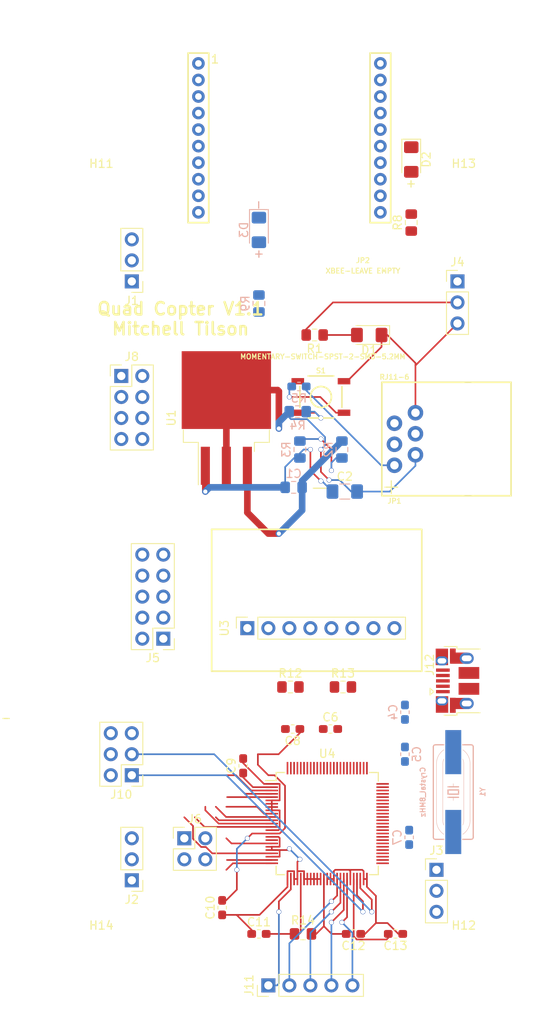
<source format=kicad_pcb>
(kicad_pcb (version 20171130) (host pcbnew 5.1.5-52549c5~84~ubuntu18.04.1)

  (general
    (thickness 1.6)
    (drawings 11)
    (tracks 255)
    (zones 0)
    (modules 46)
    (nets 54)
  )

  (page A4)
  (layers
    (0 F.Cu signal)
    (31 B.Cu signal)
    (32 B.Adhes user)
    (33 F.Adhes user)
    (34 B.Paste user)
    (35 F.Paste user)
    (36 B.SilkS user)
    (37 F.SilkS user)
    (38 B.Mask user)
    (39 F.Mask user)
    (40 Dwgs.User user)
    (41 Cmts.User user)
    (42 Eco1.User user)
    (43 Eco2.User user)
    (44 Edge.Cuts user)
    (45 Margin user)
    (46 B.CrtYd user)
    (47 F.CrtYd user)
    (48 B.Fab user)
    (49 F.Fab user)
  )

  (setup
    (last_trace_width 0.8)
    (user_trace_width 0.3)
    (user_trace_width 0.4)
    (user_trace_width 0.5)
    (user_trace_width 0.8)
    (user_trace_width 1)
    (user_trace_width 1.5)
    (user_trace_width 2)
    (user_trace_width 3)
    (trace_clearance 0.1)
    (zone_clearance 0.508)
    (zone_45_only no)
    (trace_min 0.2)
    (via_size 0.8)
    (via_drill 0.4)
    (via_min_size 0.4)
    (via_min_drill 0.3)
    (user_via 0.5 0.4)
    (user_via 0.6 0.5)
    (user_via 0.7 0.5)
    (user_via 0.8 0.7)
    (user_via 0.9 0.7)
    (user_via 1 0.7)
    (uvia_size 0.3)
    (uvia_drill 0.1)
    (uvias_allowed no)
    (uvia_min_size 0.2)
    (uvia_min_drill 0.1)
    (edge_width 0.2)
    (segment_width 0.2)
    (pcb_text_width 0.3)
    (pcb_text_size 1.5 1.5)
    (mod_edge_width 0.15)
    (mod_text_size 1 1)
    (mod_text_width 0.15)
    (pad_size 1.7 1.7)
    (pad_drill 1)
    (pad_to_mask_clearance 0.051)
    (solder_mask_min_width 0.25)
    (aux_axis_origin 0 0)
    (visible_elements FFFFFF7F)
    (pcbplotparams
      (layerselection 0x010f0_ffffffff)
      (usegerberextensions true)
      (usegerberattributes false)
      (usegerberadvancedattributes false)
      (creategerberjobfile false)
      (excludeedgelayer true)
      (linewidth 0.100000)
      (plotframeref false)
      (viasonmask false)
      (mode 1)
      (useauxorigin false)
      (hpglpennumber 1)
      (hpglpenspeed 20)
      (hpglpendiameter 15.000000)
      (psnegative false)
      (psa4output false)
      (plotreference true)
      (plotvalue true)
      (plotinvisibletext false)
      (padsonsilk false)
      (subtractmaskfromsilk false)
      (outputformat 4)
      (mirror false)
      (drillshape 0)
      (scaleselection 1)
      (outputdirectory "KiCAD/"))
  )

  (net 0 "")
  (net 1 VBATT)
  (net 2 GND)
  (net 3 VDD3.3)
  (net 4 OSC2_)
  (net 5 OSC1_)
  (net 6 "Net-(C6-Pad2)")
  (net 7 "Net-(D1-Pad2)")
  (net 8 "Net-(D2-Pad2)")
  (net 9 "Net-(D3-Pad2)")
  (net 10 MOTOR1_PWM)
  (net 11 MOTOR2_PWM)
  (net 12 MOTOR3_PWM)
  (net 13 MOTOR4_PWM)
  (net 14 SPI_ATTN_INT_L)
  (net 15 SS2_CSL_2)
  (net 16 SDO2_MOSI_2)
  (net 17 SDI2_MISO_2)
  (net 18 SCK2_SCLK_2)
  (net 19 I2C1_SCL1)
  (net 20 I2C1_SDA1)
  (net 21 MCLR)
  (net 22 PGD)
  (net 23 PGC)
  (net 24 RE1)
  (net 25 RE0)
  (net 26 RE3)
  (net 27 RE2)
  (net 28 RE5)
  (net 29 RE4)
  (net 30 RE7)
  (net 31 RE6)
  (net 32 U1CTS)
  (net 33 U1RX)
  (net 34 U1RTS)
  (net 35 U1TX)
  (net 36 XBEE_RESET)
  (net 37 VBATT_SCALED)
  (net 38 AN12)
  (net 39 AN13)
  (net 40 AN14)
  (net 41 AN15)
  (net 42 USB_BUS)
  (net 43 USB_D-)
  (net 44 USB_D+)
  (net 45 USB_ID)
  (net 46 "Net-(JP2-Pad6)")
  (net 47 "Net-(JP2-Pad15)")
  (net 48 "Net-(R4-Pad2)")
  (net 49 "Net-(R5-Pad1)")
  (net 50 INT1)
  (net 51 "Net-(J10-Pad6)")
  (net 52 SOSCI)
  (net 53 SOSCO)

  (net_class Default "This is the default net class."
    (clearance 0.1)
    (trace_width 0.2)
    (via_dia 0.8)
    (via_drill 0.4)
    (uvia_dia 0.3)
    (uvia_drill 0.1)
    (add_net AN12)
    (add_net AN13)
    (add_net AN14)
    (add_net AN15)
    (add_net GND)
    (add_net I2C1_SCL1)
    (add_net I2C1_SDA1)
    (add_net INT1)
    (add_net MCLR)
    (add_net MOTOR1_PWM)
    (add_net MOTOR2_PWM)
    (add_net MOTOR3_PWM)
    (add_net MOTOR4_PWM)
    (add_net "Net-(C6-Pad2)")
    (add_net "Net-(D1-Pad2)")
    (add_net "Net-(D2-Pad2)")
    (add_net "Net-(D3-Pad2)")
    (add_net "Net-(J10-Pad6)")
    (add_net "Net-(JP2-Pad15)")
    (add_net "Net-(JP2-Pad6)")
    (add_net "Net-(R4-Pad2)")
    (add_net "Net-(R5-Pad1)")
    (add_net OSC1_)
    (add_net OSC2_)
    (add_net PGC)
    (add_net PGD)
    (add_net RE0)
    (add_net RE1)
    (add_net RE2)
    (add_net RE3)
    (add_net RE4)
    (add_net RE5)
    (add_net RE6)
    (add_net RE7)
    (add_net SCK2_SCLK_2)
    (add_net SDI2_MISO_2)
    (add_net SDO2_MOSI_2)
    (add_net SOSCI)
    (add_net SOSCO)
    (add_net SPI_ATTN_INT_L)
    (add_net SS2_CSL_2)
    (add_net U1CTS)
    (add_net U1RTS)
    (add_net U1RX)
    (add_net U1TX)
    (add_net USB_BUS)
    (add_net USB_D+)
    (add_net USB_D-)
    (add_net USB_ID)
    (add_net VBATT)
    (add_net VBATT_SCALED)
    (add_net VDD3.3)
    (add_net XBEE_RESET)
  )

  (module Package_QFP:TQFP-100_12x12mm_P0.4mm (layer F.Cu) (tedit 5C0C1A21) (tstamp 5C2611A2)
    (at 150.622 122.682)
    (descr "100-Lead Plastic Thin Quad Flatpack (PT) - 12x12x1 mm Body, 2.00 mm [TQFP] (see Microchip Packaging Specification 00000049BS.pdf)")
    (tags "QFP 0.4")
    (path /5BF9DBC4)
    (attr smd)
    (fp_text reference U4 (at 0 -8.45) (layer F.SilkS)
      (effects (font (size 1 1) (thickness 0.15)))
    )
    (fp_text value PIC32MX795F512L-X_PT (at 0 8.45) (layer F.Fab)
      (effects (font (size 1 1) (thickness 0.15)))
    )
    (fp_text user %R (at 0 0) (layer F.Fab)
      (effects (font (size 1 1) (thickness 0.15)))
    )
    (fp_line (start -5 -6) (end 6 -6) (layer F.Fab) (width 0.15))
    (fp_line (start 6 -6) (end 6 6) (layer F.Fab) (width 0.15))
    (fp_line (start 6 6) (end -6 6) (layer F.Fab) (width 0.15))
    (fp_line (start -6 6) (end -6 -5) (layer F.Fab) (width 0.15))
    (fp_line (start -6 -5) (end -5 -6) (layer F.Fab) (width 0.15))
    (fp_line (start -7.7 -7.7) (end -7.7 7.7) (layer F.CrtYd) (width 0.05))
    (fp_line (start 7.7 -7.7) (end 7.7 7.7) (layer F.CrtYd) (width 0.05))
    (fp_line (start -7.7 -7.7) (end 7.7 -7.7) (layer F.CrtYd) (width 0.05))
    (fp_line (start -7.7 7.7) (end 7.7 7.7) (layer F.CrtYd) (width 0.05))
    (fp_line (start -6.175 -6.175) (end -6.175 -5.2) (layer F.SilkS) (width 0.15))
    (fp_line (start 6.175 -6.175) (end 6.175 -5.125) (layer F.SilkS) (width 0.15))
    (fp_line (start 6.175 6.175) (end 6.175 5.125) (layer F.SilkS) (width 0.15))
    (fp_line (start -6.175 6.175) (end -6.175 5.125) (layer F.SilkS) (width 0.15))
    (fp_line (start -6.175 -6.175) (end -5.125 -6.175) (layer F.SilkS) (width 0.15))
    (fp_line (start -6.175 6.175) (end -5.125 6.175) (layer F.SilkS) (width 0.15))
    (fp_line (start 6.175 6.175) (end 5.125 6.175) (layer F.SilkS) (width 0.15))
    (fp_line (start 6.175 -6.175) (end 5.125 -6.175) (layer F.SilkS) (width 0.15))
    (fp_line (start -6.175 -5.2) (end -7.45 -5.2) (layer F.SilkS) (width 0.15))
    (pad 1 smd rect (at -6.7 -4.8) (size 1.5 0.2) (layers F.Cu F.Paste F.Mask)
      (net 2 GND))
    (pad 2 smd rect (at -6.7 -4.4) (size 1.5 0.2) (layers F.Cu F.Paste F.Mask)
      (net 3 VDD3.3))
    (pad 3 smd rect (at -6.7 -4) (size 1.5 0.2) (layers F.Cu F.Paste F.Mask)
      (net 28 RE5))
    (pad 4 smd rect (at -6.7 -3.6) (size 1.5 0.2) (layers F.Cu F.Paste F.Mask)
      (net 31 RE6))
    (pad 5 smd rect (at -6.7 -3.2) (size 1.5 0.2) (layers F.Cu F.Paste F.Mask)
      (net 30 RE7))
    (pad 6 smd rect (at -6.7 -2.8) (size 1.5 0.2) (layers F.Cu F.Paste F.Mask)
      (net 2 GND))
    (pad 7 smd rect (at -6.7 -2.4) (size 1.5 0.2) (layers F.Cu F.Paste F.Mask)
      (net 2 GND))
    (pad 8 smd rect (at -6.7 -2) (size 1.5 0.2) (layers F.Cu F.Paste F.Mask)
      (net 2 GND))
    (pad 9 smd rect (at -6.7 -1.6) (size 1.5 0.2) (layers F.Cu F.Paste F.Mask)
      (net 2 GND))
    (pad 10 smd rect (at -6.7 -1.2) (size 1.5 0.2) (layers F.Cu F.Paste F.Mask)
      (net 18 SCK2_SCLK_2))
    (pad 11 smd rect (at -6.7 -0.8) (size 1.5 0.2) (layers F.Cu F.Paste F.Mask)
      (net 17 SDI2_MISO_2))
    (pad 12 smd rect (at -6.7 -0.4) (size 1.5 0.2) (layers F.Cu F.Paste F.Mask)
      (net 16 SDO2_MOSI_2))
    (pad 13 smd rect (at -6.7 0) (size 1.5 0.2) (layers F.Cu F.Paste F.Mask)
      (net 21 MCLR))
    (pad 14 smd rect (at -6.7 0.4) (size 1.5 0.2) (layers F.Cu F.Paste F.Mask)
      (net 15 SS2_CSL_2))
    (pad 15 smd rect (at -6.7 0.8) (size 1.5 0.2) (layers F.Cu F.Paste F.Mask)
      (net 2 GND))
    (pad 16 smd rect (at -6.7 1.2) (size 1.5 0.2) (layers F.Cu F.Paste F.Mask)
      (net 3 VDD3.3))
    (pad 17 smd rect (at -6.7 1.6) (size 1.5 0.2) (layers F.Cu F.Paste F.Mask)
      (net 2 GND))
    (pad 18 smd rect (at -6.7 2) (size 1.5 0.2) (layers F.Cu F.Paste F.Mask)
      (net 50 INT1))
    (pad 19 smd rect (at -6.7 2.4) (size 1.5 0.2) (layers F.Cu F.Paste F.Mask)
      (net 14 SPI_ATTN_INT_L))
    (pad 20 smd rect (at -6.7 2.8) (size 1.5 0.2) (layers F.Cu F.Paste F.Mask)
      (net 2 GND))
    (pad 21 smd rect (at -6.7 3.2) (size 1.5 0.2) (layers F.Cu F.Paste F.Mask)
      (net 2 GND))
    (pad 22 smd rect (at -6.7 3.6) (size 1.5 0.2) (layers F.Cu F.Paste F.Mask)
      (net 36 XBEE_RESET))
    (pad 23 smd rect (at -6.7 4) (size 1.5 0.2) (layers F.Cu F.Paste F.Mask)
      (net 2 GND))
    (pad 24 smd rect (at -6.7 4.4) (size 1.5 0.2) (layers F.Cu F.Paste F.Mask)
      (net 23 PGC))
    (pad 25 smd rect (at -6.7 4.8) (size 1.5 0.2) (layers F.Cu F.Paste F.Mask)
      (net 22 PGD))
    (pad 26 smd rect (at -4.8 6.7 90) (size 1.5 0.2) (layers F.Cu F.Paste F.Mask)
      (net 2 GND))
    (pad 27 smd rect (at -4.4 6.7 90) (size 1.5 0.2) (layers F.Cu F.Paste F.Mask)
      (net 37 VBATT_SCALED))
    (pad 28 smd rect (at -4 6.7 90) (size 1.5 0.2) (layers F.Cu F.Paste F.Mask)
      (net 2 GND))
    (pad 29 smd rect (at -3.6 6.7 90) (size 1.5 0.2) (layers F.Cu F.Paste F.Mask)
      (net 2 GND))
    (pad 30 smd rect (at -3.2 6.7 90) (size 1.5 0.2) (layers F.Cu F.Paste F.Mask)
      (net 3 VDD3.3))
    (pad 31 smd rect (at -2.8 6.7 90) (size 1.5 0.2) (layers F.Cu F.Paste F.Mask)
      (net 2 GND))
    (pad 32 smd rect (at -2.4 6.7 90) (size 1.5 0.2) (layers F.Cu F.Paste F.Mask)
      (net 2 GND))
    (pad 33 smd rect (at -2 6.7 90) (size 1.5 0.2) (layers F.Cu F.Paste F.Mask)
      (net 2 GND))
    (pad 34 smd rect (at -1.6 6.7 90) (size 1.5 0.2) (layers F.Cu F.Paste F.Mask)
      (net 2 GND))
    (pad 35 smd rect (at -1.2 6.7 90) (size 1.5 0.2) (layers F.Cu F.Paste F.Mask)
      (net 2 GND))
    (pad 36 smd rect (at -0.8 6.7 90) (size 1.5 0.2) (layers F.Cu F.Paste F.Mask)
      (net 2 GND))
    (pad 37 smd rect (at -0.4 6.7 90) (size 1.5 0.2) (layers F.Cu F.Paste F.Mask)
      (net 3 VDD3.3))
    (pad 38 smd rect (at 0 6.7 90) (size 1.5 0.2) (layers F.Cu F.Paste F.Mask)
      (net 2 GND))
    (pad 39 smd rect (at 0.4 6.7 90) (size 1.5 0.2) (layers F.Cu F.Paste F.Mask)
      (net 2 GND))
    (pad 40 smd rect (at 0.8 6.7 90) (size 1.5 0.2) (layers F.Cu F.Paste F.Mask)
      (net 2 GND))
    (pad 41 smd rect (at 1.2 6.7 90) (size 1.5 0.2) (layers F.Cu F.Paste F.Mask)
      (net 38 AN12))
    (pad 42 smd rect (at 1.6 6.7 90) (size 1.5 0.2) (layers F.Cu F.Paste F.Mask)
      (net 39 AN13))
    (pad 43 smd rect (at 2 6.7 90) (size 1.5 0.2) (layers F.Cu F.Paste F.Mask)
      (net 40 AN14))
    (pad 44 smd rect (at 2.4 6.7 90) (size 1.5 0.2) (layers F.Cu F.Paste F.Mask)
      (net 41 AN15))
    (pad 45 smd rect (at 2.8 6.7 90) (size 1.5 0.2) (layers F.Cu F.Paste F.Mask)
      (net 2 GND))
    (pad 46 smd rect (at 3.2 6.7 90) (size 1.5 0.2) (layers F.Cu F.Paste F.Mask)
      (net 3 VDD3.3))
    (pad 47 smd rect (at 3.6 6.7 90) (size 1.5 0.2) (layers F.Cu F.Paste F.Mask)
      (net 32 U1CTS))
    (pad 48 smd rect (at 4 6.7 90) (size 1.5 0.2) (layers F.Cu F.Paste F.Mask)
      (net 34 U1RTS))
    (pad 49 smd rect (at 4.4 6.7 90) (size 1.5 0.2) (layers F.Cu F.Paste F.Mask)
      (net 2 GND))
    (pad 50 smd rect (at 4.8 6.7 90) (size 1.5 0.2) (layers F.Cu F.Paste F.Mask)
      (net 2 GND))
    (pad 51 smd rect (at 6.7 4.8) (size 1.5 0.2) (layers F.Cu F.Paste F.Mask)
      (net 45 USB_ID))
    (pad 52 smd rect (at 6.7 4.4) (size 1.5 0.2) (layers F.Cu F.Paste F.Mask)
      (net 33 U1RX))
    (pad 53 smd rect (at 6.7 4) (size 1.5 0.2) (layers F.Cu F.Paste F.Mask)
      (net 35 U1TX))
    (pad 54 smd rect (at 6.7 3.6) (size 1.5 0.2) (layers F.Cu F.Paste F.Mask)
      (net 42 USB_BUS))
    (pad 55 smd rect (at 6.7 3.2) (size 1.5 0.2) (layers F.Cu F.Paste F.Mask)
      (net 3 VDD3.3))
    (pad 56 smd rect (at 6.7 2.8) (size 1.5 0.2) (layers F.Cu F.Paste F.Mask)
      (net 43 USB_D-))
    (pad 57 smd rect (at 6.7 2.4) (size 1.5 0.2) (layers F.Cu F.Paste F.Mask)
      (net 44 USB_D+))
    (pad 58 smd rect (at 6.7 2) (size 1.5 0.2) (layers F.Cu F.Paste F.Mask)
      (net 2 GND))
    (pad 59 smd rect (at 6.7 1.6) (size 1.5 0.2) (layers F.Cu F.Paste F.Mask)
      (net 2 GND))
    (pad 60 smd rect (at 6.7 1.2) (size 1.5 0.2) (layers F.Cu F.Paste F.Mask)
      (net 2 GND))
    (pad 61 smd rect (at 6.7 0.8) (size 1.5 0.2) (layers F.Cu F.Paste F.Mask)
      (net 2 GND))
    (pad 62 smd rect (at 6.7 0.4) (size 1.5 0.2) (layers F.Cu F.Paste F.Mask)
      (net 3 VDD3.3))
    (pad 63 smd rect (at 6.7 0) (size 1.5 0.2) (layers F.Cu F.Paste F.Mask)
      (net 5 OSC1_))
    (pad 64 smd rect (at 6.7 -0.4) (size 1.5 0.2) (layers F.Cu F.Paste F.Mask)
      (net 4 OSC2_))
    (pad 65 smd rect (at 6.7 -0.8) (size 1.5 0.2) (layers F.Cu F.Paste F.Mask)
      (net 2 GND))
    (pad 66 smd rect (at 6.7 -1.2) (size 1.5 0.2) (layers F.Cu F.Paste F.Mask)
      (net 19 I2C1_SCL1))
    (pad 67 smd rect (at 6.7 -1.6) (size 1.5 0.2) (layers F.Cu F.Paste F.Mask)
      (net 20 I2C1_SDA1))
    (pad 68 smd rect (at 6.7 -2) (size 1.5 0.2) (layers F.Cu F.Paste F.Mask)
      (net 2 GND))
    (pad 69 smd rect (at 6.7 -2.4) (size 1.5 0.2) (layers F.Cu F.Paste F.Mask)
      (net 2 GND))
    (pad 70 smd rect (at 6.7 -2.8) (size 1.5 0.2) (layers F.Cu F.Paste F.Mask)
      (net 2 GND))
    (pad 71 smd rect (at 6.7 -3.2) (size 1.5 0.2) (layers F.Cu F.Paste F.Mask)
      (net 2 GND))
    (pad 72 smd rect (at 6.7 -3.6) (size 1.5 0.2) (layers F.Cu F.Paste F.Mask)
      (net 10 MOTOR1_PWM))
    (pad 73 smd rect (at 6.7 -4) (size 1.5 0.2) (layers F.Cu F.Paste F.Mask)
      (net 52 SOSCI))
    (pad 74 smd rect (at 6.7 -4.4) (size 1.5 0.2) (layers F.Cu F.Paste F.Mask)
      (net 53 SOSCO))
    (pad 75 smd rect (at 6.7 -4.8) (size 1.5 0.2) (layers F.Cu F.Paste F.Mask)
      (net 2 GND))
    (pad 76 smd rect (at 4.8 -6.7 90) (size 1.5 0.2) (layers F.Cu F.Paste F.Mask)
      (net 11 MOTOR2_PWM))
    (pad 77 smd rect (at 4.4 -6.7 90) (size 1.5 0.2) (layers F.Cu F.Paste F.Mask)
      (net 12 MOTOR3_PWM))
    (pad 78 smd rect (at 4 -6.7 90) (size 1.5 0.2) (layers F.Cu F.Paste F.Mask)
      (net 13 MOTOR4_PWM))
    (pad 79 smd rect (at 3.6 -6.7 90) (size 1.5 0.2) (layers F.Cu F.Paste F.Mask)
      (net 2 GND))
    (pad 80 smd rect (at 3.2 -6.7 90) (size 1.5 0.2) (layers F.Cu F.Paste F.Mask)
      (net 2 GND))
    (pad 81 smd rect (at 2.8 -6.7 90) (size 1.5 0.2) (layers F.Cu F.Paste F.Mask)
      (net 2 GND))
    (pad 82 smd rect (at 2.4 -6.7 90) (size 1.5 0.2) (layers F.Cu F.Paste F.Mask)
      (net 2 GND))
    (pad 83 smd rect (at 2 -6.7 90) (size 1.5 0.2) (layers F.Cu F.Paste F.Mask)
      (net 2 GND))
    (pad 84 smd rect (at 1.6 -6.7 90) (size 1.5 0.2) (layers F.Cu F.Paste F.Mask)
      (net 2 GND))
    (pad 85 smd rect (at 1.2 -6.7 90) (size 1.5 0.2) (layers F.Cu F.Paste F.Mask)
      (net 6 "Net-(C6-Pad2)"))
    (pad 86 smd rect (at 0.8 -6.7 90) (size 1.5 0.2) (layers F.Cu F.Paste F.Mask)
      (net 3 VDD3.3))
    (pad 87 smd rect (at 0.4 -6.7 90) (size 1.5 0.2) (layers F.Cu F.Paste F.Mask)
      (net 2 GND))
    (pad 88 smd rect (at 0 -6.7 90) (size 1.5 0.2) (layers F.Cu F.Paste F.Mask)
      (net 2 GND))
    (pad 89 smd rect (at -0.4 -6.7 90) (size 1.5 0.2) (layers F.Cu F.Paste F.Mask)
      (net 2 GND))
    (pad 90 smd rect (at -0.8 -6.7 90) (size 1.5 0.2) (layers F.Cu F.Paste F.Mask)
      (net 2 GND))
    (pad 91 smd rect (at -1.2 -6.7 90) (size 1.5 0.2) (layers F.Cu F.Paste F.Mask)
      (net 2 GND))
    (pad 92 smd rect (at -1.6 -6.7 90) (size 1.5 0.2) (layers F.Cu F.Paste F.Mask)
      (net 2 GND))
    (pad 93 smd rect (at -2 -6.7 90) (size 1.5 0.2) (layers F.Cu F.Paste F.Mask)
      (net 25 RE0))
    (pad 94 smd rect (at -2.4 -6.7 90) (size 1.5 0.2) (layers F.Cu F.Paste F.Mask)
      (net 24 RE1))
    (pad 95 smd rect (at -2.8 -6.7 90) (size 1.5 0.2) (layers F.Cu F.Paste F.Mask)
      (net 2 GND))
    (pad 96 smd rect (at -3.2 -6.7 90) (size 1.5 0.2) (layers F.Cu F.Paste F.Mask)
      (net 2 GND))
    (pad 97 smd rect (at -3.6 -6.7 90) (size 1.5 0.2) (layers F.Cu F.Paste F.Mask)
      (net 2 GND))
    (pad 98 smd rect (at -4 -6.7 90) (size 1.5 0.2) (layers F.Cu F.Paste F.Mask)
      (net 27 RE2))
    (pad 99 smd rect (at -4.4 -6.7 90) (size 1.5 0.2) (layers F.Cu F.Paste F.Mask)
      (net 26 RE3))
    (pad 100 smd rect (at -4.8 -6.7 90) (size 1.5 0.2) (layers F.Cu F.Paste F.Mask)
      (net 29 RE4))
    (model ${KISYS3DMOD}/Package_QFP.3dshapes/TQFP-100_12x12mm_P0.4mm.wrl
      (at (xyz 0 0 0))
      (scale (xyz 1 1 1))
      (rotate (xyz 0 0 0))
    )
  )

  (module Capacitor_SMD:C_0805_2012Metric_Pad1.15x1.40mm_HandSolder (layer B.Cu) (tedit 5B36C52B) (tstamp 5C260CE6)
    (at 146.567 82.042 180)
    (descr "Capacitor SMD 0805 (2012 Metric), square (rectangular) end terminal, IPC_7351 nominal with elongated pad for handsoldering. (Body size source: https://docs.google.com/spreadsheets/d/1BsfQQcO9C6DZCsRaXUlFlo91Tg2WpOkGARC1WS5S8t0/edit?usp=sharing), generated with kicad-footprint-generator")
    (tags "capacitor handsolder")
    (path /5BFAD563)
    (attr smd)
    (fp_text reference C1 (at 0 1.65 180) (layer B.SilkS)
      (effects (font (size 1 1) (thickness 0.15)) (justify mirror))
    )
    (fp_text value C_10uF (at 0 -1.65 180) (layer B.Fab)
      (effects (font (size 1 1) (thickness 0.15)) (justify mirror))
    )
    (fp_line (start -1 -0.6) (end -1 0.6) (layer B.Fab) (width 0.1))
    (fp_line (start -1 0.6) (end 1 0.6) (layer B.Fab) (width 0.1))
    (fp_line (start 1 0.6) (end 1 -0.6) (layer B.Fab) (width 0.1))
    (fp_line (start 1 -0.6) (end -1 -0.6) (layer B.Fab) (width 0.1))
    (fp_line (start -0.261252 0.71) (end 0.261252 0.71) (layer B.SilkS) (width 0.12))
    (fp_line (start -0.261252 -0.71) (end 0.261252 -0.71) (layer B.SilkS) (width 0.12))
    (fp_line (start -1.85 -0.95) (end -1.85 0.95) (layer B.CrtYd) (width 0.05))
    (fp_line (start -1.85 0.95) (end 1.85 0.95) (layer B.CrtYd) (width 0.05))
    (fp_line (start 1.85 0.95) (end 1.85 -0.95) (layer B.CrtYd) (width 0.05))
    (fp_line (start 1.85 -0.95) (end -1.85 -0.95) (layer B.CrtYd) (width 0.05))
    (fp_text user %R (at 0 0 180) (layer B.Fab)
      (effects (font (size 0.5 0.5) (thickness 0.08)) (justify mirror))
    )
    (pad 1 smd roundrect (at -1.025 0 180) (size 1.15 1.4) (layers B.Cu B.Paste B.Mask) (roundrect_rratio 0.217391)
      (net 1 VBATT))
    (pad 2 smd roundrect (at 1.025 0 180) (size 1.15 1.4) (layers B.Cu B.Paste B.Mask) (roundrect_rratio 0.217391)
      (net 2 GND))
    (model ${KISYS3DMOD}/Capacitor_SMD.3dshapes/C_0805_2012Metric.wrl
      (at (xyz 0 0 0))
      (scale (xyz 1 1 1))
      (rotate (xyz 0 0 0))
    )
  )

  (module Capacitor_SMD:C_1206_3216Metric_Pad1.42x1.75mm_HandSolder (layer B.Cu) (tedit 5B301BBE) (tstamp 5C260CF7)
    (at 152.7445 82.55 180)
    (descr "Capacitor SMD 1206 (3216 Metric), square (rectangular) end terminal, IPC_7351 nominal with elongated pad for handsoldering. (Body size source: http://www.tortai-tech.com/upload/download/2011102023233369053.pdf), generated with kicad-footprint-generator")
    (tags "capacitor handsolder")
    (path /5BFAD5CA)
    (attr smd)
    (fp_text reference C2 (at 0 1.82 180) (layer F.SilkS)
      (effects (font (size 1 1) (thickness 0.15)))
    )
    (fp_text value C_22uF (at 0 -1.82 180) (layer F.Fab)
      (effects (font (size 1 1) (thickness 0.15)))
    )
    (fp_line (start -1.6 -0.8) (end -1.6 0.8) (layer B.Fab) (width 0.1))
    (fp_line (start -1.6 0.8) (end 1.6 0.8) (layer B.Fab) (width 0.1))
    (fp_line (start 1.6 0.8) (end 1.6 -0.8) (layer B.Fab) (width 0.1))
    (fp_line (start 1.6 -0.8) (end -1.6 -0.8) (layer B.Fab) (width 0.1))
    (fp_line (start -0.602064 0.91) (end 0.602064 0.91) (layer B.SilkS) (width 0.12))
    (fp_line (start -0.602064 -0.91) (end 0.602064 -0.91) (layer B.SilkS) (width 0.12))
    (fp_line (start -2.45 -1.12) (end -2.45 1.12) (layer B.CrtYd) (width 0.05))
    (fp_line (start -2.45 1.12) (end 2.45 1.12) (layer B.CrtYd) (width 0.05))
    (fp_line (start 2.45 1.12) (end 2.45 -1.12) (layer B.CrtYd) (width 0.05))
    (fp_line (start 2.45 -1.12) (end -2.45 -1.12) (layer B.CrtYd) (width 0.05))
    (fp_text user %R (at 0 0 180) (layer F.Fab)
      (effects (font (size 0.8 0.8) (thickness 0.12)))
    )
    (pad 1 smd roundrect (at -1.4875 0 180) (size 1.425 1.75) (layers B.Cu B.Paste B.Mask) (roundrect_rratio 0.175439)
      (net 3 VDD3.3))
    (pad 2 smd roundrect (at 1.4875 0 180) (size 1.425 1.75) (layers B.Cu B.Paste B.Mask) (roundrect_rratio 0.175439)
      (net 2 GND))
    (model ${KISYS3DMOD}/Capacitor_SMD.3dshapes/C_1206_3216Metric.wrl
      (at (xyz 0 0 0))
      (scale (xyz 1 1 1))
      (rotate (xyz 0 0 0))
    )
  )

  (module Capacitor_SMD:C_0603_1608Metric_Pad1.05x0.95mm_HandSolder (layer B.Cu) (tedit 5B301BBE) (tstamp 5C260D08)
    (at 160.02 109.22 270)
    (descr "Capacitor SMD 0603 (1608 Metric), square (rectangular) end terminal, IPC_7351 nominal with elongated pad for handsoldering. (Body size source: http://www.tortai-tech.com/upload/download/2011102023233369053.pdf), generated with kicad-footprint-generator")
    (tags "capacitor handsolder")
    (path /5BFFC786)
    (attr smd)
    (fp_text reference C4 (at 0 1.43 270) (layer B.SilkS)
      (effects (font (size 1 1) (thickness 0.15)) (justify mirror))
    )
    (fp_text value C26pF (at 0 -1.43 270) (layer B.Fab)
      (effects (font (size 1 1) (thickness 0.15)) (justify mirror))
    )
    (fp_line (start -0.8 -0.4) (end -0.8 0.4) (layer B.Fab) (width 0.1))
    (fp_line (start -0.8 0.4) (end 0.8 0.4) (layer B.Fab) (width 0.1))
    (fp_line (start 0.8 0.4) (end 0.8 -0.4) (layer B.Fab) (width 0.1))
    (fp_line (start 0.8 -0.4) (end -0.8 -0.4) (layer B.Fab) (width 0.1))
    (fp_line (start -0.171267 0.51) (end 0.171267 0.51) (layer B.SilkS) (width 0.12))
    (fp_line (start -0.171267 -0.51) (end 0.171267 -0.51) (layer B.SilkS) (width 0.12))
    (fp_line (start -1.65 -0.73) (end -1.65 0.73) (layer B.CrtYd) (width 0.05))
    (fp_line (start -1.65 0.73) (end 1.65 0.73) (layer B.CrtYd) (width 0.05))
    (fp_line (start 1.65 0.73) (end 1.65 -0.73) (layer B.CrtYd) (width 0.05))
    (fp_line (start 1.65 -0.73) (end -1.65 -0.73) (layer B.CrtYd) (width 0.05))
    (fp_text user %R (at 0 0 270) (layer B.Fab)
      (effects (font (size 0.4 0.4) (thickness 0.06)) (justify mirror))
    )
    (pad 1 smd roundrect (at -0.875 0 270) (size 1.05 0.95) (layers B.Cu B.Paste B.Mask) (roundrect_rratio 0.25)
      (net 4 OSC2_))
    (pad 2 smd roundrect (at 0.875 0 270) (size 1.05 0.95) (layers B.Cu B.Paste B.Mask) (roundrect_rratio 0.25)
      (net 2 GND))
    (model ${KISYS3DMOD}/Capacitor_SMD.3dshapes/C_0603_1608Metric.wrl
      (at (xyz 0 0 0))
      (scale (xyz 1 1 1))
      (rotate (xyz 0 0 0))
    )
  )

  (module Capacitor_SMD:C_0603_1608Metric_Pad1.05x0.95mm_HandSolder (layer B.Cu) (tedit 5B301BBE) (tstamp 5C260D19)
    (at 160.02 114.3 90)
    (descr "Capacitor SMD 0603 (1608 Metric), square (rectangular) end terminal, IPC_7351 nominal with elongated pad for handsoldering. (Body size source: http://www.tortai-tech.com/upload/download/2011102023233369053.pdf), generated with kicad-footprint-generator")
    (tags "capacitor handsolder")
    (path /5BFFC7EE)
    (attr smd)
    (fp_text reference C5 (at 0 1.43 90) (layer B.SilkS)
      (effects (font (size 1 1) (thickness 0.15)) (justify mirror))
    )
    (fp_text value C26pF (at 0 -1.43 90) (layer B.Fab)
      (effects (font (size 1 1) (thickness 0.15)) (justify mirror))
    )
    (fp_text user %R (at 0 0 90) (layer B.Fab)
      (effects (font (size 0.4 0.4) (thickness 0.06)) (justify mirror))
    )
    (fp_line (start 1.65 -0.73) (end -1.65 -0.73) (layer B.CrtYd) (width 0.05))
    (fp_line (start 1.65 0.73) (end 1.65 -0.73) (layer B.CrtYd) (width 0.05))
    (fp_line (start -1.65 0.73) (end 1.65 0.73) (layer B.CrtYd) (width 0.05))
    (fp_line (start -1.65 -0.73) (end -1.65 0.73) (layer B.CrtYd) (width 0.05))
    (fp_line (start -0.171267 -0.51) (end 0.171267 -0.51) (layer B.SilkS) (width 0.12))
    (fp_line (start -0.171267 0.51) (end 0.171267 0.51) (layer B.SilkS) (width 0.12))
    (fp_line (start 0.8 -0.4) (end -0.8 -0.4) (layer B.Fab) (width 0.1))
    (fp_line (start 0.8 0.4) (end 0.8 -0.4) (layer B.Fab) (width 0.1))
    (fp_line (start -0.8 0.4) (end 0.8 0.4) (layer B.Fab) (width 0.1))
    (fp_line (start -0.8 -0.4) (end -0.8 0.4) (layer B.Fab) (width 0.1))
    (pad 2 smd roundrect (at 0.875 0 90) (size 1.05 0.95) (layers B.Cu B.Paste B.Mask) (roundrect_rratio 0.25)
      (net 5 OSC1_))
    (pad 1 smd roundrect (at -0.875 0 90) (size 1.05 0.95) (layers B.Cu B.Paste B.Mask) (roundrect_rratio 0.25)
      (net 2 GND))
    (model ${KISYS3DMOD}/Capacitor_SMD.3dshapes/C_0603_1608Metric.wrl
      (at (xyz 0 0 0))
      (scale (xyz 1 1 1))
      (rotate (xyz 0 0 0))
    )
  )

  (module Capacitor_SMD:C_0603_1608Metric_Pad1.05x0.95mm_HandSolder (layer F.Cu) (tedit 5B301BBE) (tstamp 5C260D2A)
    (at 151.017 111.252)
    (descr "Capacitor SMD 0603 (1608 Metric), square (rectangular) end terminal, IPC_7351 nominal with elongated pad for handsoldering. (Body size source: http://www.tortai-tech.com/upload/download/2011102023233369053.pdf), generated with kicad-footprint-generator")
    (tags "capacitor handsolder")
    (path /5C069BC0)
    (attr smd)
    (fp_text reference C6 (at 0 -1.43) (layer F.SilkS)
      (effects (font (size 1 1) (thickness 0.15)))
    )
    (fp_text value C10uF (at 0 1.43) (layer F.Fab)
      (effects (font (size 1 1) (thickness 0.15)))
    )
    (fp_line (start -0.8 0.4) (end -0.8 -0.4) (layer F.Fab) (width 0.1))
    (fp_line (start -0.8 -0.4) (end 0.8 -0.4) (layer F.Fab) (width 0.1))
    (fp_line (start 0.8 -0.4) (end 0.8 0.4) (layer F.Fab) (width 0.1))
    (fp_line (start 0.8 0.4) (end -0.8 0.4) (layer F.Fab) (width 0.1))
    (fp_line (start -0.171267 -0.51) (end 0.171267 -0.51) (layer F.SilkS) (width 0.12))
    (fp_line (start -0.171267 0.51) (end 0.171267 0.51) (layer F.SilkS) (width 0.12))
    (fp_line (start -1.65 0.73) (end -1.65 -0.73) (layer F.CrtYd) (width 0.05))
    (fp_line (start -1.65 -0.73) (end 1.65 -0.73) (layer F.CrtYd) (width 0.05))
    (fp_line (start 1.65 -0.73) (end 1.65 0.73) (layer F.CrtYd) (width 0.05))
    (fp_line (start 1.65 0.73) (end -1.65 0.73) (layer F.CrtYd) (width 0.05))
    (fp_text user %R (at 0 0) (layer F.Fab)
      (effects (font (size 0.4 0.4) (thickness 0.06)))
    )
    (pad 1 smd roundrect (at -0.875 0) (size 1.05 0.95) (layers F.Cu F.Paste F.Mask) (roundrect_rratio 0.25)
      (net 2 GND))
    (pad 2 smd roundrect (at 0.875 0) (size 1.05 0.95) (layers F.Cu F.Paste F.Mask) (roundrect_rratio 0.25)
      (net 6 "Net-(C6-Pad2)"))
    (model ${KISYS3DMOD}/Capacitor_SMD.3dshapes/C_0603_1608Metric.wrl
      (at (xyz 0 0 0))
      (scale (xyz 1 1 1))
      (rotate (xyz 0 0 0))
    )
  )

  (module Capacitor_SMD:C_0603_1608Metric_Pad1.05x0.95mm_HandSolder (layer B.Cu) (tedit 5B301BBE) (tstamp 5C260D3B)
    (at 160.528 124.347 270)
    (descr "Capacitor SMD 0603 (1608 Metric), square (rectangular) end terminal, IPC_7351 nominal with elongated pad for handsoldering. (Body size source: http://www.tortai-tech.com/upload/download/2011102023233369053.pdf), generated with kicad-footprint-generator")
    (tags "capacitor handsolder")
    (path /5C06DD01)
    (attr smd)
    (fp_text reference C7 (at 0 1.43 270) (layer B.SilkS)
      (effects (font (size 1 1) (thickness 0.15)) (justify mirror))
    )
    (fp_text value C.1uF (at 0 -1.43 270) (layer B.Fab)
      (effects (font (size 1 1) (thickness 0.15)) (justify mirror))
    )
    (fp_line (start -0.8 -0.4) (end -0.8 0.4) (layer B.Fab) (width 0.1))
    (fp_line (start -0.8 0.4) (end 0.8 0.4) (layer B.Fab) (width 0.1))
    (fp_line (start 0.8 0.4) (end 0.8 -0.4) (layer B.Fab) (width 0.1))
    (fp_line (start 0.8 -0.4) (end -0.8 -0.4) (layer B.Fab) (width 0.1))
    (fp_line (start -0.171267 0.51) (end 0.171267 0.51) (layer B.SilkS) (width 0.12))
    (fp_line (start -0.171267 -0.51) (end 0.171267 -0.51) (layer B.SilkS) (width 0.12))
    (fp_line (start -1.65 -0.73) (end -1.65 0.73) (layer B.CrtYd) (width 0.05))
    (fp_line (start -1.65 0.73) (end 1.65 0.73) (layer B.CrtYd) (width 0.05))
    (fp_line (start 1.65 0.73) (end 1.65 -0.73) (layer B.CrtYd) (width 0.05))
    (fp_line (start 1.65 -0.73) (end -1.65 -0.73) (layer B.CrtYd) (width 0.05))
    (fp_text user %R (at 0 0 270) (layer B.Fab)
      (effects (font (size 0.4 0.4) (thickness 0.06)) (justify mirror))
    )
    (pad 1 smd roundrect (at -0.875 0 270) (size 1.05 0.95) (layers B.Cu B.Paste B.Mask) (roundrect_rratio 0.25)
      (net 2 GND))
    (pad 2 smd roundrect (at 0.875 0 270) (size 1.05 0.95) (layers B.Cu B.Paste B.Mask) (roundrect_rratio 0.25)
      (net 3 VDD3.3))
    (model ${KISYS3DMOD}/Capacitor_SMD.3dshapes/C_0603_1608Metric.wrl
      (at (xyz 0 0 0))
      (scale (xyz 1 1 1))
      (rotate (xyz 0 0 0))
    )
  )

  (module Capacitor_SMD:C_0603_1608Metric_Pad1.05x0.95mm_HandSolder (layer F.Cu) (tedit 5B301BBE) (tstamp 5C260D4C)
    (at 146.445 111.252 180)
    (descr "Capacitor SMD 0603 (1608 Metric), square (rectangular) end terminal, IPC_7351 nominal with elongated pad for handsoldering. (Body size source: http://www.tortai-tech.com/upload/download/2011102023233369053.pdf), generated with kicad-footprint-generator")
    (tags "capacitor handsolder")
    (path /5C069F9C)
    (attr smd)
    (fp_text reference C8 (at 0 -1.43 180) (layer F.SilkS)
      (effects (font (size 1 1) (thickness 0.15)))
    )
    (fp_text value C.1uF (at 0 1.43 180) (layer F.Fab)
      (effects (font (size 1 1) (thickness 0.15)))
    )
    (fp_text user %R (at 0 0 180) (layer F.Fab)
      (effects (font (size 0.4 0.4) (thickness 0.06)))
    )
    (fp_line (start 1.65 0.73) (end -1.65 0.73) (layer F.CrtYd) (width 0.05))
    (fp_line (start 1.65 -0.73) (end 1.65 0.73) (layer F.CrtYd) (width 0.05))
    (fp_line (start -1.65 -0.73) (end 1.65 -0.73) (layer F.CrtYd) (width 0.05))
    (fp_line (start -1.65 0.73) (end -1.65 -0.73) (layer F.CrtYd) (width 0.05))
    (fp_line (start -0.171267 0.51) (end 0.171267 0.51) (layer F.SilkS) (width 0.12))
    (fp_line (start -0.171267 -0.51) (end 0.171267 -0.51) (layer F.SilkS) (width 0.12))
    (fp_line (start 0.8 0.4) (end -0.8 0.4) (layer F.Fab) (width 0.1))
    (fp_line (start 0.8 -0.4) (end 0.8 0.4) (layer F.Fab) (width 0.1))
    (fp_line (start -0.8 -0.4) (end 0.8 -0.4) (layer F.Fab) (width 0.1))
    (fp_line (start -0.8 0.4) (end -0.8 -0.4) (layer F.Fab) (width 0.1))
    (pad 2 smd roundrect (at 0.875 0 180) (size 1.05 0.95) (layers F.Cu F.Paste F.Mask) (roundrect_rratio 0.25)
      (net 2 GND))
    (pad 1 smd roundrect (at -0.875 0 180) (size 1.05 0.95) (layers F.Cu F.Paste F.Mask) (roundrect_rratio 0.25)
      (net 3 VDD3.3))
    (model ${KISYS3DMOD}/Capacitor_SMD.3dshapes/C_0603_1608Metric.wrl
      (at (xyz 0 0 0))
      (scale (xyz 1 1 1))
      (rotate (xyz 0 0 0))
    )
  )

  (module Capacitor_SMD:C_0603_1608Metric_Pad1.05x0.95mm_HandSolder (layer F.Cu) (tedit 5B301BBE) (tstamp 5C2656CB)
    (at 140.462 115.697 90)
    (descr "Capacitor SMD 0603 (1608 Metric), square (rectangular) end terminal, IPC_7351 nominal with elongated pad for handsoldering. (Body size source: http://www.tortai-tech.com/upload/download/2011102023233369053.pdf), generated with kicad-footprint-generator")
    (tags "capacitor handsolder")
    (path /5C066ECD)
    (attr smd)
    (fp_text reference C9 (at 0 -1.43 90) (layer F.SilkS)
      (effects (font (size 1 1) (thickness 0.15)))
    )
    (fp_text value C_.1uF (at 0 1.43 90) (layer F.Fab)
      (effects (font (size 1 1) (thickness 0.15)))
    )
    (fp_text user %R (at 0 0 90) (layer F.Fab)
      (effects (font (size 0.4 0.4) (thickness 0.06)))
    )
    (fp_line (start 1.65 0.73) (end -1.65 0.73) (layer F.CrtYd) (width 0.05))
    (fp_line (start 1.65 -0.73) (end 1.65 0.73) (layer F.CrtYd) (width 0.05))
    (fp_line (start -1.65 -0.73) (end 1.65 -0.73) (layer F.CrtYd) (width 0.05))
    (fp_line (start -1.65 0.73) (end -1.65 -0.73) (layer F.CrtYd) (width 0.05))
    (fp_line (start -0.171267 0.51) (end 0.171267 0.51) (layer F.SilkS) (width 0.12))
    (fp_line (start -0.171267 -0.51) (end 0.171267 -0.51) (layer F.SilkS) (width 0.12))
    (fp_line (start 0.8 0.4) (end -0.8 0.4) (layer F.Fab) (width 0.1))
    (fp_line (start 0.8 -0.4) (end 0.8 0.4) (layer F.Fab) (width 0.1))
    (fp_line (start -0.8 -0.4) (end 0.8 -0.4) (layer F.Fab) (width 0.1))
    (fp_line (start -0.8 0.4) (end -0.8 -0.4) (layer F.Fab) (width 0.1))
    (pad 2 smd roundrect (at 0.875 0 90) (size 1.05 0.95) (layers F.Cu F.Paste F.Mask) (roundrect_rratio 0.25)
      (net 2 GND))
    (pad 1 smd roundrect (at -0.875 0 90) (size 1.05 0.95) (layers F.Cu F.Paste F.Mask) (roundrect_rratio 0.25)
      (net 3 VDD3.3))
    (model ${KISYS3DMOD}/Capacitor_SMD.3dshapes/C_0603_1608Metric.wrl
      (at (xyz 0 0 0))
      (scale (xyz 1 1 1))
      (rotate (xyz 0 0 0))
    )
  )

  (module Capacitor_SMD:C_0603_1608Metric_Pad1.05x0.95mm_HandSolder (layer F.Cu) (tedit 5B301BBE) (tstamp 5C260D6E)
    (at 137.922 132.842 90)
    (descr "Capacitor SMD 0603 (1608 Metric), square (rectangular) end terminal, IPC_7351 nominal with elongated pad for handsoldering. (Body size source: http://www.tortai-tech.com/upload/download/2011102023233369053.pdf), generated with kicad-footprint-generator")
    (tags "capacitor handsolder")
    (path /5C042B3D)
    (attr smd)
    (fp_text reference C10 (at 0 -1.43 90) (layer F.SilkS)
      (effects (font (size 1 1) (thickness 0.15)))
    )
    (fp_text value C_.1uF (at 0 1.43 90) (layer F.Fab)
      (effects (font (size 1 1) (thickness 0.15)))
    )
    (fp_line (start -0.8 0.4) (end -0.8 -0.4) (layer F.Fab) (width 0.1))
    (fp_line (start -0.8 -0.4) (end 0.8 -0.4) (layer F.Fab) (width 0.1))
    (fp_line (start 0.8 -0.4) (end 0.8 0.4) (layer F.Fab) (width 0.1))
    (fp_line (start 0.8 0.4) (end -0.8 0.4) (layer F.Fab) (width 0.1))
    (fp_line (start -0.171267 -0.51) (end 0.171267 -0.51) (layer F.SilkS) (width 0.12))
    (fp_line (start -0.171267 0.51) (end 0.171267 0.51) (layer F.SilkS) (width 0.12))
    (fp_line (start -1.65 0.73) (end -1.65 -0.73) (layer F.CrtYd) (width 0.05))
    (fp_line (start -1.65 -0.73) (end 1.65 -0.73) (layer F.CrtYd) (width 0.05))
    (fp_line (start 1.65 -0.73) (end 1.65 0.73) (layer F.CrtYd) (width 0.05))
    (fp_line (start 1.65 0.73) (end -1.65 0.73) (layer F.CrtYd) (width 0.05))
    (fp_text user %R (at 0 0 90) (layer F.Fab)
      (effects (font (size 0.4 0.4) (thickness 0.06)))
    )
    (pad 1 smd roundrect (at -0.875 0 90) (size 1.05 0.95) (layers F.Cu F.Paste F.Mask) (roundrect_rratio 0.25)
      (net 2 GND))
    (pad 2 smd roundrect (at 0.875 0 90) (size 1.05 0.95) (layers F.Cu F.Paste F.Mask) (roundrect_rratio 0.25)
      (net 3 VDD3.3))
    (model ${KISYS3DMOD}/Capacitor_SMD.3dshapes/C_0603_1608Metric.wrl
      (at (xyz 0 0 0))
      (scale (xyz 1 1 1))
      (rotate (xyz 0 0 0))
    )
  )

  (module Capacitor_SMD:C_0603_1608Metric_Pad1.05x0.95mm_HandSolder (layer F.Cu) (tedit 5B301BBE) (tstamp 5C260D7F)
    (at 142.367 136.017)
    (descr "Capacitor SMD 0603 (1608 Metric), square (rectangular) end terminal, IPC_7351 nominal with elongated pad for handsoldering. (Body size source: http://www.tortai-tech.com/upload/download/2011102023233369053.pdf), generated with kicad-footprint-generator")
    (tags "capacitor handsolder")
    (path /5C04A259)
    (attr smd)
    (fp_text reference C11 (at 0 -1.43) (layer F.SilkS)
      (effects (font (size 1 1) (thickness 0.15)))
    )
    (fp_text value C.1uF (at 0 1.43) (layer F.Fab)
      (effects (font (size 1 1) (thickness 0.15)))
    )
    (fp_text user %R (at 0 0) (layer F.Fab)
      (effects (font (size 0.4 0.4) (thickness 0.06)))
    )
    (fp_line (start 1.65 0.73) (end -1.65 0.73) (layer F.CrtYd) (width 0.05))
    (fp_line (start 1.65 -0.73) (end 1.65 0.73) (layer F.CrtYd) (width 0.05))
    (fp_line (start -1.65 -0.73) (end 1.65 -0.73) (layer F.CrtYd) (width 0.05))
    (fp_line (start -1.65 0.73) (end -1.65 -0.73) (layer F.CrtYd) (width 0.05))
    (fp_line (start -0.171267 0.51) (end 0.171267 0.51) (layer F.SilkS) (width 0.12))
    (fp_line (start -0.171267 -0.51) (end 0.171267 -0.51) (layer F.SilkS) (width 0.12))
    (fp_line (start 0.8 0.4) (end -0.8 0.4) (layer F.Fab) (width 0.1))
    (fp_line (start 0.8 -0.4) (end 0.8 0.4) (layer F.Fab) (width 0.1))
    (fp_line (start -0.8 -0.4) (end 0.8 -0.4) (layer F.Fab) (width 0.1))
    (fp_line (start -0.8 0.4) (end -0.8 -0.4) (layer F.Fab) (width 0.1))
    (pad 2 smd roundrect (at 0.875 0) (size 1.05 0.95) (layers F.Cu F.Paste F.Mask) (roundrect_rratio 0.25)
      (net 3 VDD3.3))
    (pad 1 smd roundrect (at -0.875 0) (size 1.05 0.95) (layers F.Cu F.Paste F.Mask) (roundrect_rratio 0.25)
      (net 2 GND))
    (model ${KISYS3DMOD}/Capacitor_SMD.3dshapes/C_0603_1608Metric.wrl
      (at (xyz 0 0 0))
      (scale (xyz 1 1 1))
      (rotate (xyz 0 0 0))
    )
  )

  (module Capacitor_SMD:C_0603_1608Metric_Pad1.05x0.95mm_HandSolder (layer F.Cu) (tedit 5B301BBE) (tstamp 5C260D90)
    (at 153.797 136.017 180)
    (descr "Capacitor SMD 0603 (1608 Metric), square (rectangular) end terminal, IPC_7351 nominal with elongated pad for handsoldering. (Body size source: http://www.tortai-tech.com/upload/download/2011102023233369053.pdf), generated with kicad-footprint-generator")
    (tags "capacitor handsolder")
    (path /5C04DE81)
    (attr smd)
    (fp_text reference C12 (at 0 -1.43 180) (layer F.SilkS)
      (effects (font (size 1 1) (thickness 0.15)))
    )
    (fp_text value C.1uF (at 0 1.43 180) (layer F.Fab)
      (effects (font (size 1 1) (thickness 0.15)))
    )
    (fp_text user %R (at 0 0 180) (layer F.Fab)
      (effects (font (size 0.4 0.4) (thickness 0.06)))
    )
    (fp_line (start 1.65 0.73) (end -1.65 0.73) (layer F.CrtYd) (width 0.05))
    (fp_line (start 1.65 -0.73) (end 1.65 0.73) (layer F.CrtYd) (width 0.05))
    (fp_line (start -1.65 -0.73) (end 1.65 -0.73) (layer F.CrtYd) (width 0.05))
    (fp_line (start -1.65 0.73) (end -1.65 -0.73) (layer F.CrtYd) (width 0.05))
    (fp_line (start -0.171267 0.51) (end 0.171267 0.51) (layer F.SilkS) (width 0.12))
    (fp_line (start -0.171267 -0.51) (end 0.171267 -0.51) (layer F.SilkS) (width 0.12))
    (fp_line (start 0.8 0.4) (end -0.8 0.4) (layer F.Fab) (width 0.1))
    (fp_line (start 0.8 -0.4) (end 0.8 0.4) (layer F.Fab) (width 0.1))
    (fp_line (start -0.8 -0.4) (end 0.8 -0.4) (layer F.Fab) (width 0.1))
    (fp_line (start -0.8 0.4) (end -0.8 -0.4) (layer F.Fab) (width 0.1))
    (pad 2 smd roundrect (at 0.875 0 180) (size 1.05 0.95) (layers F.Cu F.Paste F.Mask) (roundrect_rratio 0.25)
      (net 3 VDD3.3))
    (pad 1 smd roundrect (at -0.875 0 180) (size 1.05 0.95) (layers F.Cu F.Paste F.Mask) (roundrect_rratio 0.25)
      (net 2 GND))
    (model ${KISYS3DMOD}/Capacitor_SMD.3dshapes/C_0603_1608Metric.wrl
      (at (xyz 0 0 0))
      (scale (xyz 1 1 1))
      (rotate (xyz 0 0 0))
    )
  )

  (module Capacitor_SMD:C_0603_1608Metric_Pad1.05x0.95mm_HandSolder (layer F.Cu) (tedit 5B301BBE) (tstamp 5C260DA1)
    (at 158.877 136.017 180)
    (descr "Capacitor SMD 0603 (1608 Metric), square (rectangular) end terminal, IPC_7351 nominal with elongated pad for handsoldering. (Body size source: http://www.tortai-tech.com/upload/download/2011102023233369053.pdf), generated with kicad-footprint-generator")
    (tags "capacitor handsolder")
    (path /5C04DC7E)
    (attr smd)
    (fp_text reference C13 (at 0 -1.43 180) (layer F.SilkS)
      (effects (font (size 1 1) (thickness 0.15)))
    )
    (fp_text value C.1uF (at 0 1.43 180) (layer F.Fab)
      (effects (font (size 1 1) (thickness 0.15)))
    )
    (fp_line (start -0.8 0.4) (end -0.8 -0.4) (layer F.Fab) (width 0.1))
    (fp_line (start -0.8 -0.4) (end 0.8 -0.4) (layer F.Fab) (width 0.1))
    (fp_line (start 0.8 -0.4) (end 0.8 0.4) (layer F.Fab) (width 0.1))
    (fp_line (start 0.8 0.4) (end -0.8 0.4) (layer F.Fab) (width 0.1))
    (fp_line (start -0.171267 -0.51) (end 0.171267 -0.51) (layer F.SilkS) (width 0.12))
    (fp_line (start -0.171267 0.51) (end 0.171267 0.51) (layer F.SilkS) (width 0.12))
    (fp_line (start -1.65 0.73) (end -1.65 -0.73) (layer F.CrtYd) (width 0.05))
    (fp_line (start -1.65 -0.73) (end 1.65 -0.73) (layer F.CrtYd) (width 0.05))
    (fp_line (start 1.65 -0.73) (end 1.65 0.73) (layer F.CrtYd) (width 0.05))
    (fp_line (start 1.65 0.73) (end -1.65 0.73) (layer F.CrtYd) (width 0.05))
    (fp_text user %R (at 0 0 180) (layer F.Fab)
      (effects (font (size 0.4 0.4) (thickness 0.06)))
    )
    (pad 1 smd roundrect (at -0.875 0 180) (size 1.05 0.95) (layers F.Cu F.Paste F.Mask) (roundrect_rratio 0.25)
      (net 2 GND))
    (pad 2 smd roundrect (at 0.875 0 180) (size 1.05 0.95) (layers F.Cu F.Paste F.Mask) (roundrect_rratio 0.25)
      (net 3 VDD3.3))
    (model ${KISYS3DMOD}/Capacitor_SMD.3dshapes/C_0603_1608Metric.wrl
      (at (xyz 0 0 0))
      (scale (xyz 1 1 1))
      (rotate (xyz 0 0 0))
    )
  )

  (module LED_SMD:LED_1206_3216Metric_Pad1.42x1.75mm_HandSolder (layer F.Cu) (tedit 5B4B45C9) (tstamp 5C260DD6)
    (at 155.702 63.627 180)
    (descr "LED SMD 1206 (3216 Metric), square (rectangular) end terminal, IPC_7351 nominal, (Body size source: http://www.tortai-tech.com/upload/download/2011102023233369053.pdf), generated with kicad-footprint-generator")
    (tags "LED handsolder")
    (path /5BFF96CD)
    (attr smd)
    (fp_text reference D1 (at 0 -1.82 180) (layer F.SilkS)
      (effects (font (size 1 1) (thickness 0.15)))
    )
    (fp_text value LED (at 0 1.82 180) (layer F.Fab)
      (effects (font (size 1 1) (thickness 0.15)))
    )
    (fp_line (start 1.6 -0.8) (end -1.2 -0.8) (layer F.Fab) (width 0.1))
    (fp_line (start -1.2 -0.8) (end -1.6 -0.4) (layer F.Fab) (width 0.1))
    (fp_line (start -1.6 -0.4) (end -1.6 0.8) (layer F.Fab) (width 0.1))
    (fp_line (start -1.6 0.8) (end 1.6 0.8) (layer F.Fab) (width 0.1))
    (fp_line (start 1.6 0.8) (end 1.6 -0.8) (layer F.Fab) (width 0.1))
    (fp_line (start 1.6 -1.135) (end -2.46 -1.135) (layer F.SilkS) (width 0.12))
    (fp_line (start -2.46 -1.135) (end -2.46 1.135) (layer F.SilkS) (width 0.12))
    (fp_line (start -2.46 1.135) (end 1.6 1.135) (layer F.SilkS) (width 0.12))
    (fp_line (start -2.45 1.12) (end -2.45 -1.12) (layer F.CrtYd) (width 0.05))
    (fp_line (start -2.45 -1.12) (end 2.45 -1.12) (layer F.CrtYd) (width 0.05))
    (fp_line (start 2.45 -1.12) (end 2.45 1.12) (layer F.CrtYd) (width 0.05))
    (fp_line (start 2.45 1.12) (end -2.45 1.12) (layer F.CrtYd) (width 0.05))
    (fp_text user %R (at 0 0 180) (layer F.Fab)
      (effects (font (size 0.8 0.8) (thickness 0.12)))
    )
    (pad 1 smd roundrect (at -1.4875 0 180) (size 1.425 1.75) (layers F.Cu F.Paste F.Mask) (roundrect_rratio 0.175439)
      (net 2 GND))
    (pad 2 smd roundrect (at 1.4875 0 180) (size 1.425 1.75) (layers F.Cu F.Paste F.Mask) (roundrect_rratio 0.175439)
      (net 7 "Net-(D1-Pad2)"))
    (model ${KISYS3DMOD}/LED_SMD.3dshapes/LED_1206_3216Metric.wrl
      (at (xyz 0 0 0))
      (scale (xyz 1 1 1))
      (rotate (xyz 0 0 0))
    )
  )

  (module LED_SMD:LED_1206_3216Metric_Pad1.42x1.75mm_HandSolder (layer F.Cu) (tedit 5B4B45C9) (tstamp 5C260DE9)
    (at 160.782 42.418 270)
    (descr "LED SMD 1206 (3216 Metric), square (rectangular) end terminal, IPC_7351 nominal, (Body size source: http://www.tortai-tech.com/upload/download/2011102023233369053.pdf), generated with kicad-footprint-generator")
    (tags "LED handsolder")
    (path /5BFF6CDA)
    (attr smd)
    (fp_text reference D2 (at 0 -1.82 270) (layer F.SilkS)
      (effects (font (size 1 1) (thickness 0.15)))
    )
    (fp_text value LED (at 0 1.82 270) (layer F.Fab)
      (effects (font (size 1 1) (thickness 0.15)))
    )
    (fp_text user %R (at 0 0 270) (layer F.Fab)
      (effects (font (size 0.8 0.8) (thickness 0.12)))
    )
    (fp_line (start 2.45 1.12) (end -2.45 1.12) (layer F.CrtYd) (width 0.05))
    (fp_line (start 2.45 -1.12) (end 2.45 1.12) (layer F.CrtYd) (width 0.05))
    (fp_line (start -2.45 -1.12) (end 2.45 -1.12) (layer F.CrtYd) (width 0.05))
    (fp_line (start -2.45 1.12) (end -2.45 -1.12) (layer F.CrtYd) (width 0.05))
    (fp_line (start -2.46 1.135) (end 1.6 1.135) (layer F.SilkS) (width 0.12))
    (fp_line (start -2.46 -1.135) (end -2.46 1.135) (layer F.SilkS) (width 0.12))
    (fp_line (start 1.6 -1.135) (end -2.46 -1.135) (layer F.SilkS) (width 0.12))
    (fp_line (start 1.6 0.8) (end 1.6 -0.8) (layer F.Fab) (width 0.1))
    (fp_line (start -1.6 0.8) (end 1.6 0.8) (layer F.Fab) (width 0.1))
    (fp_line (start -1.6 -0.4) (end -1.6 0.8) (layer F.Fab) (width 0.1))
    (fp_line (start -1.2 -0.8) (end -1.6 -0.4) (layer F.Fab) (width 0.1))
    (fp_line (start 1.6 -0.8) (end -1.2 -0.8) (layer F.Fab) (width 0.1))
    (pad 2 smd roundrect (at 1.4875 0 270) (size 1.425 1.75) (layers F.Cu F.Paste F.Mask) (roundrect_rratio 0.175439)
      (net 8 "Net-(D2-Pad2)"))
    (pad 1 smd roundrect (at -1.4875 0 270) (size 1.425 1.75) (layers F.Cu F.Paste F.Mask) (roundrect_rratio 0.175439)
      (net 2 GND))
    (model ${KISYS3DMOD}/LED_SMD.3dshapes/LED_1206_3216Metric.wrl
      (at (xyz 0 0 0))
      (scale (xyz 1 1 1))
      (rotate (xyz 0 0 0))
    )
  )

  (module LED_SMD:LED_1206_3216Metric_Pad1.42x1.75mm_HandSolder (layer B.Cu) (tedit 5B4B45C9) (tstamp 5C260DFC)
    (at 142.367 50.927 270)
    (descr "LED SMD 1206 (3216 Metric), square (rectangular) end terminal, IPC_7351 nominal, (Body size source: http://www.tortai-tech.com/upload/download/2011102023233369053.pdf), generated with kicad-footprint-generator")
    (tags "LED handsolder")
    (path /5BFDB219)
    (attr smd)
    (fp_text reference D3 (at 0 1.82 270) (layer B.SilkS)
      (effects (font (size 1 1) (thickness 0.15)) (justify mirror))
    )
    (fp_text value LED (at 0 -1.82 270) (layer B.Fab)
      (effects (font (size 1 1) (thickness 0.15)) (justify mirror))
    )
    (fp_line (start 1.6 0.8) (end -1.2 0.8) (layer B.Fab) (width 0.1))
    (fp_line (start -1.2 0.8) (end -1.6 0.4) (layer B.Fab) (width 0.1))
    (fp_line (start -1.6 0.4) (end -1.6 -0.8) (layer B.Fab) (width 0.1))
    (fp_line (start -1.6 -0.8) (end 1.6 -0.8) (layer B.Fab) (width 0.1))
    (fp_line (start 1.6 -0.8) (end 1.6 0.8) (layer B.Fab) (width 0.1))
    (fp_line (start 1.6 1.135) (end -2.46 1.135) (layer B.SilkS) (width 0.12))
    (fp_line (start -2.46 1.135) (end -2.46 -1.135) (layer B.SilkS) (width 0.12))
    (fp_line (start -2.46 -1.135) (end 1.6 -1.135) (layer B.SilkS) (width 0.12))
    (fp_line (start -2.45 -1.12) (end -2.45 1.12) (layer B.CrtYd) (width 0.05))
    (fp_line (start -2.45 1.12) (end 2.45 1.12) (layer B.CrtYd) (width 0.05))
    (fp_line (start 2.45 1.12) (end 2.45 -1.12) (layer B.CrtYd) (width 0.05))
    (fp_line (start 2.45 -1.12) (end -2.45 -1.12) (layer B.CrtYd) (width 0.05))
    (fp_text user %R (at 0 0 270) (layer B.Fab)
      (effects (font (size 0.8 0.8) (thickness 0.12)) (justify mirror))
    )
    (pad 1 smd roundrect (at -1.4875 0 270) (size 1.425 1.75) (layers B.Cu B.Paste B.Mask) (roundrect_rratio 0.175439)
      (net 2 GND))
    (pad 2 smd roundrect (at 1.4875 0 270) (size 1.425 1.75) (layers B.Cu B.Paste B.Mask) (roundrect_rratio 0.175439)
      (net 9 "Net-(D3-Pad2)"))
    (model ${KISYS3DMOD}/LED_SMD.3dshapes/LED_1206_3216Metric.wrl
      (at (xyz 0 0 0))
      (scale (xyz 1 1 1))
      (rotate (xyz 0 0 0))
    )
  )

  (module MountingHole:MountingHole_3.2mm_M3 (layer F.Cu) (tedit 56D1B4CB) (tstamp 5C260E54)
    (at 123.317 47.117)
    (descr "Mounting Hole 3.2mm, no annular, M3")
    (tags "mounting hole 3.2mm no annular m3")
    (path /5C023C9A)
    (attr virtual)
    (fp_text reference H11 (at 0 -4.2) (layer F.SilkS)
      (effects (font (size 1 1) (thickness 0.15)))
    )
    (fp_text value MountingHole (at 0 4.2) (layer F.Fab)
      (effects (font (size 1 1) (thickness 0.15)))
    )
    (fp_text user %R (at 0.3 0) (layer F.Fab)
      (effects (font (size 1 1) (thickness 0.15)))
    )
    (fp_circle (center 0 0) (end 3.2 0) (layer Cmts.User) (width 0.15))
    (fp_circle (center 0 0) (end 3.45 0) (layer F.CrtYd) (width 0.05))
    (pad 1 np_thru_hole circle (at 0 0) (size 3.2 3.2) (drill 3.2) (layers *.Cu *.Mask))
  )

  (module MountingHole:MountingHole_3.2mm_M3 (layer F.Cu) (tedit 56D1B4CB) (tstamp 5C260E5C)
    (at 167.132 139.192)
    (descr "Mounting Hole 3.2mm, no annular, M3")
    (tags "mounting hole 3.2mm no annular m3")
    (path /5C023E69)
    (attr virtual)
    (fp_text reference H12 (at 0 -4.2) (layer F.SilkS)
      (effects (font (size 1 1) (thickness 0.15)))
    )
    (fp_text value MountingHole (at 0 4.2) (layer F.Fab)
      (effects (font (size 1 1) (thickness 0.15)))
    )
    (fp_text user %R (at 0.3 0) (layer F.Fab)
      (effects (font (size 1 1) (thickness 0.15)))
    )
    (fp_circle (center 0 0) (end 3.2 0) (layer Cmts.User) (width 0.15))
    (fp_circle (center 0 0) (end 3.45 0) (layer F.CrtYd) (width 0.05))
    (pad 1 np_thru_hole circle (at 0 0) (size 3.2 3.2) (drill 3.2) (layers *.Cu *.Mask))
  )

  (module MountingHole:MountingHole_3.2mm_M3 (layer F.Cu) (tedit 56D1B4CB) (tstamp 5C260E64)
    (at 167.132 47.117)
    (descr "Mounting Hole 3.2mm, no annular, M3")
    (tags "mounting hole 3.2mm no annular m3")
    (path /5C023DDB)
    (attr virtual)
    (fp_text reference H13 (at 0 -4.2) (layer F.SilkS)
      (effects (font (size 1 1) (thickness 0.15)))
    )
    (fp_text value MountingHole (at 0 4.2) (layer F.Fab)
      (effects (font (size 1 1) (thickness 0.15)))
    )
    (fp_circle (center 0 0) (end 3.45 0) (layer F.CrtYd) (width 0.05))
    (fp_circle (center 0 0) (end 3.2 0) (layer Cmts.User) (width 0.15))
    (fp_text user %R (at 0.3 0) (layer F.Fab)
      (effects (font (size 1 1) (thickness 0.15)))
    )
    (pad 1 np_thru_hole circle (at 0 0) (size 3.2 3.2) (drill 3.2) (layers *.Cu *.Mask))
  )

  (module MountingHole:MountingHole_3.2mm_M3 (layer F.Cu) (tedit 56D1B4CB) (tstamp 5C260E6C)
    (at 123.317 139.192)
    (descr "Mounting Hole 3.2mm, no annular, M3")
    (tags "mounting hole 3.2mm no annular m3")
    (path /5C023EEB)
    (attr virtual)
    (fp_text reference H14 (at 0 -4.2) (layer F.SilkS)
      (effects (font (size 1 1) (thickness 0.15)))
    )
    (fp_text value MountingHole (at 0 4.2) (layer F.Fab)
      (effects (font (size 1 1) (thickness 0.15)))
    )
    (fp_circle (center 0 0) (end 3.45 0) (layer F.CrtYd) (width 0.05))
    (fp_circle (center 0 0) (end 3.2 0) (layer Cmts.User) (width 0.15))
    (fp_text user %R (at 0.3 0) (layer F.Fab)
      (effects (font (size 1 1) (thickness 0.15)))
    )
    (pad 1 np_thru_hole circle (at 0 0) (size 3.2 3.2) (drill 3.2) (layers *.Cu *.Mask))
  )

  (module Connector_PinHeader_2.54mm:PinHeader_1x03_P2.54mm_Vertical (layer F.Cu) (tedit 59FED5CC) (tstamp 5C260E83)
    (at 127 57.15 180)
    (descr "Through hole straight pin header, 1x03, 2.54mm pitch, single row")
    (tags "Through hole pin header THT 1x03 2.54mm single row")
    (path /5BFB2634)
    (fp_text reference J1 (at 0 -2.33) (layer F.SilkS)
      (effects (font (size 1 1) (thickness 0.15)))
    )
    (fp_text value Conn_01x03_Male (at 0 7.41) (layer F.Fab)
      (effects (font (size 1 1) (thickness 0.15)))
    )
    (fp_line (start -0.635 -1.27) (end 1.27 -1.27) (layer F.Fab) (width 0.1))
    (fp_line (start 1.27 -1.27) (end 1.27 6.35) (layer F.Fab) (width 0.1))
    (fp_line (start 1.27 6.35) (end -1.27 6.35) (layer F.Fab) (width 0.1))
    (fp_line (start -1.27 6.35) (end -1.27 -0.635) (layer F.Fab) (width 0.1))
    (fp_line (start -1.27 -0.635) (end -0.635 -1.27) (layer F.Fab) (width 0.1))
    (fp_line (start -1.33 6.41) (end 1.33 6.41) (layer F.SilkS) (width 0.12))
    (fp_line (start -1.33 1.27) (end -1.33 6.41) (layer F.SilkS) (width 0.12))
    (fp_line (start 1.33 1.27) (end 1.33 6.41) (layer F.SilkS) (width 0.12))
    (fp_line (start -1.33 1.27) (end 1.33 1.27) (layer F.SilkS) (width 0.12))
    (fp_line (start -1.33 0) (end -1.33 -1.33) (layer F.SilkS) (width 0.12))
    (fp_line (start -1.33 -1.33) (end 0 -1.33) (layer F.SilkS) (width 0.12))
    (fp_line (start -1.8 -1.8) (end -1.8 6.85) (layer F.CrtYd) (width 0.05))
    (fp_line (start -1.8 6.85) (end 1.8 6.85) (layer F.CrtYd) (width 0.05))
    (fp_line (start 1.8 6.85) (end 1.8 -1.8) (layer F.CrtYd) (width 0.05))
    (fp_line (start 1.8 -1.8) (end -1.8 -1.8) (layer F.CrtYd) (width 0.05))
    (fp_text user %R (at 0 2.54 270) (layer F.Fab)
      (effects (font (size 1 1) (thickness 0.15)))
    )
    (pad 1 thru_hole rect (at 0 0 180) (size 1.7 1.7) (drill 1) (layers *.Cu *.Mask)
      (net 10 MOTOR1_PWM))
    (pad 2 thru_hole oval (at 0 2.54 180) (size 1.7 1.7) (drill 1) (layers *.Cu *.Mask)
      (net 3 VDD3.3))
    (pad 3 thru_hole oval (at 0 5.079999 180) (size 1.7 1.7) (drill 1) (layers *.Cu *.Mask)
      (net 2 GND))
    (model ${KISYS3DMOD}/Connector_PinHeader_2.54mm.3dshapes/PinHeader_1x03_P2.54mm_Vertical.wrl
      (at (xyz 0 0 0))
      (scale (xyz 1 1 1))
      (rotate (xyz 0 0 0))
    )
  )

  (module Connector_PinHeader_2.54mm:PinHeader_1x03_P2.54mm_Vertical (layer F.Cu) (tedit 59FED5CC) (tstamp 5C260E9A)
    (at 127 129.54 180)
    (descr "Through hole straight pin header, 1x03, 2.54mm pitch, single row")
    (tags "Through hole pin header THT 1x03 2.54mm single row")
    (path /5BFB24A5)
    (fp_text reference J2 (at 0 -2.33 180) (layer F.SilkS)
      (effects (font (size 1 1) (thickness 0.15)))
    )
    (fp_text value Conn_01x03_Male (at 0 7.41 180) (layer F.Fab)
      (effects (font (size 1 1) (thickness 0.15)))
    )
    (fp_text user %R (at 0 2.54 270) (layer F.Fab)
      (effects (font (size 1 1) (thickness 0.15)))
    )
    (fp_line (start 1.8 -1.8) (end -1.8 -1.8) (layer F.CrtYd) (width 0.05))
    (fp_line (start 1.8 6.85) (end 1.8 -1.8) (layer F.CrtYd) (width 0.05))
    (fp_line (start -1.8 6.85) (end 1.8 6.85) (layer F.CrtYd) (width 0.05))
    (fp_line (start -1.8 -1.8) (end -1.8 6.85) (layer F.CrtYd) (width 0.05))
    (fp_line (start -1.33 -1.33) (end 0 -1.33) (layer F.SilkS) (width 0.12))
    (fp_line (start -1.33 0) (end -1.33 -1.33) (layer F.SilkS) (width 0.12))
    (fp_line (start -1.33 1.27) (end 1.33 1.27) (layer F.SilkS) (width 0.12))
    (fp_line (start 1.33 1.27) (end 1.33 6.41) (layer F.SilkS) (width 0.12))
    (fp_line (start -1.33 1.27) (end -1.33 6.41) (layer F.SilkS) (width 0.12))
    (fp_line (start -1.33 6.41) (end 1.33 6.41) (layer F.SilkS) (width 0.12))
    (fp_line (start -1.27 -0.635) (end -0.635 -1.27) (layer F.Fab) (width 0.1))
    (fp_line (start -1.27 6.35) (end -1.27 -0.635) (layer F.Fab) (width 0.1))
    (fp_line (start 1.27 6.35) (end -1.27 6.35) (layer F.Fab) (width 0.1))
    (fp_line (start 1.27 -1.27) (end 1.27 6.35) (layer F.Fab) (width 0.1))
    (fp_line (start -0.635 -1.27) (end 1.27 -1.27) (layer F.Fab) (width 0.1))
    (pad 3 thru_hole oval (at 0 5.079999 180) (size 1.7 1.7) (drill 1) (layers *.Cu *.Mask)
      (net 2 GND))
    (pad 2 thru_hole oval (at 0 2.54 180) (size 1.7 1.7) (drill 1) (layers *.Cu *.Mask)
      (net 3 VDD3.3))
    (pad 1 thru_hole rect (at 0 0 180) (size 1.7 1.7) (drill 1) (layers *.Cu *.Mask)
      (net 11 MOTOR2_PWM))
    (model ${KISYS3DMOD}/Connector_PinHeader_2.54mm.3dshapes/PinHeader_1x03_P2.54mm_Vertical.wrl
      (at (xyz 0 0 0))
      (scale (xyz 1 1 1))
      (rotate (xyz 0 0 0))
    )
  )

  (module Connector_PinHeader_2.54mm:PinHeader_1x03_P2.54mm_Vertical (layer F.Cu) (tedit 59FED5CC) (tstamp 5C260EB1)
    (at 163.83 128.27)
    (descr "Through hole straight pin header, 1x03, 2.54mm pitch, single row")
    (tags "Through hole pin header THT 1x03 2.54mm single row")
    (path /5BFB232D)
    (fp_text reference J3 (at 0 -2.33 180) (layer F.SilkS)
      (effects (font (size 1 1) (thickness 0.15)))
    )
    (fp_text value Conn_01x03_Male (at 0 7.41 180) (layer F.Fab)
      (effects (font (size 1 1) (thickness 0.15)))
    )
    (fp_text user %R (at 0 2.54 90) (layer F.Fab)
      (effects (font (size 1 1) (thickness 0.15)))
    )
    (fp_line (start 1.8 -1.8) (end -1.8 -1.8) (layer F.CrtYd) (width 0.05))
    (fp_line (start 1.8 6.85) (end 1.8 -1.8) (layer F.CrtYd) (width 0.05))
    (fp_line (start -1.8 6.85) (end 1.8 6.85) (layer F.CrtYd) (width 0.05))
    (fp_line (start -1.8 -1.8) (end -1.8 6.85) (layer F.CrtYd) (width 0.05))
    (fp_line (start -1.33 -1.33) (end 0 -1.33) (layer F.SilkS) (width 0.12))
    (fp_line (start -1.33 0) (end -1.33 -1.33) (layer F.SilkS) (width 0.12))
    (fp_line (start -1.33 1.27) (end 1.33 1.27) (layer F.SilkS) (width 0.12))
    (fp_line (start 1.33 1.27) (end 1.33 6.41) (layer F.SilkS) (width 0.12))
    (fp_line (start -1.33 1.27) (end -1.33 6.41) (layer F.SilkS) (width 0.12))
    (fp_line (start -1.33 6.41) (end 1.33 6.41) (layer F.SilkS) (width 0.12))
    (fp_line (start -1.27 -0.635) (end -0.635 -1.27) (layer F.Fab) (width 0.1))
    (fp_line (start -1.27 6.35) (end -1.27 -0.635) (layer F.Fab) (width 0.1))
    (fp_line (start 1.27 6.35) (end -1.27 6.35) (layer F.Fab) (width 0.1))
    (fp_line (start 1.27 -1.27) (end 1.27 6.35) (layer F.Fab) (width 0.1))
    (fp_line (start -0.635 -1.27) (end 1.27 -1.27) (layer F.Fab) (width 0.1))
    (pad 3 thru_hole oval (at 0 5.079999) (size 1.7 1.7) (drill 1) (layers *.Cu *.Mask)
      (net 2 GND))
    (pad 2 thru_hole oval (at 0 2.54) (size 1.7 1.7) (drill 1) (layers *.Cu *.Mask)
      (net 3 VDD3.3))
    (pad 1 thru_hole rect (at 0 0) (size 1.7 1.7) (drill 1) (layers *.Cu *.Mask)
      (net 12 MOTOR3_PWM))
    (model ${KISYS3DMOD}/Connector_PinHeader_2.54mm.3dshapes/PinHeader_1x03_P2.54mm_Vertical.wrl
      (at (xyz 0 0 0))
      (scale (xyz 1 1 1))
      (rotate (xyz 0 0 0))
    )
  )

  (module Connector_PinHeader_2.54mm:PinHeader_1x03_P2.54mm_Vertical (layer F.Cu) (tedit 59FED5CC) (tstamp 5C260EC8)
    (at 166.37 57.15)
    (descr "Through hole straight pin header, 1x03, 2.54mm pitch, single row")
    (tags "Through hole pin header THT 1x03 2.54mm single row")
    (path /5BFB2248)
    (fp_text reference J4 (at 0 -2.33) (layer F.SilkS)
      (effects (font (size 1 1) (thickness 0.15)))
    )
    (fp_text value Conn_01x03_Male (at 0 7.41) (layer F.Fab)
      (effects (font (size 1 1) (thickness 0.15)))
    )
    (fp_line (start -0.635 -1.27) (end 1.27 -1.27) (layer F.Fab) (width 0.1))
    (fp_line (start 1.27 -1.27) (end 1.27 6.35) (layer F.Fab) (width 0.1))
    (fp_line (start 1.27 6.35) (end -1.27 6.35) (layer F.Fab) (width 0.1))
    (fp_line (start -1.27 6.35) (end -1.27 -0.635) (layer F.Fab) (width 0.1))
    (fp_line (start -1.27 -0.635) (end -0.635 -1.27) (layer F.Fab) (width 0.1))
    (fp_line (start -1.33 6.41) (end 1.33 6.41) (layer F.SilkS) (width 0.12))
    (fp_line (start -1.33 1.27) (end -1.33 6.41) (layer F.SilkS) (width 0.12))
    (fp_line (start 1.33 1.27) (end 1.33 6.41) (layer F.SilkS) (width 0.12))
    (fp_line (start -1.33 1.27) (end 1.33 1.27) (layer F.SilkS) (width 0.12))
    (fp_line (start -1.33 0) (end -1.33 -1.33) (layer F.SilkS) (width 0.12))
    (fp_line (start -1.33 -1.33) (end 0 -1.33) (layer F.SilkS) (width 0.12))
    (fp_line (start -1.8 -1.8) (end -1.8 6.85) (layer F.CrtYd) (width 0.05))
    (fp_line (start -1.8 6.85) (end 1.8 6.85) (layer F.CrtYd) (width 0.05))
    (fp_line (start 1.8 6.85) (end 1.8 -1.8) (layer F.CrtYd) (width 0.05))
    (fp_line (start 1.8 -1.8) (end -1.8 -1.8) (layer F.CrtYd) (width 0.05))
    (fp_text user %R (at 0 2.54 90) (layer F.Fab)
      (effects (font (size 1 1) (thickness 0.15)))
    )
    (pad 1 thru_hole rect (at 0 0) (size 1.7 1.7) (drill 1) (layers *.Cu *.Mask)
      (net 13 MOTOR4_PWM))
    (pad 2 thru_hole oval (at 0 2.54) (size 1.7 1.7) (drill 1) (layers *.Cu *.Mask)
      (net 3 VDD3.3))
    (pad 3 thru_hole oval (at 0 5.079999) (size 1.7 1.7) (drill 1) (layers *.Cu *.Mask)
      (net 2 GND))
    (model ${KISYS3DMOD}/Connector_PinHeader_2.54mm.3dshapes/PinHeader_1x03_P2.54mm_Vertical.wrl
      (at (xyz 0 0 0))
      (scale (xyz 1 1 1))
      (rotate (xyz 0 0 0))
    )
  )

  (module Connector_PinHeader_2.54mm:PinHeader_2x05_P2.54mm_Vertical (layer F.Cu) (tedit 59FED5CC) (tstamp 5C260EE8)
    (at 130.81 100.329999 180)
    (descr "Through hole straight pin header, 2x05, 2.54mm pitch, double rows")
    (tags "Through hole pin header THT 2x05 2.54mm double row")
    (path /5C057C1B)
    (fp_text reference J5 (at 1.27 -2.33) (layer F.SilkS)
      (effects (font (size 1 1) (thickness 0.15)))
    )
    (fp_text value Conn_02x05_Odd_Even (at 1.27 12.49) (layer F.Fab)
      (effects (font (size 1 1) (thickness 0.15)))
    )
    (fp_line (start 0 -1.27) (end 3.81 -1.27) (layer F.Fab) (width 0.1))
    (fp_line (start 3.81 -1.27) (end 3.81 11.43) (layer F.Fab) (width 0.1))
    (fp_line (start 3.81 11.43) (end -1.27 11.43) (layer F.Fab) (width 0.1))
    (fp_line (start -1.27 11.43) (end -1.27 0) (layer F.Fab) (width 0.1))
    (fp_line (start -1.27 0) (end 0 -1.27) (layer F.Fab) (width 0.1))
    (fp_line (start -1.33 11.49) (end 3.87 11.49) (layer F.SilkS) (width 0.12))
    (fp_line (start -1.33 1.27) (end -1.33 11.49) (layer F.SilkS) (width 0.12))
    (fp_line (start 3.87 -1.33) (end 3.87 11.49) (layer F.SilkS) (width 0.12))
    (fp_line (start -1.33 1.27) (end 1.27 1.27) (layer F.SilkS) (width 0.12))
    (fp_line (start 1.27 1.27) (end 1.27 -1.33) (layer F.SilkS) (width 0.12))
    (fp_line (start 1.27 -1.33) (end 3.87 -1.33) (layer F.SilkS) (width 0.12))
    (fp_line (start -1.33 0) (end -1.33 -1.33) (layer F.SilkS) (width 0.12))
    (fp_line (start -1.33 -1.33) (end 0 -1.33) (layer F.SilkS) (width 0.12))
    (fp_line (start -1.8 -1.8) (end -1.8 11.95) (layer F.CrtYd) (width 0.05))
    (fp_line (start -1.8 11.95) (end 4.35 11.95) (layer F.CrtYd) (width 0.05))
    (fp_line (start 4.35 11.95) (end 4.35 -1.8) (layer F.CrtYd) (width 0.05))
    (fp_line (start 4.35 -1.8) (end -1.8 -1.8) (layer F.CrtYd) (width 0.05))
    (fp_text user %R (at 1.27 5.08 270) (layer F.Fab)
      (effects (font (size 1 1) (thickness 0.15)))
    )
    (pad 1 thru_hole rect (at 0 0 180) (size 1.7 1.7) (drill 1) (layers *.Cu *.Mask)
      (net 14 SPI_ATTN_INT_L))
    (pad 2 thru_hole oval (at 2.54 0 180) (size 1.7 1.7) (drill 1) (layers *.Cu *.Mask)
      (net 14 SPI_ATTN_INT_L))
    (pad 3 thru_hole oval (at 0 2.54 180) (size 1.7 1.7) (drill 1) (layers *.Cu *.Mask)
      (net 15 SS2_CSL_2))
    (pad 4 thru_hole oval (at 2.54 2.54 180) (size 1.7 1.7) (drill 1) (layers *.Cu *.Mask)
      (net 15 SS2_CSL_2))
    (pad 5 thru_hole oval (at 0 5.079999 180) (size 1.7 1.7) (drill 1) (layers *.Cu *.Mask)
      (net 16 SDO2_MOSI_2))
    (pad 6 thru_hole oval (at 2.54 5.08 180) (size 1.7 1.7) (drill 1) (layers *.Cu *.Mask)
      (net 16 SDO2_MOSI_2))
    (pad 7 thru_hole oval (at 0 7.62 180) (size 1.7 1.7) (drill 1) (layers *.Cu *.Mask)
      (net 17 SDI2_MISO_2))
    (pad 8 thru_hole oval (at 2.54 7.62 180) (size 1.7 1.7) (drill 1) (layers *.Cu *.Mask)
      (net 17 SDI2_MISO_2))
    (pad 9 thru_hole oval (at 0 10.16 180) (size 1.7 1.7) (drill 1) (layers *.Cu *.Mask)
      (net 18 SCK2_SCLK_2))
    (pad 10 thru_hole oval (at 2.54 10.16 180) (size 1.7 1.7) (drill 1) (layers *.Cu *.Mask)
      (net 18 SCK2_SCLK_2))
    (model ${KISYS3DMOD}/Connector_PinHeader_2.54mm.3dshapes/PinHeader_2x05_P2.54mm_Vertical.wrl
      (at (xyz 0 0 0))
      (scale (xyz 1 1 1))
      (rotate (xyz 0 0 0))
    )
  )

  (module Connector_PinHeader_2.54mm:PinHeader_2x02_P2.54mm_Vertical (layer F.Cu) (tedit 59FED5CC) (tstamp 5C260F02)
    (at 133.35 124.46)
    (descr "Through hole straight pin header, 2x02, 2.54mm pitch, double rows")
    (tags "Through hole pin header THT 2x02 2.54mm double row")
    (path /5C0586A5)
    (fp_text reference J6 (at 1.27 -2.33) (layer F.SilkS)
      (effects (font (size 1 1) (thickness 0.15)))
    )
    (fp_text value Conn_02x02_Odd_Even (at 1.27 4.87) (layer F.Fab)
      (effects (font (size 1 1) (thickness 0.15)))
    )
    (fp_text user %R (at 1.27 1.27 90) (layer F.Fab)
      (effects (font (size 1 1) (thickness 0.15)))
    )
    (fp_line (start 4.35 -1.8) (end -1.8 -1.8) (layer F.CrtYd) (width 0.05))
    (fp_line (start 4.35 4.35) (end 4.35 -1.8) (layer F.CrtYd) (width 0.05))
    (fp_line (start -1.8 4.35) (end 4.35 4.35) (layer F.CrtYd) (width 0.05))
    (fp_line (start -1.8 -1.8) (end -1.8 4.35) (layer F.CrtYd) (width 0.05))
    (fp_line (start -1.33 -1.33) (end 0 -1.33) (layer F.SilkS) (width 0.12))
    (fp_line (start -1.33 0) (end -1.33 -1.33) (layer F.SilkS) (width 0.12))
    (fp_line (start 1.27 -1.33) (end 3.87 -1.33) (layer F.SilkS) (width 0.12))
    (fp_line (start 1.27 1.27) (end 1.27 -1.33) (layer F.SilkS) (width 0.12))
    (fp_line (start -1.33 1.27) (end 1.27 1.27) (layer F.SilkS) (width 0.12))
    (fp_line (start 3.87 -1.33) (end 3.87 3.87) (layer F.SilkS) (width 0.12))
    (fp_line (start -1.33 1.27) (end -1.33 3.87) (layer F.SilkS) (width 0.12))
    (fp_line (start -1.33 3.87) (end 3.87 3.87) (layer F.SilkS) (width 0.12))
    (fp_line (start -1.27 0) (end 0 -1.27) (layer F.Fab) (width 0.1))
    (fp_line (start -1.27 3.81) (end -1.27 0) (layer F.Fab) (width 0.1))
    (fp_line (start 3.81 3.81) (end -1.27 3.81) (layer F.Fab) (width 0.1))
    (fp_line (start 3.81 -1.27) (end 3.81 3.81) (layer F.Fab) (width 0.1))
    (fp_line (start 0 -1.27) (end 3.81 -1.27) (layer F.Fab) (width 0.1))
    (pad 4 thru_hole oval (at 2.54 2.54) (size 1.7 1.7) (drill 1) (layers *.Cu *.Mask)
      (net 19 I2C1_SCL1))
    (pad 3 thru_hole oval (at 0 2.54) (size 1.7 1.7) (drill 1) (layers *.Cu *.Mask)
      (net 19 I2C1_SCL1))
    (pad 2 thru_hole oval (at 2.54 0) (size 1.7 1.7) (drill 1) (layers *.Cu *.Mask)
      (net 20 I2C1_SDA1))
    (pad 1 thru_hole rect (at 0 0) (size 1.7 1.7) (drill 1) (layers *.Cu *.Mask)
      (net 20 I2C1_SDA1))
    (model ${KISYS3DMOD}/Connector_PinHeader_2.54mm.3dshapes/PinHeader_2x02_P2.54mm_Vertical.wrl
      (at (xyz 0 0 0))
      (scale (xyz 1 1 1))
      (rotate (xyz 0 0 0))
    )
  )

  (module Connector_PinHeader_2.54mm:PinHeader_2x04_P2.54mm_Vertical (layer F.Cu) (tedit 59FED5CC) (tstamp 5C260F39)
    (at 125.73 68.58)
    (descr "Through hole straight pin header, 2x04, 2.54mm pitch, double rows")
    (tags "Through hole pin header THT 2x04 2.54mm double row")
    (path /5C059B28)
    (fp_text reference J8 (at 1.27 -2.33 180) (layer F.SilkS)
      (effects (font (size 1 1) (thickness 0.15)))
    )
    (fp_text value Conn_02x04_Odd_Even (at 1.27 9.95 180) (layer F.Fab)
      (effects (font (size 1 1) (thickness 0.15)))
    )
    (fp_line (start 0 -1.27) (end 3.81 -1.27) (layer F.Fab) (width 0.1))
    (fp_line (start 3.81 -1.27) (end 3.81 8.89) (layer F.Fab) (width 0.1))
    (fp_line (start 3.81 8.89) (end -1.27 8.89) (layer F.Fab) (width 0.1))
    (fp_line (start -1.27 8.89) (end -1.27 0) (layer F.Fab) (width 0.1))
    (fp_line (start -1.27 0) (end 0 -1.27) (layer F.Fab) (width 0.1))
    (fp_line (start -1.33 8.95) (end 3.87 8.95) (layer F.SilkS) (width 0.12))
    (fp_line (start -1.33 1.27) (end -1.33 8.95) (layer F.SilkS) (width 0.12))
    (fp_line (start 3.87 -1.33) (end 3.87 8.95) (layer F.SilkS) (width 0.12))
    (fp_line (start -1.33 1.27) (end 1.27 1.27) (layer F.SilkS) (width 0.12))
    (fp_line (start 1.27 1.27) (end 1.27 -1.33) (layer F.SilkS) (width 0.12))
    (fp_line (start 1.27 -1.33) (end 3.87 -1.33) (layer F.SilkS) (width 0.12))
    (fp_line (start -1.33 0) (end -1.33 -1.33) (layer F.SilkS) (width 0.12))
    (fp_line (start -1.33 -1.33) (end 0 -1.33) (layer F.SilkS) (width 0.12))
    (fp_line (start -1.8 -1.8) (end -1.8 9.4) (layer F.CrtYd) (width 0.05))
    (fp_line (start -1.8 9.4) (end 4.35 9.4) (layer F.CrtYd) (width 0.05))
    (fp_line (start 4.35 9.4) (end 4.35 -1.8) (layer F.CrtYd) (width 0.05))
    (fp_line (start 4.35 -1.8) (end -1.8 -1.8) (layer F.CrtYd) (width 0.05))
    (fp_text user %R (at 1.27 3.81 -90) (layer F.Fab)
      (effects (font (size 1 1) (thickness 0.15)))
    )
    (pad 1 thru_hole rect (at 0 0) (size 1.7 1.7) (drill 1) (layers *.Cu *.Mask)
      (net 24 RE1))
    (pad 2 thru_hole oval (at 2.54 0) (size 1.7 1.7) (drill 1) (layers *.Cu *.Mask)
      (net 25 RE0))
    (pad 3 thru_hole oval (at 0 2.54) (size 1.7 1.7) (drill 1) (layers *.Cu *.Mask)
      (net 26 RE3))
    (pad 4 thru_hole oval (at 2.54 2.54) (size 1.7 1.7) (drill 1) (layers *.Cu *.Mask)
      (net 27 RE2))
    (pad 5 thru_hole oval (at 0 5.08) (size 1.7 1.7) (drill 1) (layers *.Cu *.Mask)
      (net 28 RE5))
    (pad 6 thru_hole oval (at 2.54 5.08) (size 1.7 1.7) (drill 1) (layers *.Cu *.Mask)
      (net 29 RE4))
    (pad 7 thru_hole oval (at 0 7.62) (size 1.7 1.7) (drill 1) (layers *.Cu *.Mask)
      (net 30 RE7))
    (pad 8 thru_hole oval (at 2.54 7.62) (size 1.7 1.7) (drill 1) (layers *.Cu *.Mask)
      (net 31 RE6))
    (model ${KISYS3DMOD}/Connector_PinHeader_2.54mm.3dshapes/PinHeader_2x04_P2.54mm_Vertical.wrl
      (at (xyz 0 0 0))
      (scale (xyz 1 1 1))
      (rotate (xyz 0 0 0))
    )
  )

  (module Connector_PinHeader_2.54mm:PinHeader_2x03_P2.54mm_Vertical (layer F.Cu) (tedit 59FED5CC) (tstamp 5C260F6F)
    (at 127 116.84 180)
    (descr "Through hole straight pin header, 2x03, 2.54mm pitch, double rows")
    (tags "Through hole pin header THT 2x03 2.54mm double row")
    (path /5C08B6FC)
    (fp_text reference J10 (at 1.27 -2.33) (layer F.SilkS)
      (effects (font (size 1 1) (thickness 0.15)))
    )
    (fp_text value Conn_02x03_Odd_Even (at 1.27 7.41) (layer F.Fab)
      (effects (font (size 1 1) (thickness 0.15)))
    )
    (fp_line (start 0 -1.27) (end 3.81 -1.27) (layer F.Fab) (width 0.1))
    (fp_line (start 3.81 -1.27) (end 3.81 6.35) (layer F.Fab) (width 0.1))
    (fp_line (start 3.81 6.35) (end -1.27 6.35) (layer F.Fab) (width 0.1))
    (fp_line (start -1.27 6.35) (end -1.27 0) (layer F.Fab) (width 0.1))
    (fp_line (start -1.27 0) (end 0 -1.27) (layer F.Fab) (width 0.1))
    (fp_line (start -1.33 6.41) (end 3.87 6.41) (layer F.SilkS) (width 0.12))
    (fp_line (start -1.33 1.27) (end -1.33 6.41) (layer F.SilkS) (width 0.12))
    (fp_line (start 3.87 -1.33) (end 3.87 6.41) (layer F.SilkS) (width 0.12))
    (fp_line (start -1.33 1.27) (end 1.27 1.27) (layer F.SilkS) (width 0.12))
    (fp_line (start 1.27 1.27) (end 1.27 -1.33) (layer F.SilkS) (width 0.12))
    (fp_line (start 1.27 -1.33) (end 3.87 -1.33) (layer F.SilkS) (width 0.12))
    (fp_line (start -1.33 0) (end -1.33 -1.33) (layer F.SilkS) (width 0.12))
    (fp_line (start -1.33 -1.33) (end 0 -1.33) (layer F.SilkS) (width 0.12))
    (fp_line (start -1.8 -1.8) (end -1.8 6.85) (layer F.CrtYd) (width 0.05))
    (fp_line (start -1.8 6.85) (end 4.35 6.85) (layer F.CrtYd) (width 0.05))
    (fp_line (start 4.35 6.85) (end 4.35 -1.8) (layer F.CrtYd) (width 0.05))
    (fp_line (start 4.35 -1.8) (end -1.8 -1.8) (layer F.CrtYd) (width 0.05))
    (fp_text user %R (at 1.27 2.54 270) (layer F.Fab)
      (effects (font (size 1 1) (thickness 0.15)))
    )
    (pad 1 thru_hole rect (at 0 0 180) (size 1.7 1.7) (drill 1) (layers *.Cu *.Mask)
      (net 32 U1CTS))
    (pad 2 thru_hole oval (at 2.54 0 180) (size 1.7 1.7) (drill 1) (layers *.Cu *.Mask)
      (net 33 U1RX))
    (pad 3 thru_hole oval (at 0 2.54 180) (size 1.7 1.7) (drill 1) (layers *.Cu *.Mask)
      (net 34 U1RTS))
    (pad 4 thru_hole oval (at 2.54 2.54 180) (size 1.7 1.7) (drill 1) (layers *.Cu *.Mask)
      (net 35 U1TX))
    (pad 5 thru_hole oval (at 0 5.079999 180) (size 1.7 1.7) (drill 1) (layers *.Cu *.Mask)
      (net 36 XBEE_RESET))
    (pad 6 thru_hole oval (at 2.54 5.08 180) (size 1.7 1.7) (drill 1) (layers *.Cu *.Mask)
      (net 51 "Net-(J10-Pad6)"))
    (model ${KISYS3DMOD}/Connector_PinHeader_2.54mm.3dshapes/PinHeader_2x03_P2.54mm_Vertical.wrl
      (at (xyz 0 0 0))
      (scale (xyz 1 1 1))
      (rotate (xyz 0 0 0))
    )
  )

  (module Connector_PinHeader_2.54mm:PinHeader_1x05_P2.54mm_Vertical (layer F.Cu) (tedit 59FED5CC) (tstamp 5C260F88)
    (at 143.51 142.24 90)
    (descr "Through hole straight pin header, 1x05, 2.54mm pitch, single row")
    (tags "Through hole pin header THT 1x05 2.54mm single row")
    (path /5C065D8F)
    (fp_text reference J11 (at 0 -2.33 90) (layer F.SilkS)
      (effects (font (size 1 1) (thickness 0.15)))
    )
    (fp_text value Conn_01x05 (at 0 12.49 90) (layer F.Fab)
      (effects (font (size 1 1) (thickness 0.15)))
    )
    (fp_line (start -0.635 -1.27) (end 1.27 -1.27) (layer F.Fab) (width 0.1))
    (fp_line (start 1.27 -1.27) (end 1.27 11.43) (layer F.Fab) (width 0.1))
    (fp_line (start 1.27 11.43) (end -1.27 11.43) (layer F.Fab) (width 0.1))
    (fp_line (start -1.27 11.43) (end -1.27 -0.635) (layer F.Fab) (width 0.1))
    (fp_line (start -1.27 -0.635) (end -0.635 -1.27) (layer F.Fab) (width 0.1))
    (fp_line (start -1.33 11.49) (end 1.33 11.49) (layer F.SilkS) (width 0.12))
    (fp_line (start -1.33 1.27) (end -1.33 11.49) (layer F.SilkS) (width 0.12))
    (fp_line (start 1.33 1.27) (end 1.33 11.49) (layer F.SilkS) (width 0.12))
    (fp_line (start -1.33 1.27) (end 1.33 1.27) (layer F.SilkS) (width 0.12))
    (fp_line (start -1.33 0) (end -1.33 -1.33) (layer F.SilkS) (width 0.12))
    (fp_line (start -1.33 -1.33) (end 0 -1.33) (layer F.SilkS) (width 0.12))
    (fp_line (start -1.8 -1.8) (end -1.8 11.95) (layer F.CrtYd) (width 0.05))
    (fp_line (start -1.8 11.95) (end 1.8 11.95) (layer F.CrtYd) (width 0.05))
    (fp_line (start 1.8 11.95) (end 1.8 -1.8) (layer F.CrtYd) (width 0.05))
    (fp_line (start 1.8 -1.8) (end -1.8 -1.8) (layer F.CrtYd) (width 0.05))
    (fp_text user %R (at 0 5.08 180) (layer F.Fab)
      (effects (font (size 1 1) (thickness 0.15)))
    )
    (pad 1 thru_hole rect (at 0 0 90) (size 1.7 1.7) (drill 1) (layers *.Cu *.Mask)
      (net 37 VBATT_SCALED))
    (pad 2 thru_hole oval (at 0 2.54 90) (size 1.7 1.7) (drill 1) (layers *.Cu *.Mask)
      (net 38 AN12))
    (pad 3 thru_hole oval (at 0 5.08 90) (size 1.7 1.7) (drill 1) (layers *.Cu *.Mask)
      (net 39 AN13))
    (pad 4 thru_hole oval (at 0 7.62 90) (size 1.7 1.7) (drill 1) (layers *.Cu *.Mask)
      (net 40 AN14))
    (pad 5 thru_hole oval (at 0 10.16 90) (size 1.7 1.7) (drill 1) (layers *.Cu *.Mask)
      (net 41 AN15))
    (model ${KISYS3DMOD}/Connector_PinHeader_2.54mm.3dshapes/PinHeader_1x05_P2.54mm_Vertical.wrl
      (at (xyz 0 0 0))
      (scale (xyz 1 1 1))
      (rotate (xyz 0 0 0))
    )
  )

  (module Connector_USB:USB_Micro-B_Amphenol_10103594-0001LF_Horizontal (layer F.Cu) (tedit 5A1DC0BD) (tstamp 5C260FB2)
    (at 166.37 105.41 90)
    (descr "Micro USB Type B 10103594-0001LF, http://cdn.amphenol-icc.com/media/wysiwyg/files/drawing/10103594.pdf")
    (tags "USB USB_B USB_micro USB_OTG")
    (path /5C085DFE)
    (attr smd)
    (fp_text reference J12 (at 1.925 -3.365 90) (layer F.SilkS)
      (effects (font (size 1 1) (thickness 0.15)))
    )
    (fp_text value USB_B_Micro (at -0.025 4.435 90) (layer F.Fab)
      (effects (font (size 1 1) (thickness 0.15)))
    )
    (fp_text user "PCB edge" (at -0.025 2.235 90) (layer Dwgs.User)
      (effects (font (size 0.5 0.5) (thickness 0.075)))
    )
    (fp_text user %R (at -0.025 -0.015 90) (layer F.Fab)
      (effects (font (size 1 1) (thickness 0.15)))
    )
    (fp_line (start -4.175 -0.065) (end -4.175 -1.615) (layer F.SilkS) (width 0.12))
    (fp_line (start -4.175 -0.065) (end -3.875 -0.065) (layer F.SilkS) (width 0.12))
    (fp_line (start -3.875 2.735) (end -3.875 -0.065) (layer F.SilkS) (width 0.12))
    (fp_line (start 4.125 -0.065) (end 4.125 -1.615) (layer F.SilkS) (width 0.12))
    (fp_line (start 3.825 -0.065) (end 4.125 -0.065) (layer F.SilkS) (width 0.12))
    (fp_line (start 3.825 2.735) (end 3.825 -0.065) (layer F.SilkS) (width 0.12))
    (fp_line (start -0.925 -3.315) (end -1.325 -2.865) (layer F.SilkS) (width 0.12))
    (fp_line (start -1.725 -3.315) (end -0.925 -3.315) (layer F.SilkS) (width 0.12))
    (fp_line (start -1.325 -2.865) (end -1.725 -3.315) (layer F.SilkS) (width 0.12))
    (fp_line (start -3.775 -0.865) (end -2.975 -1.615) (layer F.Fab) (width 0.12))
    (fp_line (start 3.725 3.335) (end -3.775 3.335) (layer F.Fab) (width 0.12))
    (fp_line (start 3.725 -1.615) (end 3.725 3.335) (layer F.Fab) (width 0.12))
    (fp_line (start -2.975 -1.615) (end 3.725 -1.615) (layer F.Fab) (width 0.12))
    (fp_line (start -3.775 3.335) (end -3.775 -0.865) (layer F.Fab) (width 0.12))
    (fp_line (start -4.025 2.835) (end 3.975 2.835) (layer Dwgs.User) (width 0.1))
    (fp_line (start -4.13 -2.88) (end 4.14 -2.88) (layer F.CrtYd) (width 0.05))
    (fp_line (start -4.13 -2.88) (end -4.13 3.58) (layer F.CrtYd) (width 0.05))
    (fp_line (start 4.14 3.58) (end 4.14 -2.88) (layer F.CrtYd) (width 0.05))
    (fp_line (start 4.14 3.58) (end -4.13 3.58) (layer F.CrtYd) (width 0.05))
    (pad 6 smd rect (at 2.725 0.185 90) (size 1.35 2) (layers F.Cu F.Paste F.Mask)
      (net 2 GND))
    (pad 6 smd rect (at -2.755 0.185 90) (size 1.35 2) (layers F.Cu F.Paste F.Mask)
      (net 2 GND))
    (pad 6 smd rect (at -2.975 -0.565 90) (size 1.825 0.7) (layers F.Cu F.Paste F.Mask)
      (net 2 GND))
    (pad 6 smd rect (at 2.975 -0.565 90) (size 1.825 0.7) (layers F.Cu F.Paste F.Mask)
      (net 2 GND))
    (pad 6 smd rect (at -2.875 -1.865 90) (size 2 1.5) (layers F.Cu F.Paste F.Mask)
      (net 2 GND))
    (pad 6 smd rect (at 2.875 -1.885 90) (size 2 1.5) (layers F.Cu F.Paste F.Mask)
      (net 2 GND))
    (pad 1 smd rect (at -1.325 -1.765 180) (size 1.65 0.4) (layers F.Cu F.Paste F.Mask)
      (net 42 USB_BUS))
    (pad 2 smd rect (at -0.675 -1.765 180) (size 1.65 0.4) (layers F.Cu F.Paste F.Mask)
      (net 43 USB_D-))
    (pad 3 smd rect (at -0.025 -1.765 180) (size 1.65 0.4) (layers F.Cu F.Paste F.Mask)
      (net 44 USB_D+))
    (pad 4 smd rect (at 0.625 -1.765 180) (size 1.65 0.4) (layers F.Cu F.Paste F.Mask)
      (net 45 USB_ID))
    (pad 5 smd rect (at 1.275 -1.765 180) (size 1.65 0.4) (layers F.Cu F.Paste F.Mask)
      (net 2 GND))
    (pad 6 thru_hole oval (at -2.445 -1.885 180) (size 1.5 1.1) (drill oval 1.05 0.65) (layers *.Cu *.Mask)
      (net 2 GND))
    (pad 6 thru_hole oval (at 2.395 -1.885 180) (size 1.5 1.1) (drill oval 1.05 0.65) (layers *.Cu *.Mask)
      (net 2 GND))
    (pad 6 thru_hole oval (at -2.755 1.115 180) (size 1.7 1.35) (drill oval 1.2 0.7) (layers *.Cu *.Mask)
      (net 2 GND))
    (pad 6 thru_hole oval (at 2.705 1.115 180) (size 1.7 1.35) (drill oval 1.2 0.7) (layers *.Cu *.Mask)
      (net 2 GND))
    (pad 6 smd rect (at -0.985 1.385 180) (size 2.5 1.43) (layers F.Cu F.Paste F.Mask)
      (net 2 GND))
    (pad 6 smd rect (at 0.935 1.385 180) (size 2.5 1.43) (layers F.Cu F.Paste F.Mask)
      (net 2 GND))
    (model ${KISYS3DMOD}/Connector_USB.3dshapes/USB_Micro-B_Amphenol_10103594-0001LF_Horizontal.wrl
      (at (xyz 0 0 0))
      (scale (xyz 1 1 1))
      (rotate (xyz 0 0 0))
    )
  )

  (module Connectors:RJ11-6 (layer F.Cu) (tedit 200000) (tstamp 5C260FC5)
    (at 167.64 76.2 90)
    (descr "RJ11 6-PIN SOCKET WITH PCB MOUNTING POST")
    (tags "RJ11 6-PIN SOCKET WITH PCB MOUNTING POST")
    (path /5BFEB677)
    (attr virtual)
    (fp_text reference JP1 (at -7.493 -8.89 180) (layer F.SilkS)
      (effects (font (size 0.6096 0.6096) (thickness 0.127)))
    )
    (fp_text value RJ11-6 (at 7.493 -8.89 180) (layer F.SilkS)
      (effects (font (size 0.6096 0.6096) (thickness 0.127)))
    )
    (fp_line (start 6.858 5.207) (end 6.858 -10.414) (layer F.SilkS) (width 0.2032))
    (fp_line (start 6.858 -10.414) (end -6.858 -10.414) (layer F.SilkS) (width 0.2032))
    (fp_line (start -6.858 -10.414) (end -6.858 5.207) (layer F.SilkS) (width 0.2032))
    (fp_line (start 6.858 5.207) (end -6.858 5.207) (layer F.SilkS) (width 0.2032))
    (fp_line (start -6.858 5.207) (end -6.858 8.128) (layer Dwgs.User) (width 0.2032))
    (fp_line (start -6.858 8.128) (end 6.858 8.128) (layer Dwgs.User) (width 0.2032))
    (fp_line (start 6.858 8.128) (end 6.858 5.207) (layer Dwgs.User) (width 0.2032))
    (pad 1 thru_hole circle (at -3.175 -8.89 90) (size 1.8796 1.8796) (drill 1.016) (layers *.Cu *.Mask)
      (net 21 MCLR) (solder_mask_margin 0.1016))
    (pad 2 thru_hole circle (at -1.905 -6.35 90) (size 1.8796 1.8796) (drill 1.016) (layers *.Cu *.Mask)
      (net 3 VDD3.3) (solder_mask_margin 0.1016))
    (pad 3 thru_hole circle (at -0.635 -8.89 90) (size 1.8796 1.8796) (drill 1.016) (layers *.Cu *.Mask)
      (net 2 GND) (solder_mask_margin 0.1016))
    (pad 4 thru_hole circle (at 0.635 -6.35 90) (size 1.8796 1.8796) (drill 1.016) (layers *.Cu *.Mask)
      (net 22 PGD) (solder_mask_margin 0.1016))
    (pad 5 thru_hole circle (at 1.905 -8.89 90) (size 1.8796 1.8796) (drill 1.016) (layers *.Cu *.Mask)
      (net 23 PGC) (solder_mask_margin 0.1016))
    (pad 6 thru_hole circle (at 3.175 -6.35 90) (size 1.8796 1.8796) (drill 1.016) (layers *.Cu *.Mask)
      (net 2 GND) (solder_mask_margin 0.1016))
    (pad "" np_thru_hole circle (at -5.08 0 90) (size 3.2512 3.2512) (drill 3.2512) (layers *.Cu *.Mask)
      (solder_mask_margin 0.1016))
    (pad "" np_thru_hole circle (at 5.08 0 90) (size 3.2512 3.2512) (drill 3.2512) (layers *.Cu *.Mask)
      (solder_mask_margin 0.1016))
  )

  (module RF:XBEE (layer F.Cu) (tedit 200000) (tstamp 5C260FEF)
    (at 146.05 50.8)
    (descr "DIGI XBEE AND XBEE-PRO RF MODULES")
    (tags "DIGI XBEE AND XBEE-PRO RF MODULES")
    (path /5BFB1552)
    (attr virtual)
    (fp_text reference JP2 (at 8.89 3.81) (layer F.SilkS)
      (effects (font (size 0.6096 0.6096) (thickness 0.127)))
    )
    (fp_text value "XBEE-LEAVE EMPTY" (at 8.89 5.08) (layer F.SilkS)
      (effects (font (size 0.6096 0.6096) (thickness 0.127)))
    )
    (fp_line (start -4.99872 -27.59964) (end 4.99872 -27.59964) (layer Dwgs.User) (width 0.127))
    (fp_line (start -12.24788 -21.24964) (end -4.99872 -27.59964) (layer Dwgs.User) (width 0.127))
    (fp_line (start 12.24788 -21.24964) (end 4.99872 -27.59964) (layer Dwgs.User) (width 0.127))
    (fp_line (start 9.74852 -21.24964) (end 12.24788 -21.24964) (layer F.SilkS) (width 0.2032))
    (fp_line (start 12.24788 -21.24964) (end 12.24788 -0.7493) (layer F.SilkS) (width 0.2032))
    (fp_line (start 12.24788 -0.7493) (end 9.74852 -0.7493) (layer F.SilkS) (width 0.2032))
    (fp_line (start 9.74852 -21.24964) (end 9.74852 -0.7493) (layer F.SilkS) (width 0.2032))
    (fp_line (start -9.74852 -21.24964) (end -12.24788 -21.24964) (layer F.SilkS) (width 0.2032))
    (fp_line (start -12.24788 -21.24964) (end -12.24788 -0.7493) (layer F.SilkS) (width 0.2032))
    (fp_line (start -12.24788 -0.7493) (end -9.74852 -0.7493) (layer F.SilkS) (width 0.2032))
    (fp_line (start -9.74852 -21.24964) (end -9.74852 -0.7493) (layer F.SilkS) (width 0.2032))
    (fp_line (start -12.24788 -0.7493) (end -12.24788 0) (layer Dwgs.User) (width 0.127))
    (fp_line (start 12.24788 -0.7493) (end 12.24788 0) (layer Dwgs.User) (width 0.127))
    (fp_line (start -12.24788 0) (end 12.24788 0) (layer Dwgs.User) (width 0.127))
    (fp_line (start 12.24788 0) (end 12.24788 6.2484) (layer Dwgs.User) (width 0.127))
    (fp_line (start -12.24788 0) (end -12.24788 6.2484) (layer Dwgs.User) (width 0.127))
    (fp_line (start -12.24788 6.2484) (end 12.24788 6.2484) (layer Dwgs.User) (width 0.127))
    (fp_text user 1 (at -8.9916 -20.50796) (layer F.SilkS)
      (effects (font (size 1.016 1.016) (thickness 0.1524)))
    )
    (pad 1 thru_hole circle (at -10.9982 -19.99996) (size 1.524 1.524) (drill 0.79756) (layers *.Cu *.Mask)
      (net 3 VDD3.3) (solder_mask_margin 0.1016))
    (pad 2 thru_hole circle (at -10.9982 -17.99844) (size 1.524 1.524) (drill 0.79756) (layers *.Cu *.Mask)
      (net 33 U1RX) (solder_mask_margin 0.1016))
    (pad 3 thru_hole circle (at -10.9982 -15.99946) (size 1.524 1.524) (drill 0.79756) (layers *.Cu *.Mask)
      (net 35 U1TX) (solder_mask_margin 0.1016))
    (pad 4 thru_hole circle (at -10.9982 -13.99794) (size 1.524 1.524) (drill 0.79756) (layers *.Cu *.Mask)
      (net 17 SDI2_MISO_2) (solder_mask_margin 0.1016))
    (pad 5 thru_hole circle (at -10.9982 -11.99896) (size 1.524 1.524) (drill 0.79756) (layers *.Cu *.Mask)
      (net 36 XBEE_RESET) (solder_mask_margin 0.1016))
    (pad 6 thru_hole circle (at -10.9982 -9.99998) (size 1.524 1.524) (drill 0.79756) (layers *.Cu *.Mask)
      (net 46 "Net-(JP2-Pad6)") (solder_mask_margin 0.1016))
    (pad 7 thru_hole circle (at -10.9982 -7.99846) (size 1.524 1.524) (drill 0.79756) (layers *.Cu *.Mask)
      (net 27 RE2) (solder_mask_margin 0.1016))
    (pad 8 thru_hole circle (at -10.9982 -5.99948) (size 1.524 1.524) (drill 0.79756) (layers *.Cu *.Mask)
      (net 24 RE1) (solder_mask_margin 0.1016))
    (pad 9 thru_hole circle (at -10.9982 -3.99796) (size 1.524 1.524) (drill 0.79756) (layers *.Cu *.Mask)
      (net 25 RE0) (solder_mask_margin 0.1016))
    (pad 10 thru_hole circle (at -10.9982 -1.99898) (size 1.524 1.524) (drill 0.79756) (layers *.Cu *.Mask)
      (net 2 GND) (solder_mask_margin 0.1016))
    (pad 11 thru_hole circle (at 10.9982 -1.99898) (size 1.524 1.524) (drill 0.79756) (layers *.Cu *.Mask)
      (net 16 SDO2_MOSI_2) (solder_mask_margin 0.1016))
    (pad 12 thru_hole circle (at 10.9982 -3.99796) (size 1.524 1.524) (drill 0.79756) (layers *.Cu *.Mask)
      (net 34 U1RTS) (solder_mask_margin 0.1016))
    (pad 13 thru_hole circle (at 10.9982 -5.99948) (size 1.524 1.524) (drill 0.79756) (layers *.Cu *.Mask)
      (net 28 RE5) (solder_mask_margin 0.1016))
    (pad 14 thru_hole circle (at 10.9982 -7.99846) (size 1.524 1.524) (drill 0.79756) (layers *.Cu *.Mask)
      (net 29 RE4) (solder_mask_margin 0.1016))
    (pad 15 thru_hole circle (at 10.9982 -9.99998) (size 1.524 1.524) (drill 0.79756) (layers *.Cu *.Mask)
      (net 47 "Net-(JP2-Pad15)") (solder_mask_margin 0.1016))
    (pad 16 thru_hole circle (at 10.9982 -11.99896) (size 1.524 1.524) (drill 0.79756) (layers *.Cu *.Mask)
      (net 32 U1CTS) (solder_mask_margin 0.1016))
    (pad 17 thru_hole circle (at 10.9982 -13.99794) (size 1.524 1.524) (drill 0.79756) (layers *.Cu *.Mask)
      (net 15 SS2_CSL_2) (solder_mask_margin 0.1016))
    (pad 18 thru_hole circle (at 10.9982 -15.99946) (size 1.524 1.524) (drill 0.79756) (layers *.Cu *.Mask)
      (net 18 SCK2_SCLK_2) (solder_mask_margin 0.1016))
    (pad 19 thru_hole circle (at 10.9982 -17.99844) (size 1.524 1.524) (drill 0.79756) (layers *.Cu *.Mask)
      (net 14 SPI_ATTN_INT_L) (solder_mask_margin 0.1016))
    (pad 20 thru_hole circle (at 10.9982 -19.99996) (size 1.524 1.524) (drill 0.79756) (layers *.Cu *.Mask)
      (net 26 RE3) (solder_mask_margin 0.1016))
  )

  (module Resistor_SMD:R_0805_2012Metric_Pad1.15x1.40mm_HandSolder (layer F.Cu) (tedit 5B36C52B) (tstamp 5C261000)
    (at 149.107 63.627 180)
    (descr "Resistor SMD 0805 (2012 Metric), square (rectangular) end terminal, IPC_7351 nominal with elongated pad for handsoldering. (Body size source: https://docs.google.com/spreadsheets/d/1BsfQQcO9C6DZCsRaXUlFlo91Tg2WpOkGARC1WS5S8t0/edit?usp=sharing), generated with kicad-footprint-generator")
    (tags "resistor handsolder")
    (path /5BFF93F4)
    (attr smd)
    (fp_text reference R1 (at 0 -1.65 180) (layer F.SilkS)
      (effects (font (size 1 1) (thickness 0.15)))
    )
    (fp_text value R_56 (at 0 1.65 180) (layer F.Fab)
      (effects (font (size 1 1) (thickness 0.15)))
    )
    (fp_line (start -1 0.6) (end -1 -0.6) (layer F.Fab) (width 0.1))
    (fp_line (start -1 -0.6) (end 1 -0.6) (layer F.Fab) (width 0.1))
    (fp_line (start 1 -0.6) (end 1 0.6) (layer F.Fab) (width 0.1))
    (fp_line (start 1 0.6) (end -1 0.6) (layer F.Fab) (width 0.1))
    (fp_line (start -0.261252 -0.71) (end 0.261252 -0.71) (layer F.SilkS) (width 0.12))
    (fp_line (start -0.261252 0.71) (end 0.261252 0.71) (layer F.SilkS) (width 0.12))
    (fp_line (start -1.85 0.95) (end -1.85 -0.95) (layer F.CrtYd) (width 0.05))
    (fp_line (start -1.85 -0.95) (end 1.85 -0.95) (layer F.CrtYd) (width 0.05))
    (fp_line (start 1.85 -0.95) (end 1.85 0.95) (layer F.CrtYd) (width 0.05))
    (fp_line (start 1.85 0.95) (end -1.85 0.95) (layer F.CrtYd) (width 0.05))
    (fp_text user %R (at 0 0 180) (layer F.Fab)
      (effects (font (size 0.5 0.5) (thickness 0.08)))
    )
    (pad 1 smd roundrect (at -1.025 0 180) (size 1.15 1.4) (layers F.Cu F.Paste F.Mask) (roundrect_rratio 0.217391)
      (net 7 "Net-(D1-Pad2)"))
    (pad 2 smd roundrect (at 1.025 0 180) (size 1.15 1.4) (layers F.Cu F.Paste F.Mask) (roundrect_rratio 0.217391)
      (net 3 VDD3.3))
    (model ${KISYS3DMOD}/Resistor_SMD.3dshapes/R_0805_2012Metric.wrl
      (at (xyz 0 0 0))
      (scale (xyz 1 1 1))
      (rotate (xyz 0 0 0))
    )
  )

  (module Resistor_SMD:R_0805_2012Metric_Pad1.15x1.40mm_HandSolder (layer B.Cu) (tedit 5B36C52B) (tstamp 5C261011)
    (at 152.4 77.47 270)
    (descr "Resistor SMD 0805 (2012 Metric), square (rectangular) end terminal, IPC_7351 nominal with elongated pad for handsoldering. (Body size source: https://docs.google.com/spreadsheets/d/1BsfQQcO9C6DZCsRaXUlFlo91Tg2WpOkGARC1WS5S8t0/edit?usp=sharing), generated with kicad-footprint-generator")
    (tags "resistor handsolder")
    (path /5BFF0734)
    (attr smd)
    (fp_text reference R2 (at 0 1.65 90) (layer B.SilkS)
      (effects (font (size 1 1) (thickness 0.15)) (justify mirror))
    )
    (fp_text value R10K (at 0 -1.65 90) (layer B.Fab)
      (effects (font (size 1 1) (thickness 0.15)) (justify mirror))
    )
    (fp_line (start -1 -0.6) (end -1 0.6) (layer B.Fab) (width 0.1))
    (fp_line (start -1 0.6) (end 1 0.6) (layer B.Fab) (width 0.1))
    (fp_line (start 1 0.6) (end 1 -0.6) (layer B.Fab) (width 0.1))
    (fp_line (start 1 -0.6) (end -1 -0.6) (layer B.Fab) (width 0.1))
    (fp_line (start -0.261252 0.71) (end 0.261252 0.71) (layer B.SilkS) (width 0.12))
    (fp_line (start -0.261252 -0.71) (end 0.261252 -0.71) (layer B.SilkS) (width 0.12))
    (fp_line (start -1.85 -0.95) (end -1.85 0.95) (layer B.CrtYd) (width 0.05))
    (fp_line (start -1.85 0.95) (end 1.85 0.95) (layer B.CrtYd) (width 0.05))
    (fp_line (start 1.85 0.95) (end 1.85 -0.95) (layer B.CrtYd) (width 0.05))
    (fp_line (start 1.85 -0.95) (end -1.85 -0.95) (layer B.CrtYd) (width 0.05))
    (fp_text user %R (at 0 0 90) (layer B.Fab)
      (effects (font (size 0.5 0.5) (thickness 0.08)) (justify mirror))
    )
    (pad 1 smd roundrect (at -1.025 0 270) (size 1.15 1.4) (layers B.Cu B.Paste B.Mask) (roundrect_rratio 0.217391)
      (net 1 VBATT))
    (pad 2 smd roundrect (at 1.025 0 270) (size 1.15 1.4) (layers B.Cu B.Paste B.Mask) (roundrect_rratio 0.217391)
      (net 37 VBATT_SCALED))
    (model ${KISYS3DMOD}/Resistor_SMD.3dshapes/R_0805_2012Metric.wrl
      (at (xyz 0 0 0))
      (scale (xyz 1 1 1))
      (rotate (xyz 0 0 0))
    )
  )

  (module Resistor_SMD:R_0805_2012Metric_Pad1.15x1.40mm_HandSolder (layer B.Cu) (tedit 5B36C52B) (tstamp 5C261022)
    (at 147.32 77.47 270)
    (descr "Resistor SMD 0805 (2012 Metric), square (rectangular) end terminal, IPC_7351 nominal with elongated pad for handsoldering. (Body size source: https://docs.google.com/spreadsheets/d/1BsfQQcO9C6DZCsRaXUlFlo91Tg2WpOkGARC1WS5S8t0/edit?usp=sharing), generated with kicad-footprint-generator")
    (tags "resistor handsolder")
    (path /5BFF084B)
    (attr smd)
    (fp_text reference R3 (at 0 1.65 270) (layer B.SilkS)
      (effects (font (size 1 1) (thickness 0.15)) (justify mirror))
    )
    (fp_text value R2.8k (at 0 -1.65 270) (layer B.Fab)
      (effects (font (size 1 1) (thickness 0.15)) (justify mirror))
    )
    (fp_text user %R (at 0 0 270) (layer B.Fab)
      (effects (font (size 0.5 0.5) (thickness 0.08)) (justify mirror))
    )
    (fp_line (start 1.85 -0.95) (end -1.85 -0.95) (layer B.CrtYd) (width 0.05))
    (fp_line (start 1.85 0.95) (end 1.85 -0.95) (layer B.CrtYd) (width 0.05))
    (fp_line (start -1.85 0.95) (end 1.85 0.95) (layer B.CrtYd) (width 0.05))
    (fp_line (start -1.85 -0.95) (end -1.85 0.95) (layer B.CrtYd) (width 0.05))
    (fp_line (start -0.261252 -0.71) (end 0.261252 -0.71) (layer B.SilkS) (width 0.12))
    (fp_line (start -0.261252 0.71) (end 0.261252 0.71) (layer B.SilkS) (width 0.12))
    (fp_line (start 1 -0.6) (end -1 -0.6) (layer B.Fab) (width 0.1))
    (fp_line (start 1 0.6) (end 1 -0.6) (layer B.Fab) (width 0.1))
    (fp_line (start -1 0.6) (end 1 0.6) (layer B.Fab) (width 0.1))
    (fp_line (start -1 -0.6) (end -1 0.6) (layer B.Fab) (width 0.1))
    (pad 2 smd roundrect (at 1.025 0 270) (size 1.15 1.4) (layers B.Cu B.Paste B.Mask) (roundrect_rratio 0.217391)
      (net 2 GND))
    (pad 1 smd roundrect (at -1.025 0 270) (size 1.15 1.4) (layers B.Cu B.Paste B.Mask) (roundrect_rratio 0.217391)
      (net 37 VBATT_SCALED))
    (model ${KISYS3DMOD}/Resistor_SMD.3dshapes/R_0805_2012Metric.wrl
      (at (xyz 0 0 0))
      (scale (xyz 1 1 1))
      (rotate (xyz 0 0 0))
    )
  )

  (module Resistor_SMD:R_0805_2012Metric_Pad1.15x1.40mm_HandSolder (layer B.Cu) (tedit 5B36C52B) (tstamp 5C261033)
    (at 147.057 72.898)
    (descr "Resistor SMD 0805 (2012 Metric), square (rectangular) end terminal, IPC_7351 nominal with elongated pad for handsoldering. (Body size source: https://docs.google.com/spreadsheets/d/1BsfQQcO9C6DZCsRaXUlFlo91Tg2WpOkGARC1WS5S8t0/edit?usp=sharing), generated with kicad-footprint-generator")
    (tags "resistor handsolder")
    (path /5BFBFD18)
    (attr smd)
    (fp_text reference R4 (at 0 1.65) (layer B.SilkS)
      (effects (font (size 1 1) (thickness 0.15)) (justify mirror))
    )
    (fp_text value R10k (at 0 -1.65) (layer B.Fab)
      (effects (font (size 1 1) (thickness 0.15)) (justify mirror))
    )
    (fp_text user %R (at 0 0) (layer B.Fab)
      (effects (font (size 0.5 0.5) (thickness 0.08)) (justify mirror))
    )
    (fp_line (start 1.85 -0.95) (end -1.85 -0.95) (layer B.CrtYd) (width 0.05))
    (fp_line (start 1.85 0.95) (end 1.85 -0.95) (layer B.CrtYd) (width 0.05))
    (fp_line (start -1.85 0.95) (end 1.85 0.95) (layer B.CrtYd) (width 0.05))
    (fp_line (start -1.85 -0.95) (end -1.85 0.95) (layer B.CrtYd) (width 0.05))
    (fp_line (start -0.261252 -0.71) (end 0.261252 -0.71) (layer B.SilkS) (width 0.12))
    (fp_line (start -0.261252 0.71) (end 0.261252 0.71) (layer B.SilkS) (width 0.12))
    (fp_line (start 1 -0.6) (end -1 -0.6) (layer B.Fab) (width 0.1))
    (fp_line (start 1 0.6) (end 1 -0.6) (layer B.Fab) (width 0.1))
    (fp_line (start -1 0.6) (end 1 0.6) (layer B.Fab) (width 0.1))
    (fp_line (start -1 -0.6) (end -1 0.6) (layer B.Fab) (width 0.1))
    (pad 2 smd roundrect (at 1.025 0) (size 1.15 1.4) (layers B.Cu B.Paste B.Mask) (roundrect_rratio 0.217391)
      (net 48 "Net-(R4-Pad2)"))
    (pad 1 smd roundrect (at -1.025 0) (size 1.15 1.4) (layers B.Cu B.Paste B.Mask) (roundrect_rratio 0.217391)
      (net 3 VDD3.3))
    (model ${KISYS3DMOD}/Resistor_SMD.3dshapes/R_0805_2012Metric.wrl
      (at (xyz 0 0 0))
      (scale (xyz 1 1 1))
      (rotate (xyz 0 0 0))
    )
  )

  (module Resistor_SMD:R_0603_1608Metric_Pad1.05x0.95mm_HandSolder (layer B.Cu) (tedit 5B301BBD) (tstamp 5C261044)
    (at 147.207 69.85)
    (descr "Resistor SMD 0603 (1608 Metric), square (rectangular) end terminal, IPC_7351 nominal with elongated pad for handsoldering. (Body size source: http://www.tortai-tech.com/upload/download/2011102023233369053.pdf), generated with kicad-footprint-generator")
    (tags "resistor handsolder")
    (path /5BFE39D2)
    (attr smd)
    (fp_text reference R5 (at 0 1.43) (layer B.SilkS)
      (effects (font (size 1 1) (thickness 0.15)) (justify mirror))
    )
    (fp_text value R470 (at 0 -1.43) (layer B.Fab)
      (effects (font (size 1 1) (thickness 0.15)) (justify mirror))
    )
    (fp_text user %R (at 0 0) (layer B.Fab)
      (effects (font (size 0.4 0.4) (thickness 0.06)) (justify mirror))
    )
    (fp_line (start 1.65 -0.73) (end -1.65 -0.73) (layer B.CrtYd) (width 0.05))
    (fp_line (start 1.65 0.73) (end 1.65 -0.73) (layer B.CrtYd) (width 0.05))
    (fp_line (start -1.65 0.73) (end 1.65 0.73) (layer B.CrtYd) (width 0.05))
    (fp_line (start -1.65 -0.73) (end -1.65 0.73) (layer B.CrtYd) (width 0.05))
    (fp_line (start -0.171267 -0.51) (end 0.171267 -0.51) (layer B.SilkS) (width 0.12))
    (fp_line (start -0.171267 0.51) (end 0.171267 0.51) (layer B.SilkS) (width 0.12))
    (fp_line (start 0.8 -0.4) (end -0.8 -0.4) (layer B.Fab) (width 0.1))
    (fp_line (start 0.8 0.4) (end 0.8 -0.4) (layer B.Fab) (width 0.1))
    (fp_line (start -0.8 0.4) (end 0.8 0.4) (layer B.Fab) (width 0.1))
    (fp_line (start -0.8 -0.4) (end -0.8 0.4) (layer B.Fab) (width 0.1))
    (pad 2 smd roundrect (at 0.875 0) (size 1.05 0.95) (layers B.Cu B.Paste B.Mask) (roundrect_rratio 0.25)
      (net 21 MCLR))
    (pad 1 smd roundrect (at -0.875 0) (size 1.05 0.95) (layers B.Cu B.Paste B.Mask) (roundrect_rratio 0.25)
      (net 49 "Net-(R5-Pad1)"))
    (model ${KISYS3DMOD}/Resistor_SMD.3dshapes/R_0603_1608Metric.wrl
      (at (xyz 0 0 0))
      (scale (xyz 1 1 1))
      (rotate (xyz 0 0 0))
    )
  )

  (module Resistor_SMD:R_0805_2012Metric_Pad1.15x1.40mm_HandSolder (layer F.Cu) (tedit 5B36C52B) (tstamp 5C261077)
    (at 160.782 50.038 90)
    (descr "Resistor SMD 0805 (2012 Metric), square (rectangular) end terminal, IPC_7351 nominal with elongated pad for handsoldering. (Body size source: https://docs.google.com/spreadsheets/d/1BsfQQcO9C6DZCsRaXUlFlo91Tg2WpOkGARC1WS5S8t0/edit?usp=sharing), generated with kicad-footprint-generator")
    (tags "resistor handsolder")
    (path /5BFF6C32)
    (attr smd)
    (fp_text reference R8 (at 0 -1.65 90) (layer F.SilkS)
      (effects (font (size 1 1) (thickness 0.15)))
    )
    (fp_text value R_56 (at 0 1.65 90) (layer F.Fab)
      (effects (font (size 1 1) (thickness 0.15)))
    )
    (fp_line (start -1 0.6) (end -1 -0.6) (layer F.Fab) (width 0.1))
    (fp_line (start -1 -0.6) (end 1 -0.6) (layer F.Fab) (width 0.1))
    (fp_line (start 1 -0.6) (end 1 0.6) (layer F.Fab) (width 0.1))
    (fp_line (start 1 0.6) (end -1 0.6) (layer F.Fab) (width 0.1))
    (fp_line (start -0.261252 -0.71) (end 0.261252 -0.71) (layer F.SilkS) (width 0.12))
    (fp_line (start -0.261252 0.71) (end 0.261252 0.71) (layer F.SilkS) (width 0.12))
    (fp_line (start -1.85 0.95) (end -1.85 -0.95) (layer F.CrtYd) (width 0.05))
    (fp_line (start -1.85 -0.95) (end 1.85 -0.95) (layer F.CrtYd) (width 0.05))
    (fp_line (start 1.85 -0.95) (end 1.85 0.95) (layer F.CrtYd) (width 0.05))
    (fp_line (start 1.85 0.95) (end -1.85 0.95) (layer F.CrtYd) (width 0.05))
    (fp_text user %R (at 0 0 90) (layer F.Fab)
      (effects (font (size 0.5 0.5) (thickness 0.08)))
    )
    (pad 1 smd roundrect (at -1.025 0 90) (size 1.15 1.4) (layers F.Cu F.Paste F.Mask) (roundrect_rratio 0.217391)
      (net 46 "Net-(JP2-Pad6)"))
    (pad 2 smd roundrect (at 1.025 0 90) (size 1.15 1.4) (layers F.Cu F.Paste F.Mask) (roundrect_rratio 0.217391)
      (net 8 "Net-(D2-Pad2)"))
    (model ${KISYS3DMOD}/Resistor_SMD.3dshapes/R_0805_2012Metric.wrl
      (at (xyz 0 0 0))
      (scale (xyz 1 1 1))
      (rotate (xyz 0 0 0))
    )
  )

  (module Resistor_SMD:R_0805_2012Metric_Pad1.15x1.40mm_HandSolder (layer B.Cu) (tedit 5B36C52B) (tstamp 5C261088)
    (at 142.367 59.817 270)
    (descr "Resistor SMD 0805 (2012 Metric), square (rectangular) end terminal, IPC_7351 nominal with elongated pad for handsoldering. (Body size source: https://docs.google.com/spreadsheets/d/1BsfQQcO9C6DZCsRaXUlFlo91Tg2WpOkGARC1WS5S8t0/edit?usp=sharing), generated with kicad-footprint-generator")
    (tags "resistor handsolder")
    (path /5BFDB324)
    (attr smd)
    (fp_text reference R9 (at 0 1.65 270) (layer B.SilkS)
      (effects (font (size 1 1) (thickness 0.15)) (justify mirror))
    )
    (fp_text value R_56 (at 0 -1.65 270) (layer B.Fab)
      (effects (font (size 1 1) (thickness 0.15)) (justify mirror))
    )
    (fp_line (start -1 -0.6) (end -1 0.6) (layer B.Fab) (width 0.1))
    (fp_line (start -1 0.6) (end 1 0.6) (layer B.Fab) (width 0.1))
    (fp_line (start 1 0.6) (end 1 -0.6) (layer B.Fab) (width 0.1))
    (fp_line (start 1 -0.6) (end -1 -0.6) (layer B.Fab) (width 0.1))
    (fp_line (start -0.261252 0.71) (end 0.261252 0.71) (layer B.SilkS) (width 0.12))
    (fp_line (start -0.261252 -0.71) (end 0.261252 -0.71) (layer B.SilkS) (width 0.12))
    (fp_line (start -1.85 -0.95) (end -1.85 0.95) (layer B.CrtYd) (width 0.05))
    (fp_line (start -1.85 0.95) (end 1.85 0.95) (layer B.CrtYd) (width 0.05))
    (fp_line (start 1.85 0.95) (end 1.85 -0.95) (layer B.CrtYd) (width 0.05))
    (fp_line (start 1.85 -0.95) (end -1.85 -0.95) (layer B.CrtYd) (width 0.05))
    (fp_text user %R (at -16.637 2.667 270) (layer B.Fab)
      (effects (font (size 0.5 0.5) (thickness 0.08)) (justify mirror))
    )
    (pad 1 smd roundrect (at -1.025 0 270) (size 1.15 1.4) (layers B.Cu B.Paste B.Mask) (roundrect_rratio 0.217391)
      (net 9 "Net-(D3-Pad2)"))
    (pad 2 smd roundrect (at 1.025 0 270) (size 1.15 1.4) (layers B.Cu B.Paste B.Mask) (roundrect_rratio 0.217391)
      (net 47 "Net-(JP2-Pad15)"))
    (model ${KISYS3DMOD}/Resistor_SMD.3dshapes/R_0805_2012Metric.wrl
      (at (xyz 0 0 0))
      (scale (xyz 1 1 1))
      (rotate (xyz 0 0 0))
    )
  )

  (module Resistor_SMD:R_0805_2012Metric_Pad1.15x1.40mm_HandSolder (layer F.Cu) (tedit 5B36C52B) (tstamp 5C261099)
    (at 146.177 106.172)
    (descr "Resistor SMD 0805 (2012 Metric), square (rectangular) end terminal, IPC_7351 nominal with elongated pad for handsoldering. (Body size source: https://docs.google.com/spreadsheets/d/1BsfQQcO9C6DZCsRaXUlFlo91Tg2WpOkGARC1WS5S8t0/edit?usp=sharing), generated with kicad-footprint-generator")
    (tags "resistor handsolder")
    (path /5C096199)
    (attr smd)
    (fp_text reference R12 (at 0 -1.65) (layer F.SilkS)
      (effects (font (size 1 1) (thickness 0.15)))
    )
    (fp_text value R2.4k (at 0 1.65) (layer F.Fab)
      (effects (font (size 1 1) (thickness 0.15)))
    )
    (fp_text user %R (at 0 0) (layer F.Fab)
      (effects (font (size 0.5 0.5) (thickness 0.08)))
    )
    (fp_line (start 1.85 0.95) (end -1.85 0.95) (layer F.CrtYd) (width 0.05))
    (fp_line (start 1.85 -0.95) (end 1.85 0.95) (layer F.CrtYd) (width 0.05))
    (fp_line (start -1.85 -0.95) (end 1.85 -0.95) (layer F.CrtYd) (width 0.05))
    (fp_line (start -1.85 0.95) (end -1.85 -0.95) (layer F.CrtYd) (width 0.05))
    (fp_line (start -0.261252 0.71) (end 0.261252 0.71) (layer F.SilkS) (width 0.12))
    (fp_line (start -0.261252 -0.71) (end 0.261252 -0.71) (layer F.SilkS) (width 0.12))
    (fp_line (start 1 0.6) (end -1 0.6) (layer F.Fab) (width 0.1))
    (fp_line (start 1 -0.6) (end 1 0.6) (layer F.Fab) (width 0.1))
    (fp_line (start -1 -0.6) (end 1 -0.6) (layer F.Fab) (width 0.1))
    (fp_line (start -1 0.6) (end -1 -0.6) (layer F.Fab) (width 0.1))
    (pad 2 smd roundrect (at 1.025 0) (size 1.15 1.4) (layers F.Cu F.Paste F.Mask) (roundrect_rratio 0.217391)
      (net 3 VDD3.3))
    (pad 1 smd roundrect (at -1.025 0) (size 1.15 1.4) (layers F.Cu F.Paste F.Mask) (roundrect_rratio 0.217391)
      (net 20 I2C1_SDA1))
    (model ${KISYS3DMOD}/Resistor_SMD.3dshapes/R_0805_2012Metric.wrl
      (at (xyz 0 0 0))
      (scale (xyz 1 1 1))
      (rotate (xyz 0 0 0))
    )
  )

  (module Resistor_SMD:R_0805_2012Metric_Pad1.15x1.40mm_HandSolder (layer F.Cu) (tedit 5B36C52B) (tstamp 5C2610AA)
    (at 152.527 106.172)
    (descr "Resistor SMD 0805 (2012 Metric), square (rectangular) end terminal, IPC_7351 nominal with elongated pad for handsoldering. (Body size source: https://docs.google.com/spreadsheets/d/1BsfQQcO9C6DZCsRaXUlFlo91Tg2WpOkGARC1WS5S8t0/edit?usp=sharing), generated with kicad-footprint-generator")
    (tags "resistor handsolder")
    (path /5C096644)
    (attr smd)
    (fp_text reference R13 (at 0 -1.65) (layer F.SilkS)
      (effects (font (size 1 1) (thickness 0.15)))
    )
    (fp_text value R2.4k (at 0 1.65) (layer F.Fab)
      (effects (font (size 1 1) (thickness 0.15)))
    )
    (fp_line (start -1 0.6) (end -1 -0.6) (layer F.Fab) (width 0.1))
    (fp_line (start -1 -0.6) (end 1 -0.6) (layer F.Fab) (width 0.1))
    (fp_line (start 1 -0.6) (end 1 0.6) (layer F.Fab) (width 0.1))
    (fp_line (start 1 0.6) (end -1 0.6) (layer F.Fab) (width 0.1))
    (fp_line (start -0.261252 -0.71) (end 0.261252 -0.71) (layer F.SilkS) (width 0.12))
    (fp_line (start -0.261252 0.71) (end 0.261252 0.71) (layer F.SilkS) (width 0.12))
    (fp_line (start -1.85 0.95) (end -1.85 -0.95) (layer F.CrtYd) (width 0.05))
    (fp_line (start -1.85 -0.95) (end 1.85 -0.95) (layer F.CrtYd) (width 0.05))
    (fp_line (start 1.85 -0.95) (end 1.85 0.95) (layer F.CrtYd) (width 0.05))
    (fp_line (start 1.85 0.95) (end -1.85 0.95) (layer F.CrtYd) (width 0.05))
    (fp_text user %R (at 0 0) (layer F.Fab)
      (effects (font (size 0.5 0.5) (thickness 0.08)))
    )
    (pad 1 smd roundrect (at -1.025 0) (size 1.15 1.4) (layers F.Cu F.Paste F.Mask) (roundrect_rratio 0.217391)
      (net 3 VDD3.3))
    (pad 2 smd roundrect (at 1.025 0) (size 1.15 1.4) (layers F.Cu F.Paste F.Mask) (roundrect_rratio 0.217391)
      (net 19 I2C1_SCL1))
    (model ${KISYS3DMOD}/Resistor_SMD.3dshapes/R_0805_2012Metric.wrl
      (at (xyz 0 0 0))
      (scale (xyz 1 1 1))
      (rotate (xyz 0 0 0))
    )
  )

  (module Resistor_SMD:R_0805_2012Metric_Pad1.15x1.40mm_HandSolder (layer F.Cu) (tedit 5B36C52B) (tstamp 5C2610BB)
    (at 147.692 136.017)
    (descr "Resistor SMD 0805 (2012 Metric), square (rectangular) end terminal, IPC_7351 nominal with elongated pad for handsoldering. (Body size source: https://docs.google.com/spreadsheets/d/1BsfQQcO9C6DZCsRaXUlFlo91Tg2WpOkGARC1WS5S8t0/edit?usp=sharing), generated with kicad-footprint-generator")
    (tags "resistor handsolder")
    (path /5C056B14)
    (attr smd)
    (fp_text reference R14 (at 0 -1.65) (layer F.SilkS)
      (effects (font (size 1 1) (thickness 0.15)))
    )
    (fp_text value R10 (at 0 1.65) (layer F.Fab)
      (effects (font (size 1 1) (thickness 0.15)))
    )
    (fp_text user %R (at 1.025 -3.81) (layer F.Fab)
      (effects (font (size 0.5 0.5) (thickness 0.08)))
    )
    (fp_line (start 1.85 0.95) (end -1.85 0.95) (layer F.CrtYd) (width 0.05))
    (fp_line (start 1.85 -0.95) (end 1.85 0.95) (layer F.CrtYd) (width 0.05))
    (fp_line (start -1.85 -0.95) (end 1.85 -0.95) (layer F.CrtYd) (width 0.05))
    (fp_line (start -1.85 0.95) (end -1.85 -0.95) (layer F.CrtYd) (width 0.05))
    (fp_line (start -0.261252 0.71) (end 0.261252 0.71) (layer F.SilkS) (width 0.12))
    (fp_line (start -0.261252 -0.71) (end 0.261252 -0.71) (layer F.SilkS) (width 0.12))
    (fp_line (start 1 0.6) (end -1 0.6) (layer F.Fab) (width 0.1))
    (fp_line (start 1 -0.6) (end 1 0.6) (layer F.Fab) (width 0.1))
    (fp_line (start -1 -0.6) (end 1 -0.6) (layer F.Fab) (width 0.1))
    (fp_line (start -1 0.6) (end -1 -0.6) (layer F.Fab) (width 0.1))
    (pad 2 smd roundrect (at 1.025 0) (size 1.15 1.4) (layers F.Cu F.Paste F.Mask) (roundrect_rratio 0.217391)
      (net 3 VDD3.3))
    (pad 1 smd roundrect (at -1.025 0) (size 1.15 1.4) (layers F.Cu F.Paste F.Mask) (roundrect_rratio 0.217391)
      (net 3 VDD3.3))
    (model ${KISYS3DMOD}/Resistor_SMD.3dshapes/R_0805_2012Metric.wrl
      (at (xyz 0 0 0))
      (scale (xyz 1 1 1))
      (rotate (xyz 0 0 0))
    )
  )

  (module Switches:TACTILE_SWITCH_SMD_5.2MM (layer F.Cu) (tedit 5C0D44EA) (tstamp 5C2610CF)
    (at 149.86 71.12)
    (descr "MOMENTARY SWITCH (PUSHBUTTON) - SPST - SMD, 5.2MM SQUARE")
    (tags "MOMENTARY SWITCH (PUSHBUTTON) - SPST - SMD, 5.2MM SQUARE")
    (path /5BFBCCDC)
    (attr smd)
    (fp_text reference S1 (at 0 -3.175) (layer F.SilkS)
      (effects (font (size 0.6096 0.6096) (thickness 0.127)))
    )
    (fp_text value MOMENTARY-SWITCH-SPST-2-SMD-5.2MM (at 0.2286 -4.8768) (layer F.SilkS)
      (effects (font (size 0.6096 0.6096) (thickness 0.127)))
    )
    (fp_line (start -1.53924 2.54) (end -2.54 1.53924) (layer Dwgs.User) (width 0.2032))
    (fp_line (start -2.54 1.23952) (end -2.54 -1.27) (layer F.SilkS) (width 0.2032))
    (fp_line (start -2.54 -1.53924) (end -1.53924 -2.54) (layer Dwgs.User) (width 0.2032))
    (fp_line (start -1.53924 -2.54) (end 1.53924 -2.54) (layer F.SilkS) (width 0.2032))
    (fp_line (start 1.53924 -2.54) (end 2.54 -1.53924) (layer Dwgs.User) (width 0.2032))
    (fp_line (start 2.54 -1.23952) (end 2.54 1.23952) (layer F.SilkS) (width 0.2032))
    (fp_line (start 2.54 1.53924) (end 1.53924 2.54) (layer Dwgs.User) (width 0.2032))
    (fp_line (start 1.53924 2.54) (end -1.53924 2.54) (layer F.SilkS) (width 0.2032))
    (fp_line (start 1.905 -1.27) (end 1.905 -0.4445) (layer Dwgs.User) (width 0.127))
    (fp_line (start 1.905 -0.4445) (end 2.159 0.00762) (layer Dwgs.User) (width 0.127))
    (fp_line (start 1.905 0.2286) (end 1.905 1.11252) (layer Dwgs.User) (width 0.127))
    (fp_circle (center 0 0) (end 0 -1.27) (layer F.SilkS) (width 0.2032))
    (pad 1 smd rect (at -2.794 -1.905 90) (size 0.762 1.524) (layers F.Cu F.Paste F.Mask)
      (net 2 GND) (solder_mask_margin 0.1016))
    (pad 2 smd rect (at 2.794 -1.905 90) (size 0.762 1.524) (layers F.Cu F.Paste F.Mask)
      (net 2 GND) (solder_mask_margin 0.1016))
    (pad 3 smd rect (at -2.794 1.905 90) (size 0.762 1.524) (layers F.Cu F.Paste F.Mask)
      (net 48 "Net-(R4-Pad2)") (solder_mask_margin 0.1016))
    (pad 4 smd rect (at 2.794 1.905 90) (size 0.762 1.524) (layers F.Cu F.Paste F.Mask)
      (net 49 "Net-(R5-Pad1)") (solder_mask_margin 0.1016))
  )

  (module Package_TO_SOT_SMD:TO-263-3_TabPin2 (layer F.Cu) (tedit 5A70FB8C) (tstamp 5C26110B)
    (at 138.43 73.66 90)
    (descr "TO-263 / D2PAK / DDPAK SMD package, http://www.infineon.com/cms/en/product/packages/PG-TO263/PG-TO263-3-1/")
    (tags "D2PAK DDPAK TO-263 D2PAK-3 TO-263-3 SOT-404")
    (path /5BFACA18)
    (attr smd)
    (fp_text reference U1 (at 0 -6.65 90) (layer F.SilkS)
      (effects (font (size 1 1) (thickness 0.15)))
    )
    (fp_text value LT1085-3.3 (at 0 6.65 90) (layer F.Fab)
      (effects (font (size 1 1) (thickness 0.15)))
    )
    (fp_line (start 6.5 -5) (end 7.5 -5) (layer F.Fab) (width 0.1))
    (fp_line (start 7.5 -5) (end 7.5 5) (layer F.Fab) (width 0.1))
    (fp_line (start 7.5 5) (end 6.5 5) (layer F.Fab) (width 0.1))
    (fp_line (start 6.5 -5) (end 6.5 5) (layer F.Fab) (width 0.1))
    (fp_line (start 6.5 5) (end -2.75 5) (layer F.Fab) (width 0.1))
    (fp_line (start -2.75 5) (end -2.75 -4) (layer F.Fab) (width 0.1))
    (fp_line (start -2.75 -4) (end -1.75 -5) (layer F.Fab) (width 0.1))
    (fp_line (start -1.75 -5) (end 6.5 -5) (layer F.Fab) (width 0.1))
    (fp_line (start -2.75 -3.04) (end -7.45 -3.04) (layer F.Fab) (width 0.1))
    (fp_line (start -7.45 -3.04) (end -7.45 -2.04) (layer F.Fab) (width 0.1))
    (fp_line (start -7.45 -2.04) (end -2.75 -2.04) (layer F.Fab) (width 0.1))
    (fp_line (start -2.75 -0.5) (end -7.45 -0.5) (layer F.Fab) (width 0.1))
    (fp_line (start -7.45 -0.5) (end -7.45 0.5) (layer F.Fab) (width 0.1))
    (fp_line (start -7.45 0.5) (end -2.75 0.5) (layer F.Fab) (width 0.1))
    (fp_line (start -2.75 2.04) (end -7.45 2.04) (layer F.Fab) (width 0.1))
    (fp_line (start -7.45 2.04) (end -7.45 3.04) (layer F.Fab) (width 0.1))
    (fp_line (start -7.45 3.04) (end -2.75 3.04) (layer F.Fab) (width 0.1))
    (fp_line (start -1.45 -5.2) (end -2.95 -5.2) (layer F.SilkS) (width 0.12))
    (fp_line (start -2.95 -5.2) (end -2.95 -3.39) (layer F.SilkS) (width 0.12))
    (fp_line (start -2.95 -3.39) (end -8.075 -3.39) (layer F.SilkS) (width 0.12))
    (fp_line (start -1.45 5.2) (end -2.95 5.2) (layer F.SilkS) (width 0.12))
    (fp_line (start -2.95 5.2) (end -2.95 3.39) (layer F.SilkS) (width 0.12))
    (fp_line (start -2.95 3.39) (end -4.05 3.39) (layer F.SilkS) (width 0.12))
    (fp_line (start -8.32 -5.65) (end -8.32 5.65) (layer F.CrtYd) (width 0.05))
    (fp_line (start -8.32 5.65) (end 8.32 5.65) (layer F.CrtYd) (width 0.05))
    (fp_line (start 8.32 5.65) (end 8.32 -5.65) (layer F.CrtYd) (width 0.05))
    (fp_line (start 8.32 -5.65) (end -8.32 -5.65) (layer F.CrtYd) (width 0.05))
    (fp_text user %R (at 0 0 90) (layer F.Fab)
      (effects (font (size 1 1) (thickness 0.15)))
    )
    (pad 1 smd rect (at -5.775 -2.54 90) (size 4.6 1.1) (layers F.Cu F.Paste F.Mask)
      (net 2 GND))
    (pad 2 smd rect (at -5.775 0 90) (size 4.6 1.1) (layers F.Cu F.Paste F.Mask)
      (net 3 VDD3.3))
    (pad 3 smd rect (at -5.775 2.54 90) (size 4.6 1.1) (layers F.Cu F.Paste F.Mask)
      (net 1 VBATT))
    (pad 2 smd rect (at 3.375 0 90) (size 9.4 10.8) (layers F.Cu F.Mask)
      (net 3 VDD3.3))
    (pad "" smd rect (at 5.8 2.775 90) (size 4.55 5.25) (layers F.Paste))
    (pad "" smd rect (at 0.95 -2.775 90) (size 4.55 5.25) (layers F.Paste))
    (pad "" smd rect (at 5.8 -2.775 90) (size 4.55 5.25) (layers F.Paste))
    (pad "" smd rect (at 0.95 2.775 90) (size 4.55 5.25) (layers F.Paste))
    (model ${KISYS3DMOD}/Package_TO_SOT_SMD.3dshapes/TO-263-3_TabPin2.wrl
      (at (xyz 0 0 0))
      (scale (xyz 1 1 1))
      (rotate (xyz 0 0 0))
    )
  )

  (module Connector_PinSocket_2.54mm:PinSocket_1x08_P2.54mm_Vertical (layer F.Cu) (tedit 5A19A420) (tstamp 5C261127)
    (at 140.97 99.06 90)
    (descr "Through hole straight socket strip, 1x08, 2.54mm pitch, single row (from Kicad 4.0.7), script generated")
    (tags "Through hole socket strip THT 1x08 2.54mm single row")
    (path /5BFB1E23)
    (fp_text reference U3 (at 0 -2.77 90) (layer F.SilkS)
      (effects (font (size 1 1) (thickness 0.15)))
    )
    (fp_text value accel_gyro_conn (at -3.81 8.89 180) (layer F.Fab)
      (effects (font (size 1 1) (thickness 0.15)))
    )
    (fp_line (start -1.27 -1.27) (end 0.635 -1.27) (layer F.Fab) (width 0.1))
    (fp_line (start 0.635 -1.27) (end 1.27 -0.635) (layer F.Fab) (width 0.1))
    (fp_line (start 1.27 -0.635) (end 1.27 19.05) (layer F.Fab) (width 0.1))
    (fp_line (start 1.27 19.05) (end -1.27 19.05) (layer F.Fab) (width 0.1))
    (fp_line (start -1.27 19.05) (end -1.27 -1.27) (layer F.Fab) (width 0.1))
    (fp_line (start -1.33 1.27) (end 1.33 1.27) (layer F.SilkS) (width 0.12))
    (fp_line (start -1.33 1.27) (end -1.33 19.11) (layer F.SilkS) (width 0.12))
    (fp_line (start -1.33 19.11) (end 1.33 19.11) (layer F.SilkS) (width 0.12))
    (fp_line (start 1.33 1.27) (end 1.33 19.11) (layer F.SilkS) (width 0.12))
    (fp_line (start 1.33 -1.33) (end 1.33 0) (layer F.SilkS) (width 0.12))
    (fp_line (start 0 -1.33) (end 1.33 -1.33) (layer F.SilkS) (width 0.12))
    (fp_line (start -1.8 -1.8) (end 1.75 -1.8) (layer F.CrtYd) (width 0.05))
    (fp_line (start 1.75 -1.8) (end 1.75 19.55) (layer F.CrtYd) (width 0.05))
    (fp_line (start 1.75 19.55) (end -1.8 19.55) (layer F.CrtYd) (width 0.05))
    (fp_line (start -1.8 19.55) (end -1.8 -1.8) (layer F.CrtYd) (width 0.05))
    (fp_text user %R (at 0 8.89 180) (layer F.Fab)
      (effects (font (size 1 1) (thickness 0.15)))
    )
    (pad 1 thru_hole rect (at 0 0 90) (size 1.7 1.7) (drill 1) (layers *.Cu *.Mask)
      (net 3 VDD3.3))
    (pad 2 thru_hole oval (at 0 2.54 90) (size 1.7 1.7) (drill 1) (layers *.Cu *.Mask)
      (net 2 GND))
    (pad 3 thru_hole oval (at 0 5.08 90) (size 1.7 1.7) (drill 1) (layers *.Cu *.Mask)
      (net 19 I2C1_SCL1))
    (pad 4 thru_hole oval (at 0 7.62 90) (size 1.7 1.7) (drill 1) (layers *.Cu *.Mask)
      (net 20 I2C1_SDA1))
    (pad 5 thru_hole oval (at 0 10.16 90) (size 1.7 1.7) (drill 1) (layers *.Cu *.Mask)
      (net 2 GND))
    (pad 6 thru_hole oval (at 0 12.7 90) (size 1.7 1.7) (drill 1) (layers *.Cu *.Mask)
      (net 2 GND))
    (pad 7 thru_hole oval (at 0 15.24 90) (size 1.7 1.7) (drill 1) (layers *.Cu *.Mask)
      (net 2 GND))
    (pad 8 thru_hole oval (at 0 17.78 90) (size 1.7 1.7) (drill 1) (layers *.Cu *.Mask)
      (net 50 INT1))
    (model ${KISYS3DMOD}/Connector_PinSocket_2.54mm.3dshapes/PinSocket_1x08_P2.54mm_Vertical.wrl
      (at (xyz 0 0 0))
      (scale (xyz 1 1 1))
      (rotate (xyz 0 0 0))
    )
  )

  (module Clocks:HC49UP (layer B.Cu) (tedit 59628502) (tstamp 5E201371)
    (at 165.862 118.872 90)
    (descr "HC-49/UP 11.4X4.8MM SMD CRYSTAL")
    (tags "HC-49/UP 11.4X4.8MM SMD CRYSTAL")
    (path /5C08CF7F)
    (attr smd)
    (fp_text reference Y1 (at 0 3.556 90) (layer B.SilkS)
      (effects (font (size 0.6096 0.6096) (thickness 0.127)) (justify mirror))
    )
    (fp_text value Crystal_8MHz (at 0 -3.683 90) (layer B.SilkS)
      (effects (font (size 0.6096 0.6096) (thickness 0.127)) (justify mirror))
    )
    (fp_text user "Restrict this area" (at -4.699 2.794 90) (layer Dwgs.User)
      (effects (font (size 0.254 0.254) (thickness 0.0254)))
    )
    (fp_line (start -6.604 -3.048) (end 6.604 -3.048) (layer Dwgs.User) (width 0.06604))
    (fp_line (start 6.604 -3.048) (end 6.604 3.048) (layer Dwgs.User) (width 0.06604))
    (fp_line (start -6.604 3.048) (end 6.604 3.048) (layer Dwgs.User) (width 0.06604))
    (fp_line (start -6.604 -3.048) (end -6.604 3.048) (layer Dwgs.User) (width 0.06604))
    (fp_line (start -5.715 1.143) (end -5.715 2.159) (layer B.SilkS) (width 0.1524))
    (fp_line (start 5.715 1.143) (end 5.715 2.159) (layer B.SilkS) (width 0.1524))
    (fp_line (start 3.429 -1.27) (end -3.429 -1.27) (layer B.SilkS) (width 0.0508))
    (fp_line (start 3.429 -2.032) (end -3.429 -2.032) (layer B.SilkS) (width 0.0508))
    (fp_line (start -3.429 1.27) (end 3.429 1.27) (layer B.SilkS) (width 0.0508))
    (fp_line (start 5.461 -2.413) (end -5.461 -2.413) (layer B.SilkS) (width 0.1524))
    (fp_line (start 5.715 -0.381) (end 6.477 -0.381) (layer Dwgs.User) (width 0.1524))
    (fp_line (start 5.715 0.381) (end 6.477 0.381) (layer Dwgs.User) (width 0.1524))
    (fp_line (start 6.477 -0.381) (end 6.477 0.381) (layer Dwgs.User) (width 0.1524))
    (fp_line (start 5.715 -1.143) (end 5.715 1.143) (layer Dwgs.User) (width 0.1524))
    (fp_line (start 5.715 -2.159) (end 5.715 -1.143) (layer B.SilkS) (width 0.1524))
    (fp_line (start -6.477 -0.381) (end -6.477 0.381) (layer Dwgs.User) (width 0.1524))
    (fp_line (start -5.715 -1.143) (end -5.715 -0.381) (layer Dwgs.User) (width 0.1524))
    (fp_line (start -5.715 -0.381) (end -5.715 0.381) (layer Dwgs.User) (width 0.1524))
    (fp_line (start -5.715 0.381) (end -5.715 1.143) (layer Dwgs.User) (width 0.1524))
    (fp_line (start -5.715 -2.159) (end -5.715 -1.143) (layer B.SilkS) (width 0.1524))
    (fp_line (start -5.715 -0.381) (end -6.477 -0.381) (layer Dwgs.User) (width 0.1524))
    (fp_line (start -5.715 0.381) (end -6.477 0.381) (layer Dwgs.User) (width 0.1524))
    (fp_line (start -3.429 2.032) (end 3.429 2.032) (layer B.SilkS) (width 0.0508))
    (fp_line (start 5.461 2.413) (end -5.461 2.413) (layer B.SilkS) (width 0.1524))
    (fp_line (start -0.254 0.635) (end -0.254 -0.635) (layer B.SilkS) (width 0.1524))
    (fp_line (start -0.254 -0.635) (end 0.254 -0.635) (layer B.SilkS) (width 0.1524))
    (fp_line (start 0.254 -0.635) (end 0.254 0.635) (layer B.SilkS) (width 0.1524))
    (fp_line (start 0.254 0.635) (end -0.254 0.635) (layer B.SilkS) (width 0.1524))
    (fp_line (start -0.635 0.635) (end -0.635 0) (layer B.SilkS) (width 0.1524))
    (fp_line (start -0.635 0) (end -0.635 -0.635) (layer B.SilkS) (width 0.1524))
    (fp_line (start -0.635 0) (end -1.016 0) (layer B.SilkS) (width 0.0508))
    (fp_line (start 0.635 0.635) (end 0.635 0) (layer B.SilkS) (width 0.1524))
    (fp_line (start 0.635 0) (end 0.635 -0.635) (layer B.SilkS) (width 0.1524))
    (fp_line (start 0.635 0) (end 1.016 0) (layer B.SilkS) (width 0.0508))
    (fp_arc (start -3.42646 0) (end -5.10794 1.143) (angle -55.7) (layer B.SilkS) (width 0.0508))
    (fp_arc (start 3.429 0) (end 3.429 2.032) (angle -55.7) (layer B.SilkS) (width 0.0508))
    (fp_arc (start 5.461 -2.159) (end 5.715 -2.159) (angle -90) (layer B.SilkS) (width 0.1524))
    (fp_arc (start 3.429 0) (end 3.98018 -1.143) (angle -25.8) (layer B.SilkS) (width 0.0508))
    (fp_arc (start 3.429 0) (end 3.429 1.27) (angle -25.8) (layer B.SilkS) (width 0.0508))
    (fp_arc (start 3.42646 0) (end 5.10794 -1.14046) (angle -55.7) (layer B.SilkS) (width 0.0508))
    (fp_arc (start 3.429 0) (end 3.98018 1.143) (angle -128.3) (layer Dwgs.User) (width 0.0508))
    (fp_arc (start 3.429 0) (end 5.10794 1.143) (angle -68.4) (layer Dwgs.User) (width 0.0508))
    (fp_arc (start -3.429 0) (end -3.429 -2.032) (angle -55.7) (layer B.SilkS) (width 0.0508))
    (fp_arc (start -3.429 0) (end -3.98018 -1.143) (angle -128.3) (layer Dwgs.User) (width 0.0508))
    (fp_arc (start -3.429 0) (end -3.429 -1.27) (angle -25.8) (layer B.SilkS) (width 0.0508))
    (fp_arc (start -3.429 0) (end -3.98018 1.143) (angle -25.8) (layer B.SilkS) (width 0.0508))
    (fp_arc (start -3.429 0) (end -5.10794 -1.143) (angle -68.4) (layer Dwgs.User) (width 0.0508))
    (fp_arc (start -5.461 -2.159) (end -5.461 -2.413) (angle -90) (layer B.SilkS) (width 0.1524))
    (fp_arc (start 5.461 2.159) (end 5.461 2.413) (angle -90) (layer B.SilkS) (width 0.1524))
    (fp_arc (start -5.461 2.159) (end -5.715 2.159) (angle -90) (layer B.SilkS) (width 0.1524))
    (pad 1 smd rect (at -4.826 0 90) (size 5.334 1.9304) (layers B.Cu B.Paste B.Mask)
      (net 4 OSC2_) (solder_mask_margin 0.1016))
    (pad 2 smd rect (at 4.826 0 90) (size 5.334 1.9304) (layers B.Cu B.Paste B.Mask)
      (net 5 OSC1_) (solder_mask_margin 0.1016))
  )

  (gr_text - (at 111.8108 109.9058) (layer F.SilkS)
    (effects (font (size 1 1) (thickness 0.15)))
  )
  (gr_text + (at 160.6804 45.3644 90) (layer F.SilkS)
    (effects (font (size 1 1) (thickness 0.15)))
  )
  (gr_text - (at 142.2654 47.9044 90) (layer B.SilkS)
    (effects (font (size 1 1) (thickness 0.15)) (justify mirror))
  )
  (gr_text + (at 142.2908 53.848 90) (layer B.SilkS)
    (effects (font (size 1 1) (thickness 0.15)) (justify mirror))
  )
  (gr_text - (at 149.7076 81.9912) (layer F.SilkS)
    (effects (font (size 2 2) (thickness 0.15)))
  )
  (gr_text + (at 158.369 81.8642) (layer F.SilkS)
    (effects (font (size 2 2) (thickness 0.15)))
  )
  (gr_text "Quad Copter V1.1\nMitchell Tilson" (at 132.8928 61.6712) (layer F.SilkS)
    (effects (font (size 1.5 1.5) (thickness 0.3)))
  )
  (gr_line (start 162.052 104.267) (end 136.652 104.267) (layer F.SilkS) (width 0.2))
  (gr_line (start 162.052 87.122) (end 162.052 104.267) (layer F.SilkS) (width 0.2))
  (gr_line (start 136.652 87.122) (end 162.052 87.122) (layer F.SilkS) (width 0.2))
  (gr_line (start 136.652 104.267) (end 136.652 87.122) (layer F.SilkS) (width 0.2))

  (segment (start 140.97 79.435) (end 140.97 85.09) (width 0.8) (layer F.Cu) (net 1))
  (via (at 144.78 87.63) (size 0.6) (drill 0.5) (layers F.Cu B.Cu) (net 1))
  (segment (start 140.97 85.09) (end 143.51 87.63) (width 0.8) (layer F.Cu) (net 1))
  (segment (start 143.51 87.63) (end 144.78 87.63) (width 0.8) (layer F.Cu) (net 1))
  (segment (start 147.592 84.818) (end 147.592 82.042) (width 0.8) (layer B.Cu) (net 1))
  (segment (start 144.78 87.63) (end 147.592 84.818) (width 0.8) (layer B.Cu) (net 1))
  (segment (start 147.592 81.253) (end 147.592 82.042) (width 0.8) (layer B.Cu) (net 1))
  (segment (start 152.4 76.445) (end 147.592 81.253) (width 0.8) (layer B.Cu) (net 1))
  (segment (start 140.462 115.347) (end 140.462 114.822) (width 0.2) (layer F.Cu) (net 2))
  (segment (start 140.462 115.372) (end 140.462 115.347) (width 0.2) (layer F.Cu) (net 2))
  (segment (start 142.972 117.882) (end 140.462 115.372) (width 0.2) (layer F.Cu) (net 2))
  (segment (start 143.922 117.882) (end 142.972 117.882) (width 0.2) (layer F.Cu) (net 2))
  (segment (start 143.922 119.882) (end 143.922 121.082) (width 0.2) (layer F.Cu) (net 2))
  (segment (start 144.872 117.882) (end 143.922 117.882) (width 0.2) (layer F.Cu) (net 2))
  (segment (start 144.872001 119.881999) (end 144.872 117.882) (width 0.2) (layer F.Cu) (net 2))
  (segment (start 143.922 119.882) (end 144.872001 119.881999) (width 0.2) (layer F.Cu) (net 2))
  (segment (start 144.872 121.082) (end 143.922 121.082) (width 0.2) (layer F.Cu) (net 2))
  (segment (start 144.872001 123.342001) (end 144.872 121.082) (width 0.2) (layer F.Cu) (net 2))
  (segment (start 144.732002 123.482) (end 144.872001 123.342001) (width 0.2) (layer F.Cu) (net 2))
  (segment (start 143.922 123.482) (end 144.732002 123.482) (width 0.2) (layer F.Cu) (net 2))
  (segment (start 144.872 125.482) (end 143.922 125.482) (width 0.2) (layer F.Cu) (net 2))
  (segment (start 144.872001 124.421999) (end 144.872 125.482) (width 0.2) (layer F.Cu) (net 2))
  (segment (start 144.732002 124.282) (end 144.872001 124.421999) (width 0.2) (layer F.Cu) (net 2))
  (segment (start 143.922 124.282) (end 144.732002 124.282) (width 0.2) (layer F.Cu) (net 2))
  (segment (start 143.922 125.882) (end 143.922 125.482) (width 0.2) (layer F.Cu) (net 2))
  (segment (start 149.822 129.382) (end 147.822 129.382) (width 0.2) (layer F.Cu) (net 2))
  (segment (start 147.022 128.432) (end 147.022 129.382) (width 0.2) (layer F.Cu) (net 2))
  (segment (start 147.821999 128.431999) (end 147.022 128.432) (width 0.2) (layer F.Cu) (net 2))
  (segment (start 147.822 129.382) (end 147.821999 128.431999) (width 0.2) (layer F.Cu) (net 2))
  (segment (start 147.022 129.382) (end 146.622 129.382) (width 0.2) (layer F.Cu) (net 2))
  (segment (start 145.822 128.432) (end 145.822 129.382) (width 0.2) (layer F.Cu) (net 2))
  (segment (start 146.621999 128.431999) (end 145.822 128.432) (width 0.2) (layer F.Cu) (net 2))
  (segment (start 146.622 129.382) (end 146.621999 128.431999) (width 0.2) (layer F.Cu) (net 2))
  (segment (start 150.622 129.382) (end 151.422 129.382) (width 0.2) (layer F.Cu) (net 2))
  (segment (start 151.422 128.432) (end 151.584 128.27) (width 0.2) (layer F.Cu) (net 2))
  (segment (start 151.422 129.382) (end 151.422 128.432) (width 0.2) (layer F.Cu) (net 2))
  (segment (start 153.422 128.432) (end 153.422 129.382) (width 0.2) (layer F.Cu) (net 2))
  (segment (start 153.26 128.27) (end 153.422 128.432) (width 0.2) (layer F.Cu) (net 2))
  (segment (start 151.584 128.27) (end 153.26 128.27) (width 0.2) (layer F.Cu) (net 2))
  (segment (start 155.422 129.382) (end 155.022 129.382) (width 0.2) (layer F.Cu) (net 2))
  (segment (start 154.86 128.27) (end 153.26 128.27) (width 0.2) (layer F.Cu) (net 2))
  (segment (start 155.022 128.432) (end 154.86 128.27) (width 0.2) (layer F.Cu) (net 2))
  (segment (start 155.022 129.382) (end 155.022 128.432) (width 0.2) (layer F.Cu) (net 2))
  (segment (start 156.510009 134.703991) (end 155.197 136.017) (width 0.2) (layer F.Cu) (net 2))
  (segment (start 155.197 136.017) (end 154.672 136.017) (width 0.2) (layer F.Cu) (net 2))
  (segment (start 155.422 130.332) (end 156.510009 131.420009) (width 0.2) (layer F.Cu) (net 2))
  (segment (start 156.510009 131.420009) (end 156.510009 134.703991) (width 0.2) (layer F.Cu) (net 2))
  (segment (start 155.422 129.382) (end 155.422 130.332) (width 0.2) (layer F.Cu) (net 2))
  (segment (start 157.913991 134.703991) (end 156.510009 134.703991) (width 0.2) (layer F.Cu) (net 2))
  (segment (start 159.227 136.017) (end 157.913991 134.703991) (width 0.2) (layer F.Cu) (net 2))
  (segment (start 159.752 136.017) (end 159.227 136.017) (width 0.2) (layer F.Cu) (net 2))
  (segment (start 138.397 133.717) (end 137.922 133.717) (width 0.2) (layer F.Cu) (net 2))
  (segment (start 139.667 133.717) (end 138.397 133.717) (width 0.2) (layer F.Cu) (net 2))
  (segment (start 141.492 135.542) (end 139.667 133.717) (width 0.2) (layer F.Cu) (net 2))
  (segment (start 141.492 136.017) (end 141.492 135.542) (width 0.2) (layer F.Cu) (net 2))
  (segment (start 142.437 133.717) (end 139.667 133.717) (width 0.2) (layer F.Cu) (net 2))
  (segment (start 145.822 130.332) (end 142.437 133.717) (width 0.2) (layer F.Cu) (net 2))
  (segment (start 145.822 129.382) (end 145.822 130.332) (width 0.2) (layer F.Cu) (net 2))
  (segment (start 144.872 125.882) (end 143.922 125.882) (width 0.2) (layer F.Cu) (net 2))
  (segment (start 144.872001 126.681999) (end 144.872 125.882) (width 0.2) (layer F.Cu) (net 2))
  (segment (start 143.922 126.682) (end 144.872001 126.681999) (width 0.2) (layer F.Cu) (net 2))
  (via (at 146.05 125.73) (size 0.6) (drill 0.5) (layers F.Cu B.Cu) (net 2))
  (segment (start 144.872 125.882) (end 145.898 125.882) (width 0.2) (layer F.Cu) (net 2))
  (segment (start 145.898 125.882) (end 146.05 125.73) (width 0.2) (layer F.Cu) (net 2))
  (via (at 147.32 127) (size 0.6) (drill 0.5) (layers F.Cu B.Cu) (net 2))
  (segment (start 146.05 125.73) (end 147.32 127) (width 0.2) (layer B.Cu) (net 2))
  (segment (start 147.020001 129.380001) (end 147.022 129.382) (width 0.2) (layer F.Cu) (net 2))
  (segment (start 147.020001 127.299999) (end 147.020001 129.380001) (width 0.2) (layer F.Cu) (net 2))
  (segment (start 147.32 127) (end 147.020001 127.299999) (width 0.2) (layer F.Cu) (net 2))
  (via (at 135.89 82.55) (size 0.6) (drill 0.5) (layers F.Cu B.Cu) (net 2))
  (segment (start 145.542 82.042) (end 136.398 82.042) (width 0.8) (layer B.Cu) (net 2))
  (segment (start 136.398 82.042) (end 135.89 82.55) (width 0.8) (layer B.Cu) (net 2))
  (segment (start 135.89 82.55) (end 135.89 79.435) (width 0.8) (layer F.Cu) (net 2))
  (segment (start 145.542 81.342) (end 145.542 82.042) (width 0.2) (layer B.Cu) (net 2))
  (segment (start 145.542 79.573) (end 145.542 81.342) (width 0.2) (layer B.Cu) (net 2))
  (segment (start 146.62 78.495) (end 145.542 79.573) (width 0.2) (layer B.Cu) (net 2))
  (segment (start 147.32 78.495) (end 146.62 78.495) (width 0.2) (layer B.Cu) (net 2))
  (via (at 148.59 77.47) (size 0.6) (drill 0.5) (layers F.Cu B.Cu) (net 2))
  (segment (start 147.77 77.47) (end 148.59 77.47) (width 0.2) (layer B.Cu) (net 2))
  (segment (start 147.32 78.495) (end 147.32 77.92) (width 0.2) (layer B.Cu) (net 2))
  (segment (start 147.32 77.92) (end 147.77 77.47) (width 0.2) (layer B.Cu) (net 2))
  (segment (start 148.59 77.47) (end 148.59 80.01) (width 0.2) (layer F.Cu) (net 2))
  (via (at 149.86 81.28) (size 0.6) (drill 0.5) (layers F.Cu B.Cu) (net 2))
  (segment (start 148.59 80.01) (end 149.86 81.28) (width 0.2) (layer F.Cu) (net 2))
  (segment (start 149.987 81.28) (end 151.257 82.55) (width 0.2) (layer B.Cu) (net 2))
  (segment (start 149.86 81.28) (end 149.987 81.28) (width 0.2) (layer B.Cu) (net 2))
  (segment (start 157.1895 64.502) (end 157.1895 63.627) (width 0.2) (layer F.Cu) (net 2))
  (segment (start 157.1895 65.0605) (end 157.1895 64.502) (width 0.2) (layer F.Cu) (net 2))
  (segment (start 153.035 69.215) (end 157.1895 65.0605) (width 0.2) (layer F.Cu) (net 2))
  (segment (start 152.654 69.215) (end 153.035 69.215) (width 0.2) (layer F.Cu) (net 2))
  (segment (start 157.902 63.627) (end 157.1895 63.627) (width 0.2) (layer F.Cu) (net 2))
  (segment (start 161.29 67.015) (end 157.902 63.627) (width 0.2) (layer F.Cu) (net 2))
  (segment (start 165.520001 63.079999) (end 161.29 67.31) (width 0.2) (layer F.Cu) (net 2))
  (segment (start 166.37 62.229999) (end 165.520001 63.079999) (width 0.2) (layer F.Cu) (net 2))
  (segment (start 161.29 73.025) (end 161.29 67.31) (width 0.2) (layer F.Cu) (net 2))
  (segment (start 161.29 67.31) (end 161.29 67.015) (width 0.2) (layer F.Cu) (net 2))
  (segment (start 140.462 117.097) (end 140.462 116.572) (width 0.2) (layer F.Cu) (net 3))
  (segment (start 141.647 118.282) (end 140.462 117.097) (width 0.2) (layer F.Cu) (net 3))
  (segment (start 143.922 118.282) (end 141.647 118.282) (width 0.2) (layer F.Cu) (net 3))
  (segment (start 145.521999 118.107721) (end 144.254278 116.84) (width 0.2) (layer F.Cu) (net 3))
  (segment (start 145.521999 123.232001) (end 145.521999 118.107721) (width 0.2) (layer F.Cu) (net 3))
  (segment (start 143.922 123.882) (end 144.872 123.882) (width 0.2) (layer F.Cu) (net 3))
  (segment (start 144.872 123.882) (end 145.521999 123.232001) (width 0.2) (layer F.Cu) (net 3))
  (segment (start 144.254278 116.84) (end 143.51 116.84) (width 0.2) (layer F.Cu) (net 3))
  (segment (start 143.51 116.84) (end 142.24 115.57) (width 0.2) (layer F.Cu) (net 3))
  (segment (start 142.24 115.57) (end 142.24 114.3) (width 0.2) (layer F.Cu) (net 3))
  (segment (start 147.32 111.727) (end 147.32 111.252) (width 0.2) (layer F.Cu) (net 3))
  (segment (start 144.747 114.3) (end 147.32 111.727) (width 0.2) (layer F.Cu) (net 3))
  (segment (start 142.24 114.3) (end 144.747 114.3) (width 0.2) (layer F.Cu) (net 3))
  (segment (start 147.242 136.017) (end 146.667 136.017) (width 0.2) (layer F.Cu) (net 3))
  (segment (start 147.422 135.837) (end 147.242 136.017) (width 0.2) (layer F.Cu) (net 3))
  (segment (start 147.422 129.382) (end 147.422 135.837) (width 0.2) (layer F.Cu) (net 3))
  (segment (start 150.222 135.087) (end 150.222 130.332) (width 0.2) (layer F.Cu) (net 3))
  (segment (start 150.222 130.332) (end 150.222 129.382) (width 0.2) (layer F.Cu) (net 3))
  (segment (start 149.292 136.017) (end 150.222 135.087) (width 0.2) (layer F.Cu) (net 3))
  (segment (start 148.717 136.017) (end 149.292 136.017) (width 0.2) (layer F.Cu) (net 3))
  (segment (start 151.152 136.017) (end 150.222 135.087) (width 0.2) (layer F.Cu) (net 3))
  (segment (start 152.922 136.017) (end 151.152 136.017) (width 0.2) (layer F.Cu) (net 3))
  (segment (start 158.002 136.492) (end 158.002 136.017) (width 0.2) (layer F.Cu) (net 3))
  (segment (start 157.80199 136.69201) (end 158.002 136.492) (width 0.2) (layer F.Cu) (net 3))
  (segment (start 154.203276 136.69201) (end 157.80199 136.69201) (width 0.2) (layer F.Cu) (net 3))
  (segment (start 153.822 136.310734) (end 154.203276 136.69201) (width 0.2) (layer F.Cu) (net 3))
  (segment (start 153.822 129.382) (end 153.822 136.310734) (width 0.2) (layer F.Cu) (net 3))
  (segment (start 146.092 136.017) (end 143.242 136.017) (width 0.2) (layer F.Cu) (net 3))
  (segment (start 146.667 136.017) (end 146.092 136.017) (width 0.2) (layer F.Cu) (net 3))
  (segment (start 143.922 123.882) (end 141.548 123.882) (width 0.2) (layer F.Cu) (net 3))
  (via (at 140.97 124.46) (size 0.6) (drill 0.5) (layers F.Cu B.Cu) (net 3))
  (segment (start 141.548 123.882) (end 140.97 124.46) (width 0.2) (layer F.Cu) (net 3))
  (segment (start 140.97 124.46) (end 139.7 125.73) (width 0.2) (layer B.Cu) (net 3))
  (via (at 139.7 128.27) (size 0.6) (drill 0.5) (layers F.Cu B.Cu) (net 3))
  (segment (start 139.7 125.73) (end 139.7 128.27) (width 0.2) (layer B.Cu) (net 3))
  (segment (start 138.397 131.967) (end 137.922 131.967) (width 0.2) (layer F.Cu) (net 3))
  (segment (start 139.7 130.664) (end 138.397 131.967) (width 0.2) (layer F.Cu) (net 3))
  (segment (start 139.7 128.27) (end 139.7 130.664) (width 0.2) (layer F.Cu) (net 3))
  (segment (start 138.43 79.435) (end 138.43 70.285) (width 0.8) (layer F.Cu) (net 3))
  (via (at 144.78 74.93) (size 0.6) (drill 0.5) (layers F.Cu B.Cu) (net 3))
  (segment (start 138.43 70.285) (end 144.63 70.285) (width 0.8) (layer F.Cu) (net 3))
  (segment (start 144.78 70.435) (end 144.78 74.93) (width 0.8) (layer F.Cu) (net 3))
  (segment (start 144.63 70.285) (end 144.78 70.435) (width 0.8) (layer F.Cu) (net 3))
  (segment (start 144.78 74.15) (end 146.032 72.898) (width 0.8) (layer B.Cu) (net 3))
  (segment (start 144.78 74.93) (end 144.78 74.15) (width 0.8) (layer B.Cu) (net 3))
  (segment (start 161.29 79.434077) (end 161.29 78.105) (width 0.2) (layer B.Cu) (net 3))
  (segment (start 158.174077 82.55) (end 161.29 79.434077) (width 0.2) (layer B.Cu) (net 3))
  (segment (start 154.232 82.55) (end 158.174077 82.55) (width 0.2) (layer B.Cu) (net 3))
  (via (at 150.852368 81.161334) (size 0.6) (drill 0.5) (layers F.Cu B.Cu) (net 3))
  (segment (start 152.130834 81.161334) (end 150.852368 81.161334) (width 0.2) (layer B.Cu) (net 3))
  (segment (start 154.232 82.55) (end 153.5195 82.55) (width 0.2) (layer B.Cu) (net 3))
  (segment (start 153.5195 82.55) (end 152.130834 81.161334) (width 0.2) (layer B.Cu) (net 3))
  (via (at 149.86 77.47) (size 0.6) (drill 0.5) (layers F.Cu B.Cu) (net 3))
  (segment (start 150.852368 81.161334) (end 149.86 80.168966) (width 0.2) (layer F.Cu) (net 3))
  (segment (start 149.86 80.168966) (end 149.86 77.47) (width 0.2) (layer F.Cu) (net 3))
  (segment (start 146.032 73.598) (end 146.032 72.898) (width 0.2) (layer B.Cu) (net 3))
  (segment (start 148.198012 73.79801) (end 146.23201 73.79801) (width 0.2) (layer B.Cu) (net 3))
  (segment (start 150.360001 75.959999) (end 148.198012 73.79801) (width 0.2) (layer B.Cu) (net 3))
  (segment (start 150.360001 76.969999) (end 150.360001 75.959999) (width 0.2) (layer B.Cu) (net 3))
  (segment (start 146.23201 73.79801) (end 146.032 73.598) (width 0.2) (layer B.Cu) (net 3))
  (segment (start 149.86 77.47) (end 150.360001 76.969999) (width 0.2) (layer B.Cu) (net 3))
  (segment (start 148.082 62.927) (end 148.082 63.627) (width 0.2) (layer F.Cu) (net 3))
  (segment (start 151.319 59.69) (end 148.082 62.927) (width 0.2) (layer F.Cu) (net 3))
  (segment (start 166.37 59.69) (end 151.319 59.69) (width 0.2) (layer F.Cu) (net 3))
  (segment (start 154.2145 63.627) (end 150.132 63.627) (width 0.2) (layer F.Cu) (net 7))
  (segment (start 143.922 125.082) (end 139.052 125.082) (width 0.2) (layer F.Cu) (net 14))
  (segment (start 139.052 125.082) (end 138.43 124.46) (width 0.2) (layer F.Cu) (net 14))
  (segment (start 143.922 123.082) (end 135.782 123.082) (width 0.2) (layer F.Cu) (net 15))
  (segment (start 135.782 123.082) (end 134.62 121.92) (width 0.2) (layer F.Cu) (net 15))
  (segment (start 143.922 122.282) (end 137.522 122.282) (width 0.2) (layer F.Cu) (net 16))
  (segment (start 137.522 122.282) (end 137.16 121.92) (width 0.2) (layer F.Cu) (net 16))
  (segment (start 143.922 121.882) (end 138.392 121.882) (width 0.2) (layer F.Cu) (net 17))
  (segment (start 138.392 121.882) (end 137.16 120.65) (width 0.2) (layer F.Cu) (net 17))
  (segment (start 142.972 121.482) (end 142.14 120.65) (width 0.2) (layer F.Cu) (net 18))
  (segment (start 143.922 121.482) (end 142.972 121.482) (width 0.2) (layer F.Cu) (net 18))
  (segment (start 142.14 120.65) (end 138.43 120.65) (width 0.2) (layer F.Cu) (net 18))
  (segment (start 137.497722 122.682) (end 135.89 121.074278) (width 0.2) (layer F.Cu) (net 21))
  (segment (start 143.922 122.682) (end 137.497722 122.682) (width 0.2) (layer F.Cu) (net 21))
  (segment (start 135.89 121.074278) (end 135.89 120.65) (width 0.2) (layer F.Cu) (net 21))
  (segment (start 157.420923 79.375) (end 158.75 79.375) (width 0.2) (layer B.Cu) (net 21))
  (segment (start 157.132 79.375) (end 157.420923 79.375) (width 0.2) (layer B.Cu) (net 21))
  (segment (start 148.082 70.325) (end 157.132 79.375) (width 0.2) (layer B.Cu) (net 21))
  (segment (start 148.082 69.85) (end 148.082 70.325) (width 0.2) (layer B.Cu) (net 21))
  (segment (start 143.922 127.482) (end 139.218 127.482) (width 0.2) (layer F.Cu) (net 22))
  (segment (start 139.218 127.482) (end 138.43 128.27) (width 0.2) (layer F.Cu) (net 22))
  (segment (start 143.922 127.082) (end 138.512 127.082) (width 0.2) (layer F.Cu) (net 23))
  (segment (start 141.428266 118.682) (end 139.586266 116.84) (width 0.2) (layer F.Cu) (net 28))
  (segment (start 143.922 118.682) (end 141.428266 118.682) (width 0.2) (layer F.Cu) (net 28))
  (segment (start 139.586266 116.84) (end 138.43 116.84) (width 0.2) (layer F.Cu) (net 28))
  (segment (start 143.922 119.482) (end 138.532 119.482) (width 0.2) (layer F.Cu) (net 30))
  (segment (start 143.922 119.082) (end 140.672 119.082) (width 0.2) (layer F.Cu) (net 31))
  (segment (start 140.672 119.082) (end 139.7 118.11) (width 0.2) (layer F.Cu) (net 31))
  (segment (start 154.32199 131.46199) (end 154.94 132.08) (width 0.2) (layer F.Cu) (net 32))
  (segment (start 154.222 129.382) (end 154.222 131.362) (width 0.2) (layer F.Cu) (net 32))
  (segment (start 154.222 131.362) (end 154.32199 131.46199) (width 0.2) (layer F.Cu) (net 32))
  (via (at 154.94 133.35) (size 0.6) (drill 0.5) (layers F.Cu B.Cu) (net 32))
  (segment (start 154.94 132.08) (end 154.94 133.35) (width 0.2) (layer F.Cu) (net 32))
  (segment (start 138.43 116.84) (end 127 116.84) (width 0.2) (layer B.Cu) (net 32))
  (segment (start 154.94 133.35) (end 138.43 116.84) (width 0.2) (layer B.Cu) (net 32))
  (segment (start 154.622 129.382) (end 154.622 130.332) (width 0.2) (layer F.Cu) (net 34))
  (segment (start 154.622 130.332) (end 154.622 130.492) (width 0.2) (layer F.Cu) (net 34))
  (segment (start 154.622 130.492) (end 154.94 130.81) (width 0.2) (layer F.Cu) (net 34))
  (via (at 156.010009 133.35) (size 0.6) (drill 0.5) (layers F.Cu B.Cu) (net 34))
  (segment (start 154.94 130.81) (end 156.010009 131.880009) (width 0.2) (layer F.Cu) (net 34))
  (segment (start 156.010009 131.880009) (end 156.010009 133.35) (width 0.2) (layer F.Cu) (net 34))
  (segment (start 136.960009 114.3) (end 127 114.3) (width 0.2) (layer B.Cu) (net 34))
  (segment (start 156.010009 133.35) (end 136.960009 114.3) (width 0.2) (layer B.Cu) (net 34))
  (segment (start 134.400001 124.524003) (end 134.400001 122.970001) (width 0.2) (layer F.Cu) (net 36))
  (segment (start 135.385999 125.510001) (end 134.400001 124.524003) (width 0.2) (layer F.Cu) (net 36))
  (segment (start 135.954003 125.510001) (end 135.385999 125.510001) (width 0.2) (layer F.Cu) (net 36))
  (segment (start 143.922 126.282) (end 136.726002 126.282) (width 0.2) (layer F.Cu) (net 36))
  (segment (start 136.726002 126.282) (end 135.954003 125.510001) (width 0.2) (layer F.Cu) (net 36))
  (segment (start 134.400001 122.970001) (end 133.35 121.92) (width 0.2) (layer F.Cu) (net 36))
  (segment (start 146.222 129.382) (end 146.222 130.638) (width 0.2) (layer F.Cu) (net 37))
  (segment (start 146.222 130.638) (end 144.78 132.08) (width 0.2) (layer F.Cu) (net 37))
  (via (at 144.78 133.35) (size 0.6) (drill 0.5) (layers F.Cu B.Cu) (net 37))
  (segment (start 144.78 132.08) (end 144.78 133.35) (width 0.2) (layer F.Cu) (net 37))
  (segment (start 144.56 142.24) (end 143.51 142.24) (width 0.2) (layer B.Cu) (net 37))
  (segment (start 144.78 142.02) (end 144.56 142.24) (width 0.2) (layer B.Cu) (net 37))
  (segment (start 144.78 133.35) (end 144.78 142.02) (width 0.2) (layer B.Cu) (net 37))
  (segment (start 151.13 79.065) (end 151.13 80.01) (width 0.2) (layer B.Cu) (net 37))
  (via (at 151.13 80.01) (size 0.6) (drill 0.5) (layers F.Cu B.Cu) (net 37))
  (segment (start 152.4 78.495) (end 151.7 78.495) (width 0.2) (layer B.Cu) (net 37))
  (segment (start 151.7 78.495) (end 151.13 79.065) (width 0.2) (layer B.Cu) (net 37))
  (via (at 149.86 76.2) (size 0.6) (drill 0.5) (layers F.Cu B.Cu) (net 37))
  (segment (start 151.13 80.01) (end 151.13 77.47) (width 0.2) (layer F.Cu) (net 37))
  (segment (start 151.13 77.47) (end 149.86 76.2) (width 0.2) (layer F.Cu) (net 37))
  (segment (start 147.565 76.2) (end 147.32 76.445) (width 0.2) (layer B.Cu) (net 37))
  (segment (start 149.86 76.2) (end 147.565 76.2) (width 0.2) (layer B.Cu) (net 37))
  (via (at 151.13 132.08) (size 0.6) (drill 0.5) (layers F.Cu B.Cu) (net 38))
  (segment (start 151.822 129.382) (end 151.822 131.388) (width 0.2) (layer F.Cu) (net 38))
  (segment (start 151.822 131.388) (end 151.13 132.08) (width 0.2) (layer F.Cu) (net 38))
  (segment (start 146.05 137.16) (end 146.05 142.24) (width 0.2) (layer B.Cu) (net 38))
  (segment (start 151.13 132.08) (end 146.05 137.16) (width 0.2) (layer B.Cu) (net 38))
  (via (at 151.13 133.35) (size 0.6) (drill 0.5) (layers F.Cu B.Cu) (net 39))
  (segment (start 152.222 129.382) (end 152.222 132.258) (width 0.2) (layer F.Cu) (net 39))
  (segment (start 152.222 132.258) (end 151.13 133.35) (width 0.2) (layer F.Cu) (net 39))
  (segment (start 148.59 135.89) (end 148.59 142.24) (width 0.2) (layer B.Cu) (net 39))
  (segment (start 151.13 133.35) (end 148.59 135.89) (width 0.2) (layer B.Cu) (net 39))
  (via (at 151.13 134.62) (size 0.6) (drill 0.5) (layers F.Cu B.Cu) (net 40))
  (segment (start 152.622 129.382) (end 152.622 133.128) (width 0.2) (layer F.Cu) (net 40))
  (segment (start 152.622 133.128) (end 151.13 134.62) (width 0.2) (layer F.Cu) (net 40))
  (segment (start 151.13 134.62) (end 151.13 142.24) (width 0.2) (layer B.Cu) (net 40))
  (via (at 152.4 134.62) (size 0.6) (drill 0.5) (layers F.Cu B.Cu) (net 41))
  (segment (start 153.022 129.382) (end 153.022 133.998) (width 0.2) (layer F.Cu) (net 41))
  (segment (start 153.022 133.998) (end 152.4 134.62) (width 0.2) (layer F.Cu) (net 41))
  (segment (start 153.67 135.89) (end 153.67 142.24) (width 0.2) (layer B.Cu) (net 41))
  (segment (start 152.4 134.62) (end 153.67 135.89) (width 0.2) (layer B.Cu) (net 41))
  (segment (start 148.082 72.898) (end 149.098 72.898) (width 0.2) (layer B.Cu) (net 48))
  (via (at 149.86 73.66) (size 0.6) (drill 0.5) (layers F.Cu B.Cu) (net 48))
  (segment (start 149.098 72.898) (end 149.86 73.66) (width 0.2) (layer B.Cu) (net 48))
  (segment (start 149.225 73.025) (end 147.066 73.025) (width 0.2) (layer F.Cu) (net 48))
  (segment (start 149.86 73.66) (end 149.225 73.025) (width 0.2) (layer F.Cu) (net 48))
  (via (at 146.05 71.12) (size 0.6) (drill 0.5) (layers F.Cu B.Cu) (net 49))
  (segment (start 149.787 71.12) (end 146.05 71.12) (width 0.2) (layer F.Cu) (net 49))
  (segment (start 152.654 73.025) (end 151.692 73.025) (width 0.2) (layer F.Cu) (net 49))
  (segment (start 151.692 73.025) (end 149.787 71.12) (width 0.2) (layer F.Cu) (net 49))
  (segment (start 146.05 70.132) (end 146.332 69.85) (width 0.2) (layer B.Cu) (net 49))
  (segment (start 146.05 71.12) (end 146.05 70.132) (width 0.2) (layer B.Cu) (net 49))

)

</source>
